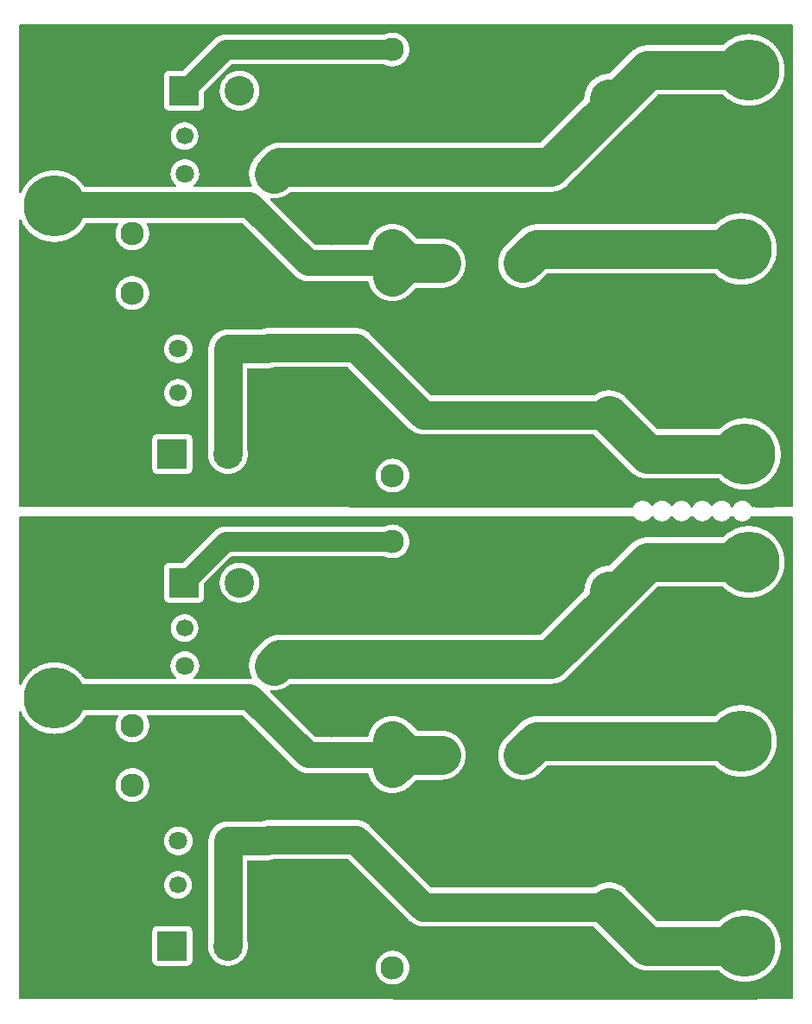
<source format=gbl>
G04 Layer: BottomLayer*
G04 EasyEDA v6.3.43, 2020-06-01T19:13:48+08:00*
G04 e22e4845dbe6470894a8ffcda582c5b6,45e1048b23574a55a66a4e5d38cdb7dd,10*
G04 Gerber Generator version 0.2*
G04 Scale: 100 percent, Rotated: No, Reflected: No *
G04 Dimensions in millimeters *
G04 leading zeros omitted , absolute positions ,3 integer and 3 decimal *
%FSLAX33Y33*%
%MOMM*%
G90*
G71D02*

%ADD12C,2.540000*%
%ADD13C,1.905000*%
%ADD14C,2.299995*%
%ADD15C,5.999988*%
%ADD16C,2.899994*%
%ADD17R,2.899994X2.899994*%
%ADD18C,1.799996*%
%ADD19C,1.999996*%
%ADD20C,1.699997*%
%ADD21C,3.810000*%
%ADD22C,2.799994*%

%LPD*%
G36*
G01X75968Y95719D02*
G01X358Y95719D01*
G01X343Y95718D01*
G01X329Y95715D01*
G01X315Y95710D01*
G01X303Y95703D01*
G01X291Y95695D01*
G01X281Y95684D01*
G01X272Y95673D01*
G01X265Y95660D01*
G01X260Y95646D01*
G01X257Y95632D01*
G01X256Y95618D01*
G01X256Y79333D01*
G01X257Y79319D01*
G01X260Y79305D01*
G01X265Y79291D01*
G01X272Y79278D01*
G01X281Y79267D01*
G01X291Y79257D01*
G01X303Y79248D01*
G01X315Y79241D01*
G01X329Y79236D01*
G01X343Y79233D01*
G01X358Y79232D01*
G01X372Y79233D01*
G01X387Y79236D01*
G01X401Y79241D01*
G01X414Y79249D01*
G01X426Y79258D01*
G01X436Y79269D01*
G01X445Y79281D01*
G01X451Y79294D01*
G01X486Y79373D01*
G01X521Y79451D01*
G01X559Y79527D01*
G01X599Y79604D01*
G01X641Y79678D01*
G01X684Y79752D01*
G01X729Y79825D01*
G01X776Y79897D01*
G01X825Y79967D01*
G01X875Y80036D01*
G01X927Y80104D01*
G01X981Y80172D01*
G01X1036Y80237D01*
G01X1093Y80301D01*
G01X1152Y80364D01*
G01X1212Y80425D01*
G01X1273Y80484D01*
G01X1336Y80542D01*
G01X1401Y80599D01*
G01X1466Y80654D01*
G01X1533Y80707D01*
G01X1602Y80759D01*
G01X1671Y80810D01*
G01X1742Y80858D01*
G01X1814Y80905D01*
G01X1887Y80949D01*
G01X1961Y80992D01*
G01X2036Y81034D01*
G01X2112Y81073D01*
G01X2189Y81110D01*
G01X2267Y81146D01*
G01X2346Y81179D01*
G01X2426Y81211D01*
G01X2506Y81241D01*
G01X2587Y81269D01*
G01X2669Y81295D01*
G01X2751Y81319D01*
G01X2834Y81340D01*
G01X2917Y81360D01*
G01X3001Y81378D01*
G01X3086Y81393D01*
G01X3170Y81407D01*
G01X3255Y81418D01*
G01X3340Y81428D01*
G01X3425Y81435D01*
G01X3511Y81441D01*
G01X3597Y81444D01*
G01X3683Y81445D01*
G01X3768Y81444D01*
G01X3854Y81441D01*
G01X3940Y81435D01*
G01X4026Y81428D01*
G01X4111Y81418D01*
G01X4197Y81407D01*
G01X4281Y81393D01*
G01X4366Y81377D01*
G01X4450Y81359D01*
G01X4534Y81339D01*
G01X4617Y81318D01*
G01X4700Y81294D01*
G01X4782Y81268D01*
G01X4863Y81240D01*
G01X4943Y81210D01*
G01X5024Y81178D01*
G01X5102Y81144D01*
G01X5181Y81108D01*
G01X5258Y81070D01*
G01X5334Y81031D01*
G01X5410Y80989D01*
G01X5484Y80946D01*
G01X5557Y80901D01*
G01X5629Y80854D01*
G01X5700Y80805D01*
G01X5770Y80755D01*
G01X5838Y80703D01*
G01X5906Y80649D01*
G01X5971Y80594D01*
G01X6036Y80537D01*
G01X6099Y80478D01*
G01X6160Y80418D01*
G01X6220Y80356D01*
G01X6278Y80293D01*
G01X6335Y80229D01*
G01X6391Y80163D01*
G01X6444Y80096D01*
G01X6497Y80027D01*
G01X6547Y79958D01*
G01X6595Y79887D01*
G01X6606Y79874D01*
G01X6618Y79863D01*
G01X6632Y79854D01*
G01X6647Y79847D01*
G01X6663Y79843D01*
G01X6680Y79841D01*
G01X15537Y79841D01*
G01X15551Y79843D01*
G01X15565Y79846D01*
G01X15579Y79851D01*
G01X15592Y79858D01*
G01X15603Y79866D01*
G01X15613Y79877D01*
G01X15622Y79888D01*
G01X15629Y79901D01*
G01X15634Y79915D01*
G01X15637Y79929D01*
G01X15638Y79943D01*
G01X15637Y79958D01*
G01X15634Y79973D01*
G01X15628Y79987D01*
G01X15621Y80000D01*
G01X15611Y80012D01*
G01X15600Y80023D01*
G01X15558Y80057D01*
G01X15518Y80094D01*
G01X15479Y80132D01*
G01X15441Y80172D01*
G01X15405Y80213D01*
G01X15371Y80255D01*
G01X15338Y80299D01*
G01X15307Y80344D01*
G01X15278Y80390D01*
G01X15251Y80437D01*
G01X15225Y80485D01*
G01X15201Y80535D01*
G01X15180Y80585D01*
G01X15160Y80636D01*
G01X15142Y80687D01*
G01X15127Y80739D01*
G01X15113Y80792D01*
G01X15101Y80846D01*
G01X15092Y80900D01*
G01X15085Y80953D01*
G01X15079Y81008D01*
G01X15076Y81063D01*
G01X15075Y81117D01*
G01X15076Y81171D01*
G01X15079Y81224D01*
G01X15084Y81278D01*
G01X15091Y81331D01*
G01X15100Y81384D01*
G01X15111Y81436D01*
G01X15125Y81489D01*
G01X15140Y81540D01*
G01X15157Y81591D01*
G01X15177Y81641D01*
G01X15197Y81690D01*
G01X15220Y81739D01*
G01X15245Y81787D01*
G01X15272Y81834D01*
G01X15300Y81879D01*
G01X15330Y81924D01*
G01X15362Y81967D01*
G01X15395Y82009D01*
G01X15431Y82050D01*
G01X15467Y82090D01*
G01X15505Y82127D01*
G01X15544Y82164D01*
G01X15585Y82199D01*
G01X15627Y82233D01*
G01X15670Y82264D01*
G01X15715Y82294D01*
G01X15761Y82322D01*
G01X15807Y82349D01*
G01X15855Y82374D01*
G01X15903Y82397D01*
G01X15953Y82418D01*
G01X16004Y82437D01*
G01X16054Y82454D01*
G01X16106Y82469D01*
G01X16158Y82483D01*
G01X16210Y82494D01*
G01X16263Y82503D01*
G01X16316Y82510D01*
G01X16370Y82515D01*
G01X16424Y82519D01*
G01X16477Y82520D01*
G01X16531Y82519D01*
G01X16585Y82515D01*
G01X16639Y82510D01*
G01X16691Y82503D01*
G01X16745Y82494D01*
G01X16797Y82483D01*
G01X16849Y82469D01*
G01X16901Y82454D01*
G01X16951Y82437D01*
G01X17002Y82418D01*
G01X17051Y82397D01*
G01X17100Y82374D01*
G01X17148Y82349D01*
G01X17194Y82322D01*
G01X17240Y82294D01*
G01X17284Y82264D01*
G01X17328Y82233D01*
G01X17370Y82199D01*
G01X17411Y82164D01*
G01X17450Y82127D01*
G01X17488Y82090D01*
G01X17524Y82050D01*
G01X17560Y82009D01*
G01X17593Y81967D01*
G01X17625Y81924D01*
G01X17655Y81879D01*
G01X17683Y81834D01*
G01X17710Y81787D01*
G01X17734Y81739D01*
G01X17757Y81690D01*
G01X17778Y81641D01*
G01X17798Y81591D01*
G01X17815Y81540D01*
G01X17830Y81489D01*
G01X17843Y81436D01*
G01X17855Y81384D01*
G01X17864Y81331D01*
G01X17871Y81278D01*
G01X17876Y81224D01*
G01X17879Y81171D01*
G01X17880Y81117D01*
G01X17879Y81063D01*
G01X17876Y81008D01*
G01X17870Y80953D01*
G01X17863Y80900D01*
G01X17854Y80846D01*
G01X17842Y80792D01*
G01X17828Y80739D01*
G01X17813Y80687D01*
G01X17795Y80636D01*
G01X17775Y80585D01*
G01X17754Y80535D01*
G01X17730Y80485D01*
G01X17704Y80437D01*
G01X17677Y80390D01*
G01X17648Y80344D01*
G01X17617Y80299D01*
G01X17584Y80255D01*
G01X17550Y80213D01*
G01X17514Y80172D01*
G01X17476Y80132D01*
G01X17437Y80094D01*
G01X17396Y80057D01*
G01X17355Y80023D01*
G01X17344Y80012D01*
G01X17334Y80000D01*
G01X17327Y79987D01*
G01X17321Y79973D01*
G01X17318Y79958D01*
G01X17317Y79943D01*
G01X17318Y79929D01*
G01X17321Y79915D01*
G01X17326Y79901D01*
G01X17333Y79888D01*
G01X17342Y79877D01*
G01X17352Y79866D01*
G01X17363Y79858D01*
G01X17376Y79851D01*
G01X17390Y79846D01*
G01X17404Y79843D01*
G01X17418Y79841D01*
G01X22860Y79841D01*
G01X22956Y79839D01*
G01X22961Y79839D01*
G01X22976Y79840D01*
G01X22990Y79843D01*
G01X23003Y79848D01*
G01X23016Y79855D01*
G01X23028Y79864D01*
G01X23038Y79874D01*
G01X23054Y79898D01*
G01X23059Y79912D01*
G01X23062Y79926D01*
G01X23063Y79940D01*
G01X23061Y79957D01*
G01X23058Y79973D01*
G01X23051Y79988D01*
G01X23017Y80054D01*
G01X22986Y80120D01*
G01X22957Y80187D01*
G01X22929Y80255D01*
G01X22904Y80324D01*
G01X22881Y80394D01*
G01X22860Y80464D01*
G01X22841Y80535D01*
G01X22824Y80607D01*
G01X22810Y80679D01*
G01X22798Y80751D01*
G01X22788Y80824D01*
G01X22780Y80897D01*
G01X22774Y80970D01*
G01X22771Y81043D01*
G01X22770Y81117D01*
G01X22771Y81187D01*
G01X22774Y81257D01*
G01X22779Y81327D01*
G01X22786Y81396D01*
G01X22795Y81466D01*
G01X22819Y81604D01*
G01X22835Y81672D01*
G01X22852Y81740D01*
G01X22871Y81807D01*
G01X22892Y81874D01*
G01X22915Y81940D01*
G01X22940Y82006D01*
G01X22967Y82070D01*
G01X22996Y82134D01*
G01X23026Y82197D01*
G01X23058Y82259D01*
G01X23092Y82321D01*
G01X23128Y82381D01*
G01X23166Y82440D01*
G01X23205Y82498D01*
G01X23246Y82555D01*
G01X23289Y82610D01*
G01X23333Y82664D01*
G01X23379Y82718D01*
G01X23426Y82769D01*
G01X23475Y82819D01*
G01X24110Y83454D01*
G01X24160Y83503D01*
G01X24212Y83551D01*
G01X24265Y83596D01*
G01X24319Y83641D01*
G01X24375Y83683D01*
G01X24432Y83724D01*
G01X24490Y83764D01*
G01X24549Y83801D01*
G01X24609Y83837D01*
G01X24670Y83871D01*
G01X24732Y83903D01*
G01X24795Y83934D01*
G01X24859Y83963D01*
G01X24924Y83990D01*
G01X24989Y84015D01*
G01X25055Y84037D01*
G01X25122Y84058D01*
G01X25189Y84078D01*
G01X25257Y84095D01*
G01X25326Y84110D01*
G01X25394Y84123D01*
G01X25464Y84134D01*
G01X25533Y84143D01*
G01X25603Y84150D01*
G01X25672Y84155D01*
G01X25742Y84158D01*
G01X25813Y84159D01*
G01X51284Y84160D01*
G01X51300Y84161D01*
G01X51316Y84164D01*
G01X51330Y84171D01*
G01X51344Y84179D01*
G01X51356Y84189D01*
G01X55601Y88435D01*
G01X55611Y88446D01*
G01X55620Y88460D01*
G01X55626Y88474D01*
G01X55630Y88490D01*
G01X55631Y88505D01*
G01X55633Y88576D01*
G01X55636Y88647D01*
G01X55642Y88717D01*
G01X55650Y88787D01*
G01X55660Y88856D01*
G01X55672Y88926D01*
G01X55686Y88995D01*
G01X55702Y89064D01*
G01X55720Y89132D01*
G01X55740Y89200D01*
G01X55762Y89266D01*
G01X55786Y89333D01*
G01X55811Y89398D01*
G01X55839Y89463D01*
G01X55869Y89527D01*
G01X55901Y89590D01*
G01X55934Y89652D01*
G01X55969Y89713D01*
G01X56006Y89774D01*
G01X56045Y89833D01*
G01X56085Y89891D01*
G01X56127Y89947D01*
G01X56171Y90002D01*
G01X56216Y90056D01*
G01X56263Y90109D01*
G01X56311Y90160D01*
G01X56361Y90210D01*
G01X56412Y90258D01*
G01X56465Y90305D01*
G01X56519Y90351D01*
G01X56574Y90395D01*
G01X56631Y90436D01*
G01X56689Y90477D01*
G01X56748Y90515D01*
G01X56808Y90553D01*
G01X56869Y90588D01*
G01X56931Y90621D01*
G01X56994Y90652D01*
G01X57058Y90682D01*
G01X57123Y90710D01*
G01X57189Y90735D01*
G01X57255Y90759D01*
G01X57322Y90782D01*
G01X57389Y90801D01*
G01X57458Y90820D01*
G01X57526Y90835D01*
G01X57596Y90850D01*
G01X57665Y90861D01*
G01X57735Y90872D01*
G01X57805Y90879D01*
G01X57875Y90885D01*
G01X57946Y90889D01*
G01X58016Y90890D01*
G01X58032Y90892D01*
G01X58047Y90895D01*
G01X58061Y90902D01*
G01X58075Y90910D01*
G01X58087Y90920D01*
G01X60146Y92979D01*
G01X60196Y93028D01*
G01X60248Y93076D01*
G01X60301Y93121D01*
G01X60355Y93166D01*
G01X60411Y93208D01*
G01X60468Y93249D01*
G01X60526Y93289D01*
G01X60585Y93326D01*
G01X60645Y93362D01*
G01X60706Y93396D01*
G01X60768Y93428D01*
G01X60831Y93459D01*
G01X60895Y93488D01*
G01X60960Y93515D01*
G01X61025Y93540D01*
G01X61091Y93562D01*
G01X61158Y93583D01*
G01X61225Y93603D01*
G01X61293Y93620D01*
G01X61362Y93635D01*
G01X61430Y93648D01*
G01X61500Y93659D01*
G01X61569Y93668D01*
G01X61639Y93675D01*
G01X61708Y93680D01*
G01X61778Y93683D01*
G01X61849Y93684D01*
G01X69167Y93684D01*
G01X69184Y93686D01*
G01X69199Y93690D01*
G01X69214Y93696D01*
G01X69228Y93705D01*
G01X69240Y93715D01*
G01X69300Y93776D01*
G01X69361Y93835D01*
G01X69424Y93892D01*
G01X69488Y93947D01*
G01X69554Y94002D01*
G01X69620Y94055D01*
G01X69688Y94105D01*
G01X69758Y94155D01*
G01X69828Y94203D01*
G01X69900Y94248D01*
G01X69972Y94292D01*
G01X70046Y94335D01*
G01X70121Y94375D01*
G01X70196Y94414D01*
G01X70273Y94451D01*
G01X70350Y94486D01*
G01X70429Y94519D01*
G01X70508Y94550D01*
G01X70588Y94579D01*
G01X70668Y94607D01*
G01X70749Y94632D01*
G01X70830Y94656D01*
G01X70913Y94677D01*
G01X70996Y94696D01*
G01X71079Y94714D01*
G01X71163Y94729D01*
G01X71247Y94743D01*
G01X71331Y94754D01*
G01X71415Y94763D01*
G01X71500Y94770D01*
G01X71585Y94776D01*
G01X71670Y94779D01*
G01X71755Y94780D01*
G01X71839Y94779D01*
G01X71924Y94776D01*
G01X72008Y94770D01*
G01X72092Y94763D01*
G01X72177Y94754D01*
G01X72260Y94743D01*
G01X72344Y94730D01*
G01X72428Y94715D01*
G01X72510Y94697D01*
G01X72593Y94678D01*
G01X72674Y94657D01*
G01X72756Y94633D01*
G01X72837Y94608D01*
G01X72917Y94581D01*
G01X72997Y94552D01*
G01X73075Y94521D01*
G01X73154Y94488D01*
G01X73231Y94453D01*
G01X73307Y94417D01*
G01X73382Y94378D01*
G01X73457Y94338D01*
G01X73530Y94296D01*
G01X73603Y94252D01*
G01X73674Y94207D01*
G01X73744Y94159D01*
G01X73813Y94111D01*
G01X73881Y94060D01*
G01X73948Y94008D01*
G01X74013Y93954D01*
G01X74077Y93899D01*
G01X74140Y93842D01*
G01X74201Y93783D01*
G01X74261Y93723D01*
G01X74319Y93663D01*
G01X74376Y93600D01*
G01X74432Y93536D01*
G01X74486Y93470D01*
G01X74538Y93403D01*
G01X74588Y93336D01*
G01X74637Y93267D01*
G01X74684Y93197D01*
G01X74730Y93125D01*
G01X74774Y93052D01*
G01X74816Y92979D01*
G01X74856Y92905D01*
G01X74894Y92829D01*
G01X74931Y92753D01*
G01X74966Y92676D01*
G01X74999Y92598D01*
G01X75030Y92519D01*
G01X75059Y92440D01*
G01X75086Y92359D01*
G01X75111Y92279D01*
G01X75134Y92197D01*
G01X75156Y92115D01*
G01X75175Y92033D01*
G01X75192Y91950D01*
G01X75207Y91867D01*
G01X75221Y91783D01*
G01X75232Y91699D01*
G01X75241Y91615D01*
G01X75248Y91530D01*
G01X75253Y91446D01*
G01X75256Y91362D01*
G01X75257Y91277D01*
G01X75256Y91192D01*
G01X75253Y91108D01*
G01X75248Y91023D01*
G01X75241Y90939D01*
G01X75232Y90855D01*
G01X75221Y90771D01*
G01X75207Y90687D01*
G01X75192Y90604D01*
G01X75175Y90521D01*
G01X75156Y90439D01*
G01X75134Y90357D01*
G01X75111Y90275D01*
G01X75086Y90194D01*
G01X75059Y90114D01*
G01X75030Y90035D01*
G01X74999Y89956D01*
G01X74966Y89878D01*
G01X74931Y89801D01*
G01X74894Y89724D01*
G01X74856Y89649D01*
G01X74816Y89575D01*
G01X74774Y89501D01*
G01X74730Y89429D01*
G01X74684Y89357D01*
G01X74637Y89287D01*
G01X74588Y89218D01*
G01X74538Y89150D01*
G01X74486Y89083D01*
G01X74432Y89018D01*
G01X74376Y88954D01*
G01X74319Y88891D01*
G01X74261Y88830D01*
G01X74201Y88770D01*
G01X74140Y88712D01*
G01X74077Y88655D01*
G01X74013Y88600D01*
G01X73948Y88546D01*
G01X73881Y88494D01*
G01X73813Y88443D01*
G01X73744Y88395D01*
G01X73674Y88347D01*
G01X73603Y88302D01*
G01X73530Y88258D01*
G01X73457Y88216D01*
G01X73382Y88176D01*
G01X73307Y88137D01*
G01X73231Y88100D01*
G01X73154Y88066D01*
G01X73075Y88033D01*
G01X72997Y88002D01*
G01X72917Y87973D01*
G01X72837Y87945D01*
G01X72756Y87921D01*
G01X72674Y87897D01*
G01X72593Y87876D01*
G01X72510Y87857D01*
G01X72428Y87839D01*
G01X72344Y87824D01*
G01X72260Y87811D01*
G01X72177Y87800D01*
G01X72092Y87791D01*
G01X72008Y87783D01*
G01X71924Y87778D01*
G01X71839Y87775D01*
G01X71755Y87774D01*
G01X71670Y87775D01*
G01X71585Y87778D01*
G01X71500Y87783D01*
G01X71415Y87791D01*
G01X71331Y87800D01*
G01X71247Y87811D01*
G01X71163Y87825D01*
G01X71079Y87840D01*
G01X70996Y87858D01*
G01X70913Y87877D01*
G01X70830Y87898D01*
G01X70749Y87922D01*
G01X70668Y87947D01*
G01X70588Y87974D01*
G01X70508Y88004D01*
G01X70429Y88035D01*
G01X70350Y88068D01*
G01X70273Y88103D01*
G01X70196Y88140D01*
G01X70121Y88179D01*
G01X70046Y88219D01*
G01X69972Y88261D01*
G01X69828Y88351D01*
G01X69758Y88399D01*
G01X69688Y88448D01*
G01X69620Y88499D01*
G01X69554Y88552D01*
G01X69488Y88606D01*
G01X69424Y88662D01*
G01X69361Y88719D01*
G01X69300Y88778D01*
G01X69240Y88839D01*
G01X69228Y88849D01*
G01X69214Y88858D01*
G01X69199Y88864D01*
G01X69184Y88868D01*
G01X69167Y88870D01*
G01X62888Y88869D01*
G01X62872Y88868D01*
G01X62856Y88864D01*
G01X62842Y88858D01*
G01X62828Y88850D01*
G01X62816Y88840D01*
G01X60249Y86273D01*
G01X60187Y86213D01*
G01X60122Y86155D01*
G01X60056Y86099D01*
G01X59988Y86046D01*
G01X59977Y86037D01*
G01X59967Y86026D01*
G01X59914Y85957D01*
G01X59859Y85891D01*
G01X59801Y85827D01*
G01X59741Y85765D01*
G01X54026Y80050D01*
G01X53976Y80001D01*
G01X53924Y79953D01*
G01X53871Y79907D01*
G01X53817Y79863D01*
G01X53761Y79821D01*
G01X53704Y79780D01*
G01X53646Y79740D01*
G01X53587Y79703D01*
G01X53527Y79667D01*
G01X53466Y79633D01*
G01X53404Y79601D01*
G01X53341Y79570D01*
G01X53277Y79541D01*
G01X53213Y79514D01*
G01X53147Y79489D01*
G01X53081Y79466D01*
G01X52947Y79426D01*
G01X52879Y79409D01*
G01X52810Y79394D01*
G01X52742Y79381D01*
G01X52672Y79370D01*
G01X52603Y79361D01*
G01X52533Y79354D01*
G01X52464Y79349D01*
G01X52394Y79346D01*
G01X52324Y79344D01*
G01X26846Y79345D01*
G01X26831Y79343D01*
G01X26817Y79340D01*
G01X26803Y79335D01*
G01X26790Y79328D01*
G01X26778Y79319D01*
G01X26725Y79273D01*
G01X26671Y79229D01*
G01X26616Y79186D01*
G01X26559Y79145D01*
G01X26501Y79105D01*
G01X26442Y79068D01*
G01X26381Y79032D01*
G01X26321Y78998D01*
G01X26258Y78966D01*
G01X26195Y78935D01*
G01X26132Y78906D01*
G01X26067Y78879D01*
G01X26001Y78854D01*
G01X25935Y78831D01*
G01X25801Y78791D01*
G01X25733Y78774D01*
G01X25665Y78759D01*
G01X25596Y78746D01*
G01X25527Y78735D01*
G01X25457Y78726D01*
G01X25387Y78719D01*
G01X25318Y78714D01*
G01X25248Y78711D01*
G01X25178Y78710D01*
G01X25074Y78712D01*
G01X24971Y78718D01*
G01X24962Y78719D01*
G01X24948Y78718D01*
G01X24934Y78715D01*
G01X24920Y78710D01*
G01X24907Y78702D01*
G01X24896Y78694D01*
G01X24885Y78684D01*
G01X24877Y78672D01*
G01X24870Y78659D01*
G01X24865Y78646D01*
G01X24862Y78631D01*
G01X24861Y78617D01*
G01X24862Y78601D01*
G01X24866Y78586D01*
G01X24872Y78571D01*
G01X24880Y78557D01*
G01X24890Y78545D01*
G01X29279Y74156D01*
G01X29291Y74146D01*
G01X29304Y74138D01*
G01X29319Y74131D01*
G01X29335Y74128D01*
G01X29351Y74126D01*
G01X34361Y74126D01*
G01X34376Y74128D01*
G01X34392Y74131D01*
G01X34406Y74138D01*
G01X34420Y74146D01*
G01X34432Y74155D01*
G01X34442Y74168D01*
G01X34451Y74181D01*
G01X34457Y74195D01*
G01X34461Y74210D01*
G01X34474Y74280D01*
G01X34490Y74349D01*
G01X34508Y74418D01*
G01X34528Y74487D01*
G01X34550Y74555D01*
G01X34574Y74622D01*
G01X34600Y74688D01*
G01X34628Y74754D01*
G01X34657Y74819D01*
G01X34689Y74882D01*
G01X34723Y74945D01*
G01X34758Y75007D01*
G01X34795Y75068D01*
G01X34834Y75128D01*
G01X34875Y75186D01*
G01X34917Y75243D01*
G01X34962Y75299D01*
G01X35007Y75354D01*
G01X35055Y75407D01*
G01X35104Y75459D01*
G01X35154Y75509D01*
G01X35206Y75558D01*
G01X35259Y75605D01*
G01X35314Y75651D01*
G01X35370Y75695D01*
G01X35427Y75737D01*
G01X35486Y75778D01*
G01X35546Y75817D01*
G01X35607Y75854D01*
G01X35669Y75889D01*
G01X35731Y75923D01*
G01X35795Y75954D01*
G01X35860Y75984D01*
G01X35926Y76012D01*
G01X35992Y76037D01*
G01X36059Y76061D01*
G01X36127Y76083D01*
G01X36196Y76102D01*
G01X36265Y76120D01*
G01X36334Y76136D01*
G01X36404Y76150D01*
G01X36474Y76161D01*
G01X36545Y76171D01*
G01X36616Y76178D01*
G01X36687Y76183D01*
G01X36758Y76186D01*
G01X36830Y76187D01*
G01X36900Y76186D01*
G01X36970Y76183D01*
G01X37039Y76178D01*
G01X37109Y76171D01*
G01X37178Y76162D01*
G01X37248Y76151D01*
G01X37316Y76138D01*
G01X37385Y76123D01*
G01X37453Y76106D01*
G01X37520Y76086D01*
G01X37587Y76065D01*
G01X37653Y76043D01*
G01X37719Y76018D01*
G01X37783Y75991D01*
G01X37847Y75962D01*
G01X37910Y75931D01*
G01X37972Y75899D01*
G01X38033Y75865D01*
G01X38093Y75829D01*
G01X38152Y75792D01*
G01X38210Y75752D01*
G01X38267Y75711D01*
G01X38323Y75669D01*
G01X38377Y75624D01*
G01X38430Y75579D01*
G01X38482Y75531D01*
G01X38532Y75482D01*
G01X39223Y74791D01*
G01X39235Y74781D01*
G01X39249Y74773D01*
G01X39263Y74766D01*
G01X39279Y74763D01*
G01X39295Y74762D01*
G01X41593Y74761D01*
G01X41663Y74760D01*
G01X41733Y74757D01*
G01X41802Y74752D01*
G01X41872Y74745D01*
G01X41942Y74736D01*
G01X42011Y74725D01*
G01X42079Y74712D01*
G01X42148Y74697D01*
G01X42216Y74680D01*
G01X42283Y74660D01*
G01X42350Y74639D01*
G01X42416Y74617D01*
G01X42482Y74592D01*
G01X42546Y74565D01*
G01X42610Y74536D01*
G01X42673Y74505D01*
G01X42735Y74473D01*
G01X42796Y74439D01*
G01X42856Y74403D01*
G01X42915Y74366D01*
G01X42973Y74326D01*
G01X43030Y74285D01*
G01X43086Y74243D01*
G01X43140Y74198D01*
G01X43193Y74153D01*
G01X43245Y74105D01*
G01X43295Y74056D01*
G01X43344Y74006D01*
G01X43391Y73955D01*
G01X43437Y73901D01*
G01X43481Y73847D01*
G01X43524Y73792D01*
G01X43565Y73735D01*
G01X43604Y73677D01*
G01X43642Y73618D01*
G01X43678Y73558D01*
G01X43712Y73496D01*
G01X43744Y73434D01*
G01X43774Y73371D01*
G01X43803Y73307D01*
G01X43830Y73243D01*
G01X43855Y73177D01*
G01X43878Y73111D01*
G01X43899Y73044D01*
G01X43918Y72977D01*
G01X43935Y72909D01*
G01X43951Y72841D01*
G01X43975Y72703D01*
G01X43984Y72633D01*
G01X43991Y72564D01*
G01X43996Y72494D01*
G01X43999Y72424D01*
G01X44000Y72354D01*
G01X43999Y72284D01*
G01X43996Y72214D01*
G01X43991Y72144D01*
G01X43984Y72075D01*
G01X43975Y72005D01*
G01X43951Y71867D01*
G01X43935Y71799D01*
G01X43918Y71731D01*
G01X43899Y71664D01*
G01X43878Y71597D01*
G01X43855Y71530D01*
G01X43830Y71465D01*
G01X43803Y71400D01*
G01X43774Y71336D01*
G01X43744Y71273D01*
G01X43712Y71211D01*
G01X43678Y71150D01*
G01X43642Y71090D01*
G01X43604Y71031D01*
G01X43565Y70973D01*
G01X43524Y70916D01*
G01X43481Y70860D01*
G01X43437Y70807D01*
G01X43391Y70753D01*
G01X43344Y70702D01*
G01X43295Y70652D01*
G01X43245Y70603D01*
G01X43193Y70555D01*
G01X43140Y70509D01*
G01X43086Y70465D01*
G01X43030Y70423D01*
G01X42973Y70382D01*
G01X42915Y70342D01*
G01X42856Y70305D01*
G01X42796Y70269D01*
G01X42735Y70235D01*
G01X42673Y70203D01*
G01X42610Y70172D01*
G01X42546Y70143D01*
G01X42482Y70116D01*
G01X42416Y70091D01*
G01X42350Y70068D01*
G01X42216Y70028D01*
G01X42148Y70011D01*
G01X42079Y69996D01*
G01X42011Y69983D01*
G01X41942Y69972D01*
G01X41872Y69963D01*
G01X41802Y69956D01*
G01X41733Y69951D01*
G01X41663Y69948D01*
G01X41593Y69947D01*
G01X39168Y69946D01*
G01X39152Y69945D01*
G01X39136Y69941D01*
G01X39122Y69935D01*
G01X39108Y69927D01*
G01X39096Y69917D01*
G01X38532Y69353D01*
G01X38482Y69304D01*
G01X38430Y69256D01*
G01X38377Y69210D01*
G01X38323Y69166D01*
G01X38267Y69124D01*
G01X38210Y69083D01*
G01X38152Y69043D01*
G01X38093Y69006D01*
G01X38033Y68970D01*
G01X37972Y68936D01*
G01X37910Y68904D01*
G01X37847Y68873D01*
G01X37783Y68844D01*
G01X37719Y68817D01*
G01X37653Y68792D01*
G01X37587Y68769D01*
G01X37453Y68729D01*
G01X37385Y68712D01*
G01X37316Y68697D01*
G01X37248Y68684D01*
G01X37178Y68673D01*
G01X37109Y68664D01*
G01X37039Y68657D01*
G01X36970Y68652D01*
G01X36900Y68649D01*
G01X36830Y68647D01*
G01X36759Y68649D01*
G01X36689Y68652D01*
G01X36620Y68657D01*
G01X36550Y68664D01*
G01X36480Y68673D01*
G01X36411Y68684D01*
G01X36342Y68697D01*
G01X36206Y68729D01*
G01X36138Y68749D01*
G01X36072Y68770D01*
G01X36005Y68793D01*
G01X35939Y68818D01*
G01X35875Y68845D01*
G01X35811Y68873D01*
G01X35748Y68904D01*
G01X35686Y68936D01*
G01X35625Y68971D01*
G01X35565Y69007D01*
G01X35505Y69044D01*
G01X35447Y69083D01*
G01X35390Y69125D01*
G01X35335Y69167D01*
G01X35281Y69212D01*
G01X35228Y69258D01*
G01X35176Y69305D01*
G01X35126Y69354D01*
G01X35077Y69404D01*
G01X35030Y69456D01*
G01X34984Y69509D01*
G01X34940Y69563D01*
G01X34897Y69619D01*
G01X34856Y69676D01*
G01X34817Y69734D01*
G01X34779Y69793D01*
G01X34743Y69854D01*
G01X34709Y69915D01*
G01X34677Y69977D01*
G01X34646Y70040D01*
G01X34618Y70104D01*
G01X34591Y70169D01*
G01X34566Y70235D01*
G01X34543Y70301D01*
G01X34522Y70368D01*
G01X34503Y70435D01*
G01X34486Y70503D01*
G01X34482Y70518D01*
G01X34475Y70531D01*
G01X34466Y70543D01*
G01X34456Y70555D01*
G01X34444Y70564D01*
G01X34431Y70571D01*
G01X34417Y70577D01*
G01X34402Y70580D01*
G01X34387Y70582D01*
G01X28575Y70582D01*
G01X28514Y70583D01*
G01X28454Y70586D01*
G01X28393Y70591D01*
G01X28333Y70598D01*
G01X28273Y70607D01*
G01X28214Y70618D01*
G01X28155Y70632D01*
G01X28096Y70647D01*
G01X28038Y70664D01*
G01X27981Y70684D01*
G01X27924Y70705D01*
G01X27868Y70728D01*
G01X27813Y70753D01*
G01X27759Y70780D01*
G01X27706Y70809D01*
G01X27653Y70840D01*
G01X27602Y70872D01*
G01X27552Y70906D01*
G01X27504Y70942D01*
G01X27456Y70979D01*
G01X27410Y71018D01*
G01X27364Y71059D01*
G01X27321Y71101D01*
G01X22155Y76267D01*
G01X22143Y76277D01*
G01X22130Y76285D01*
G01X22115Y76291D01*
G01X22099Y76295D01*
G01X22083Y76296D01*
G01X12825Y76296D01*
G01X12811Y76295D01*
G01X12797Y76292D01*
G01X12783Y76287D01*
G01X12771Y76280D01*
G01X12759Y76272D01*
G01X12749Y76261D01*
G01X12740Y76250D01*
G01X12733Y76237D01*
G01X12728Y76223D01*
G01X12725Y76209D01*
G01X12724Y76194D01*
G01X12725Y76176D01*
G01X12730Y76158D01*
G01X12739Y76142D01*
G01X12770Y76089D01*
G01X12799Y76035D01*
G01X12825Y75981D01*
G01X12851Y75926D01*
G01X12874Y75869D01*
G01X12895Y75812D01*
G01X12913Y75754D01*
G01X12930Y75696D01*
G01X12944Y75637D01*
G01X12956Y75577D01*
G01X12966Y75517D01*
G01X12974Y75457D01*
G01X12980Y75396D01*
G01X12983Y75336D01*
G01X12984Y75275D01*
G01X12983Y75216D01*
G01X12980Y75157D01*
G01X12975Y75098D01*
G01X12967Y75040D01*
G01X12958Y74981D01*
G01X12946Y74923D01*
G01X12933Y74866D01*
G01X12917Y74809D01*
G01X12900Y74753D01*
G01X12880Y74697D01*
G01X12859Y74642D01*
G01X12835Y74589D01*
G01X12809Y74535D01*
G01X12782Y74483D01*
G01X12753Y74432D01*
G01X12722Y74381D01*
G01X12689Y74333D01*
G01X12654Y74284D01*
G01X12618Y74238D01*
G01X12581Y74193D01*
G01X12541Y74149D01*
G01X12500Y74107D01*
G01X12458Y74065D01*
G01X12414Y74026D01*
G01X12368Y73988D01*
G01X12322Y73952D01*
G01X12274Y73918D01*
G01X12225Y73885D01*
G01X12175Y73854D01*
G01X12123Y73825D01*
G01X12071Y73797D01*
G01X12018Y73772D01*
G01X11964Y73748D01*
G01X11909Y73727D01*
G01X11853Y73707D01*
G01X11797Y73689D01*
G01X11740Y73674D01*
G01X11683Y73660D01*
G01X11625Y73648D01*
G01X11567Y73639D01*
G01X11508Y73632D01*
G01X11449Y73626D01*
G01X11390Y73623D01*
G01X11331Y73622D01*
G01X11273Y73623D01*
G01X11214Y73626D01*
G01X11155Y73632D01*
G01X11096Y73639D01*
G01X11038Y73648D01*
G01X10980Y73660D01*
G01X10923Y73674D01*
G01X10866Y73689D01*
G01X10810Y73707D01*
G01X10754Y73727D01*
G01X10699Y73748D01*
G01X10645Y73772D01*
G01X10592Y73797D01*
G01X10539Y73825D01*
G01X10488Y73854D01*
G01X10438Y73885D01*
G01X10389Y73918D01*
G01X10341Y73952D01*
G01X10295Y73988D01*
G01X10249Y74026D01*
G01X10205Y74065D01*
G01X10163Y74107D01*
G01X10122Y74149D01*
G01X10082Y74193D01*
G01X10045Y74238D01*
G01X10009Y74284D01*
G01X9974Y74333D01*
G01X9941Y74381D01*
G01X9910Y74432D01*
G01X9881Y74483D01*
G01X9854Y74535D01*
G01X9828Y74589D01*
G01X9804Y74642D01*
G01X9783Y74697D01*
G01X9763Y74753D01*
G01X9746Y74809D01*
G01X9730Y74866D01*
G01X9717Y74923D01*
G01X9705Y74981D01*
G01X9696Y75040D01*
G01X9688Y75098D01*
G01X9683Y75157D01*
G01X9680Y75216D01*
G01X9679Y75275D01*
G01X9680Y75336D01*
G01X9684Y75396D01*
G01X9689Y75457D01*
G01X9697Y75517D01*
G01X9707Y75577D01*
G01X9719Y75637D01*
G01X9733Y75696D01*
G01X9750Y75754D01*
G01X9769Y75812D01*
G01X9790Y75869D01*
G01X9813Y75926D01*
G01X9837Y75981D01*
G01X9864Y76035D01*
G01X9893Y76089D01*
G01X9924Y76142D01*
G01X9932Y76158D01*
G01X9938Y76176D01*
G01X9939Y76195D01*
G01X9938Y76209D01*
G01X9935Y76223D01*
G01X9930Y76237D01*
G01X9923Y76250D01*
G01X9915Y76261D01*
G01X9904Y76272D01*
G01X9893Y76280D01*
G01X9880Y76287D01*
G01X9866Y76292D01*
G01X9852Y76295D01*
G01X9837Y76296D01*
G01X6835Y76296D01*
G01X6819Y76295D01*
G01X6805Y76291D01*
G01X6790Y76286D01*
G01X6777Y76278D01*
G01X6765Y76268D01*
G01X6754Y76257D01*
G01X6746Y76244D01*
G01X6704Y76171D01*
G01X6660Y76098D01*
G01X6615Y76026D01*
G01X6567Y75956D01*
G01X6519Y75887D01*
G01X6468Y75819D01*
G01X6416Y75752D01*
G01X6362Y75686D01*
G01X6307Y75622D01*
G01X6250Y75559D01*
G01X6192Y75498D01*
G01X6132Y75438D01*
G01X6071Y75380D01*
G01X6008Y75322D01*
G01X5944Y75267D01*
G01X5878Y75213D01*
G01X5812Y75161D01*
G01X5743Y75110D01*
G01X5674Y75061D01*
G01X5604Y75013D01*
G01X5533Y74968D01*
G01X5461Y74924D01*
G01X5387Y74882D01*
G01X5312Y74842D01*
G01X5236Y74803D01*
G01X5160Y74766D01*
G01X5083Y74731D01*
G01X5005Y74698D01*
G01X4926Y74667D01*
G01X4846Y74638D01*
G01X4766Y74611D01*
G01X4685Y74586D01*
G01X4604Y74563D01*
G01X4522Y74541D01*
G01X4439Y74522D01*
G01X4356Y74505D01*
G01X4273Y74490D01*
G01X4189Y74476D01*
G01X4105Y74465D01*
G01X4021Y74456D01*
G01X3937Y74448D01*
G01X3852Y74443D01*
G01X3767Y74440D01*
G01X3683Y74439D01*
G01X3597Y74440D01*
G01X3511Y74443D01*
G01X3425Y74449D01*
G01X3340Y74456D01*
G01X3255Y74466D01*
G01X3170Y74477D01*
G01X3086Y74491D01*
G01X3001Y74506D01*
G01X2917Y74524D01*
G01X2834Y74543D01*
G01X2751Y74565D01*
G01X2669Y74589D01*
G01X2587Y74615D01*
G01X2506Y74643D01*
G01X2426Y74672D01*
G01X2346Y74704D01*
G01X2267Y74738D01*
G01X2189Y74774D01*
G01X2112Y74811D01*
G01X2036Y74850D01*
G01X1961Y74891D01*
G01X1887Y74935D01*
G01X1814Y74979D01*
G01X1742Y75026D01*
G01X1671Y75074D01*
G01X1533Y75176D01*
G01X1466Y75230D01*
G01X1401Y75285D01*
G01X1336Y75341D01*
G01X1273Y75399D01*
G01X1212Y75459D01*
G01X1152Y75520D01*
G01X1093Y75583D01*
G01X1036Y75647D01*
G01X981Y75712D01*
G01X927Y75779D01*
G01X875Y75847D01*
G01X825Y75917D01*
G01X776Y75987D01*
G01X729Y76059D01*
G01X684Y76131D01*
G01X641Y76206D01*
G01X599Y76280D01*
G01X559Y76356D01*
G01X521Y76433D01*
G01X486Y76511D01*
G01X451Y76590D01*
G01X445Y76603D01*
G01X436Y76615D01*
G01X426Y76626D01*
G01X414Y76635D01*
G01X401Y76642D01*
G01X387Y76648D01*
G01X372Y76651D01*
G01X358Y76652D01*
G01X343Y76651D01*
G01X329Y76648D01*
G01X315Y76643D01*
G01X303Y76636D01*
G01X291Y76627D01*
G01X281Y76617D01*
G01X272Y76605D01*
G01X265Y76593D01*
G01X260Y76579D01*
G01X257Y76565D01*
G01X256Y76551D01*
G01X256Y48582D01*
G01X257Y48568D01*
G01X260Y48554D01*
G01X265Y48540D01*
G01X272Y48527D01*
G01X281Y48516D01*
G01X291Y48505D01*
G01X303Y48497D01*
G01X315Y48490D01*
G01X329Y48485D01*
G01X343Y48481D01*
G01X358Y48480D01*
G01X5207Y48480D01*
G01X60328Y48437D01*
G01X60343Y48438D01*
G01X60358Y48441D01*
G01X60371Y48446D01*
G01X60384Y48453D01*
G01X60396Y48462D01*
G01X60406Y48473D01*
G01X60414Y48485D01*
G01X60422Y48498D01*
G01X60441Y48540D01*
G01X60463Y48581D01*
G01X60486Y48621D01*
G01X60511Y48660D01*
G01X60538Y48698D01*
G01X60567Y48734D01*
G01X60597Y48770D01*
G01X60629Y48804D01*
G01X60663Y48836D01*
G01X60698Y48867D01*
G01X60734Y48896D01*
G01X60772Y48923D01*
G01X60811Y48948D01*
G01X60851Y48972D01*
G01X60892Y48994D01*
G01X60934Y49013D01*
G01X60977Y49031D01*
G01X61020Y49047D01*
G01X61065Y49061D01*
G01X61110Y49073D01*
G01X61156Y49082D01*
G01X61201Y49090D01*
G01X61248Y49095D01*
G01X61294Y49099D01*
G01X61341Y49100D01*
G01X61386Y49099D01*
G01X61431Y49096D01*
G01X61476Y49091D01*
G01X61521Y49083D01*
G01X61566Y49074D01*
G01X61609Y49063D01*
G01X61653Y49050D01*
G01X61696Y49035D01*
G01X61737Y49017D01*
G01X61779Y48999D01*
G01X61819Y48978D01*
G01X61858Y48955D01*
G01X61897Y48931D01*
G01X61934Y48905D01*
G01X61970Y48878D01*
G01X62004Y48848D01*
G01X62037Y48817D01*
G01X62069Y48785D01*
G01X62100Y48752D01*
G01X62129Y48717D01*
G01X62156Y48680D01*
G01X62182Y48643D01*
G01X62205Y48604D01*
G01X62214Y48592D01*
G01X62224Y48581D01*
G01X62236Y48571D01*
G01X62249Y48564D01*
G01X62263Y48559D01*
G01X62278Y48555D01*
G01X62293Y48554D01*
G01X62308Y48555D01*
G01X62323Y48559D01*
G01X62337Y48564D01*
G01X62350Y48571D01*
G01X62362Y48581D01*
G01X62372Y48592D01*
G01X62381Y48604D01*
G01X62404Y48643D01*
G01X62430Y48680D01*
G01X62457Y48717D01*
G01X62486Y48752D01*
G01X62517Y48785D01*
G01X62549Y48817D01*
G01X62582Y48848D01*
G01X62616Y48878D01*
G01X62652Y48905D01*
G01X62689Y48931D01*
G01X62728Y48955D01*
G01X62767Y48978D01*
G01X62807Y48999D01*
G01X62849Y49017D01*
G01X62890Y49035D01*
G01X62933Y49050D01*
G01X62977Y49063D01*
G01X63020Y49074D01*
G01X63065Y49083D01*
G01X63110Y49091D01*
G01X63155Y49096D01*
G01X63200Y49099D01*
G01X63246Y49100D01*
G01X63291Y49099D01*
G01X63336Y49096D01*
G01X63381Y49091D01*
G01X63426Y49083D01*
G01X63471Y49074D01*
G01X63514Y49063D01*
G01X63558Y49050D01*
G01X63601Y49035D01*
G01X63642Y49017D01*
G01X63684Y48999D01*
G01X63724Y48978D01*
G01X63763Y48955D01*
G01X63802Y48931D01*
G01X63839Y48905D01*
G01X63875Y48878D01*
G01X63909Y48848D01*
G01X63942Y48817D01*
G01X63974Y48785D01*
G01X64005Y48752D01*
G01X64034Y48717D01*
G01X64061Y48680D01*
G01X64087Y48643D01*
G01X64110Y48604D01*
G01X64119Y48592D01*
G01X64129Y48581D01*
G01X64141Y48571D01*
G01X64154Y48564D01*
G01X64168Y48559D01*
G01X64183Y48555D01*
G01X64198Y48554D01*
G01X64213Y48555D01*
G01X64228Y48559D01*
G01X64242Y48564D01*
G01X64255Y48571D01*
G01X64267Y48581D01*
G01X64277Y48592D01*
G01X64286Y48604D01*
G01X64309Y48643D01*
G01X64335Y48680D01*
G01X64362Y48717D01*
G01X64391Y48752D01*
G01X64422Y48785D01*
G01X64454Y48817D01*
G01X64487Y48848D01*
G01X64521Y48878D01*
G01X64557Y48905D01*
G01X64594Y48931D01*
G01X64633Y48955D01*
G01X64672Y48978D01*
G01X64712Y48999D01*
G01X64754Y49017D01*
G01X64795Y49035D01*
G01X64838Y49050D01*
G01X64882Y49063D01*
G01X64925Y49074D01*
G01X64970Y49083D01*
G01X65015Y49091D01*
G01X65060Y49096D01*
G01X65105Y49099D01*
G01X65151Y49100D01*
G01X65197Y49099D01*
G01X65244Y49095D01*
G01X65291Y49090D01*
G01X65337Y49082D01*
G01X65383Y49072D01*
G01X65428Y49061D01*
G01X65473Y49046D01*
G01X65517Y49030D01*
G01X65560Y49012D01*
G01X65602Y48992D01*
G01X65643Y48970D01*
G01X65684Y48946D01*
G01X65723Y48920D01*
G01X65761Y48892D01*
G01X65797Y48863D01*
G01X65832Y48832D01*
G01X65866Y48800D01*
G01X65898Y48765D01*
G01X65928Y48730D01*
G01X65957Y48693D01*
G01X65984Y48654D01*
G01X66009Y48615D01*
G01X66032Y48574D01*
G01X66054Y48532D01*
G01X66073Y48490D01*
G01X66080Y48476D01*
G01X66088Y48465D01*
G01X66099Y48454D01*
G01X66111Y48445D01*
G01X66123Y48437D01*
G01X66137Y48432D01*
G01X66152Y48429D01*
G01X66167Y48428D01*
G01X66181Y48429D01*
G01X66196Y48432D01*
G01X66210Y48437D01*
G01X66222Y48445D01*
G01X66234Y48454D01*
G01X66245Y48465D01*
G01X66253Y48476D01*
G01X66260Y48490D01*
G01X66279Y48532D01*
G01X66301Y48574D01*
G01X66324Y48615D01*
G01X66349Y48654D01*
G01X66376Y48693D01*
G01X66405Y48730D01*
G01X66435Y48765D01*
G01X66467Y48800D01*
G01X66501Y48832D01*
G01X66536Y48863D01*
G01X66572Y48892D01*
G01X66610Y48920D01*
G01X66649Y48946D01*
G01X66690Y48970D01*
G01X66731Y48992D01*
G01X66773Y49012D01*
G01X66816Y49030D01*
G01X66860Y49046D01*
G01X66905Y49061D01*
G01X66950Y49072D01*
G01X66996Y49082D01*
G01X67042Y49090D01*
G01X67089Y49095D01*
G01X67136Y49099D01*
G01X67183Y49100D01*
G01X67228Y49099D01*
G01X67273Y49096D01*
G01X67318Y49091D01*
G01X67363Y49083D01*
G01X67408Y49074D01*
G01X67451Y49063D01*
G01X67495Y49050D01*
G01X67538Y49035D01*
G01X67579Y49017D01*
G01X67621Y48999D01*
G01X67661Y48978D01*
G01X67700Y48955D01*
G01X67739Y48931D01*
G01X67776Y48905D01*
G01X67812Y48878D01*
G01X67846Y48848D01*
G01X67879Y48817D01*
G01X67911Y48785D01*
G01X67942Y48752D01*
G01X67971Y48717D01*
G01X67998Y48680D01*
G01X68024Y48643D01*
G01X68047Y48604D01*
G01X68056Y48592D01*
G01X68066Y48581D01*
G01X68078Y48571D01*
G01X68091Y48564D01*
G01X68105Y48559D01*
G01X68120Y48555D01*
G01X68135Y48554D01*
G01X68150Y48555D01*
G01X68165Y48559D01*
G01X68179Y48564D01*
G01X68192Y48571D01*
G01X68204Y48581D01*
G01X68214Y48592D01*
G01X68223Y48604D01*
G01X68246Y48643D01*
G01X68272Y48680D01*
G01X68299Y48717D01*
G01X68328Y48752D01*
G01X68359Y48785D01*
G01X68391Y48817D01*
G01X68424Y48848D01*
G01X68458Y48878D01*
G01X68494Y48905D01*
G01X68531Y48931D01*
G01X68570Y48955D01*
G01X68609Y48978D01*
G01X68649Y48999D01*
G01X68691Y49017D01*
G01X68732Y49035D01*
G01X68775Y49050D01*
G01X68819Y49063D01*
G01X68862Y49074D01*
G01X68907Y49083D01*
G01X68952Y49091D01*
G01X68997Y49096D01*
G01X69042Y49099D01*
G01X69088Y49100D01*
G01X69134Y49099D01*
G01X69181Y49095D01*
G01X69228Y49090D01*
G01X69274Y49082D01*
G01X69320Y49072D01*
G01X69365Y49061D01*
G01X69410Y49046D01*
G01X69454Y49030D01*
G01X69497Y49012D01*
G01X69539Y48992D01*
G01X69580Y48970D01*
G01X69621Y48946D01*
G01X69660Y48920D01*
G01X69698Y48892D01*
G01X69734Y48863D01*
G01X69769Y48832D01*
G01X69803Y48800D01*
G01X69835Y48765D01*
G01X69865Y48730D01*
G01X69894Y48693D01*
G01X69921Y48654D01*
G01X69946Y48615D01*
G01X69969Y48574D01*
G01X69991Y48532D01*
G01X70010Y48490D01*
G01X70017Y48476D01*
G01X70025Y48465D01*
G01X70036Y48454D01*
G01X70048Y48445D01*
G01X70060Y48437D01*
G01X70074Y48432D01*
G01X70089Y48429D01*
G01X70104Y48428D01*
G01X70118Y48429D01*
G01X70133Y48432D01*
G01X70147Y48437D01*
G01X70159Y48445D01*
G01X70171Y48454D01*
G01X70182Y48465D01*
G01X70190Y48476D01*
G01X70197Y48490D01*
G01X70216Y48532D01*
G01X70238Y48574D01*
G01X70261Y48615D01*
G01X70286Y48654D01*
G01X70313Y48693D01*
G01X70342Y48730D01*
G01X70372Y48765D01*
G01X70404Y48800D01*
G01X70438Y48832D01*
G01X70473Y48863D01*
G01X70509Y48892D01*
G01X70547Y48920D01*
G01X70586Y48946D01*
G01X70627Y48970D01*
G01X70668Y48992D01*
G01X70710Y49012D01*
G01X70753Y49030D01*
G01X70797Y49046D01*
G01X70842Y49061D01*
G01X70887Y49072D01*
G01X70933Y49082D01*
G01X70979Y49090D01*
G01X71026Y49095D01*
G01X71073Y49099D01*
G01X71120Y49100D01*
G01X71165Y49099D01*
G01X71211Y49095D01*
G01X71257Y49090D01*
G01X71302Y49083D01*
G01X71347Y49073D01*
G01X71391Y49062D01*
G01X71435Y49048D01*
G01X71478Y49033D01*
G01X71521Y49016D01*
G01X71562Y48997D01*
G01X71603Y48975D01*
G01X71643Y48952D01*
G01X71681Y48928D01*
G01X71718Y48901D01*
G01X71755Y48873D01*
G01X71790Y48843D01*
G01X71823Y48811D01*
G01X71855Y48779D01*
G01X71886Y48744D01*
G01X71914Y48709D01*
G01X71941Y48671D01*
G01X71967Y48633D01*
G01X71990Y48594D01*
G01X72012Y48554D01*
G01X72032Y48512D01*
G01X72039Y48500D01*
G01X72048Y48488D01*
G01X72058Y48478D01*
G01X72069Y48469D01*
G01X72082Y48462D01*
G01X72096Y48457D01*
G01X72110Y48454D01*
G01X72124Y48453D01*
G01X72145Y48455D01*
G01X72187Y48469D01*
G01X72212Y48475D01*
G01X72237Y48479D01*
G01X72263Y48480D01*
G01X72290Y48479D01*
G01X72318Y48474D01*
G01X72344Y48467D01*
G01X72370Y48457D01*
G01X72384Y48452D01*
G01X72398Y48448D01*
G01X72413Y48447D01*
G01X72414Y48447D01*
G01X75969Y48477D01*
G01X75984Y48478D01*
G01X75998Y48482D01*
G01X76011Y48487D01*
G01X76024Y48494D01*
G01X76035Y48503D01*
G01X76046Y48513D01*
G01X76054Y48524D01*
G01X76061Y48537D01*
G01X76066Y48551D01*
G01X76069Y48565D01*
G01X76070Y48579D01*
G01X76070Y95618D01*
G01X76069Y95632D01*
G01X76066Y95646D01*
G01X76061Y95660D01*
G01X76054Y95673D01*
G01X76045Y95684D01*
G01X76035Y95695D01*
G01X76023Y95703D01*
G01X76011Y95710D01*
G01X75997Y95715D01*
G01X75983Y95718D01*
G01X75968Y95719D01*
G37*

%LPC*%
G36*
G01X36888Y53206D02*
G01X36830Y53207D01*
G01X36771Y53206D01*
G01X36712Y53203D01*
G01X36653Y53198D01*
G01X36594Y53191D01*
G01X36536Y53182D01*
G01X36478Y53170D01*
G01X36421Y53156D01*
G01X36364Y53141D01*
G01X36308Y53123D01*
G01X36252Y53103D01*
G01X36197Y53082D01*
G01X36143Y53058D01*
G01X36090Y53033D01*
G01X36038Y53005D01*
G01X35986Y52976D01*
G01X35936Y52945D01*
G01X35887Y52912D01*
G01X35839Y52878D01*
G01X35793Y52842D01*
G01X35747Y52804D01*
G01X35703Y52764D01*
G01X35661Y52724D01*
G01X35620Y52681D01*
G01X35580Y52637D01*
G01X35543Y52592D01*
G01X35507Y52545D01*
G01X35472Y52498D01*
G01X35439Y52448D01*
G01X35408Y52398D01*
G01X35379Y52347D01*
G01X35352Y52295D01*
G01X35326Y52242D01*
G01X35302Y52187D01*
G01X35281Y52132D01*
G01X35261Y52077D01*
G01X35244Y52021D01*
G01X35228Y51964D01*
G01X35215Y51906D01*
G01X35203Y51849D01*
G01X35194Y51790D01*
G01X35186Y51732D01*
G01X35181Y51673D01*
G01X35178Y51614D01*
G01X35177Y51555D01*
G01X35178Y51496D01*
G01X35181Y51437D01*
G01X35186Y51378D01*
G01X35194Y51320D01*
G01X35203Y51261D01*
G01X35215Y51204D01*
G01X35228Y51146D01*
G01X35244Y51090D01*
G01X35261Y51033D01*
G01X35281Y50977D01*
G01X35302Y50922D01*
G01X35326Y50869D01*
G01X35352Y50815D01*
G01X35379Y50763D01*
G01X35408Y50712D01*
G01X35439Y50661D01*
G01X35472Y50613D01*
G01X35507Y50564D01*
G01X35543Y50518D01*
G01X35580Y50473D01*
G01X35620Y50429D01*
G01X35661Y50386D01*
G01X35703Y50345D01*
G01X35747Y50306D01*
G01X35793Y50268D01*
G01X35839Y50232D01*
G01X35887Y50198D01*
G01X35936Y50165D01*
G01X35986Y50134D01*
G01X36038Y50105D01*
G01X36090Y50077D01*
G01X36143Y50052D01*
G01X36197Y50028D01*
G01X36252Y50007D01*
G01X36308Y49987D01*
G01X36364Y49969D01*
G01X36421Y49954D01*
G01X36478Y49940D01*
G01X36536Y49929D01*
G01X36594Y49919D01*
G01X36653Y49912D01*
G01X36712Y49906D01*
G01X36771Y49903D01*
G01X36830Y49902D01*
G01X36888Y49903D01*
G01X36947Y49906D01*
G01X37006Y49912D01*
G01X37065Y49919D01*
G01X37123Y49929D01*
G01X37181Y49940D01*
G01X37238Y49954D01*
G01X37295Y49969D01*
G01X37351Y49987D01*
G01X37407Y50007D01*
G01X37462Y50028D01*
G01X37516Y50052D01*
G01X37569Y50077D01*
G01X37621Y50105D01*
G01X37673Y50134D01*
G01X37723Y50165D01*
G01X37772Y50198D01*
G01X37820Y50232D01*
G01X37866Y50268D01*
G01X37912Y50306D01*
G01X37956Y50345D01*
G01X37998Y50386D01*
G01X38039Y50429D01*
G01X38079Y50473D01*
G01X38116Y50518D01*
G01X38152Y50564D01*
G01X38187Y50613D01*
G01X38220Y50661D01*
G01X38251Y50712D01*
G01X38280Y50763D01*
G01X38307Y50815D01*
G01X38333Y50869D01*
G01X38357Y50922D01*
G01X38378Y50977D01*
G01X38398Y51033D01*
G01X38415Y51090D01*
G01X38431Y51146D01*
G01X38444Y51204D01*
G01X38456Y51261D01*
G01X38465Y51320D01*
G01X38473Y51378D01*
G01X38478Y51437D01*
G01X38481Y51496D01*
G01X38482Y51555D01*
G01X38481Y51614D01*
G01X38478Y51673D01*
G01X38473Y51732D01*
G01X38465Y51790D01*
G01X38456Y51849D01*
G01X38444Y51906D01*
G01X38431Y51964D01*
G01X38415Y52021D01*
G01X38398Y52077D01*
G01X38378Y52132D01*
G01X38357Y52187D01*
G01X38333Y52242D01*
G01X38307Y52295D01*
G01X38280Y52347D01*
G01X38251Y52398D01*
G01X38220Y52448D01*
G01X38187Y52498D01*
G01X38152Y52545D01*
G01X38116Y52592D01*
G01X38079Y52637D01*
G01X38039Y52681D01*
G01X37998Y52724D01*
G01X37956Y52764D01*
G01X37912Y52804D01*
G01X37866Y52842D01*
G01X37820Y52878D01*
G01X37772Y52912D01*
G01X37723Y52945D01*
G01X37673Y52976D01*
G01X37621Y53005D01*
G01X37569Y53033D01*
G01X37516Y53058D01*
G01X37462Y53082D01*
G01X37407Y53103D01*
G01X37351Y53123D01*
G01X37295Y53141D01*
G01X37238Y53156D01*
G01X37181Y53170D01*
G01X37123Y53182D01*
G01X37065Y53191D01*
G01X37006Y53198D01*
G01X36947Y53203D01*
G01X36888Y53206D01*
G37*
G36*
G01X33274Y66001D02*
G01X24671Y66001D01*
G01X24602Y66000D01*
G01X24534Y65997D01*
G01X24467Y65991D01*
G01X24399Y65982D01*
G01X24332Y65971D01*
G01X24265Y65958D01*
G01X24199Y65942D01*
G01X24133Y65924D01*
G01X24068Y65904D01*
G01X24004Y65881D01*
G01X23986Y65876D01*
G01X23968Y65874D01*
G01X20701Y65874D01*
G01X20638Y65873D01*
G01X20576Y65870D01*
G01X20514Y65865D01*
G01X20452Y65858D01*
G01X20391Y65849D01*
G01X20329Y65838D01*
G01X20269Y65825D01*
G01X20208Y65810D01*
G01X20148Y65793D01*
G01X20089Y65774D01*
G01X20030Y65752D01*
G01X19973Y65730D01*
G01X19915Y65705D01*
G01X19859Y65678D01*
G01X19803Y65650D01*
G01X19749Y65620D01*
G01X19696Y65588D01*
G01X19643Y65554D01*
G01X19592Y65518D01*
G01X19542Y65481D01*
G01X19493Y65443D01*
G01X19446Y65402D01*
G01X19400Y65361D01*
G01X19355Y65317D01*
G01X19312Y65272D01*
G01X19270Y65227D01*
G01X19230Y65179D01*
G01X19191Y65130D01*
G01X19154Y65080D01*
G01X19119Y65029D01*
G01X19085Y64977D01*
G01X19053Y64923D01*
G01X19023Y64869D01*
G01X18994Y64814D01*
G01X18967Y64757D01*
G01X18943Y64700D01*
G01X18920Y64642D01*
G01X18899Y64584D01*
G01X18880Y64524D01*
G01X18863Y64464D01*
G01X18847Y64404D01*
G01X18823Y64282D01*
G01X18814Y64220D01*
G01X18807Y64158D01*
G01X18802Y64096D01*
G01X18799Y64034D01*
G01X18798Y63972D01*
G01X18798Y54136D01*
G01X18796Y54113D01*
G01X18781Y54043D01*
G01X18769Y53971D01*
G01X18760Y53900D01*
G01X18753Y53829D01*
G01X18749Y53757D01*
G01X18748Y53685D01*
G01X18749Y53621D01*
G01X18752Y53557D01*
G01X18757Y53493D01*
G01X18765Y53430D01*
G01X18774Y53367D01*
G01X18785Y53304D01*
G01X18799Y53241D01*
G01X18814Y53179D01*
G01X18832Y53118D01*
G01X18851Y53057D01*
G01X18873Y52997D01*
G01X18897Y52938D01*
G01X18922Y52879D01*
G01X18949Y52821D01*
G01X18978Y52764D01*
G01X19009Y52709D01*
G01X19042Y52654D01*
G01X19077Y52600D01*
G01X19151Y52496D01*
G01X19191Y52446D01*
G01X19232Y52398D01*
G01X19276Y52350D01*
G01X19320Y52304D01*
G01X19365Y52260D01*
G01X19413Y52217D01*
G01X19462Y52176D01*
G01X19512Y52136D01*
G01X19563Y52098D01*
G01X19615Y52061D01*
G01X19669Y52027D01*
G01X19724Y51994D01*
G01X19780Y51963D01*
G01X19837Y51934D01*
G01X19895Y51906D01*
G01X19953Y51881D01*
G01X20013Y51858D01*
G01X20073Y51836D01*
G01X20134Y51817D01*
G01X20195Y51799D01*
G01X20257Y51783D01*
G01X20320Y51770D01*
G01X20382Y51759D01*
G01X20445Y51749D01*
G01X20509Y51742D01*
G01X20573Y51736D01*
G01X20636Y51733D01*
G01X20701Y51732D01*
G01X20765Y51733D01*
G01X20828Y51736D01*
G01X20892Y51742D01*
G01X20956Y51749D01*
G01X21019Y51759D01*
G01X21082Y51770D01*
G01X21144Y51783D01*
G01X21206Y51799D01*
G01X21267Y51817D01*
G01X21328Y51836D01*
G01X21388Y51858D01*
G01X21448Y51881D01*
G01X21506Y51906D01*
G01X21564Y51934D01*
G01X21621Y51963D01*
G01X21677Y51994D01*
G01X21732Y52027D01*
G01X21786Y52061D01*
G01X21838Y52098D01*
G01X21889Y52136D01*
G01X21939Y52176D01*
G01X21988Y52217D01*
G01X22036Y52260D01*
G01X22081Y52304D01*
G01X22125Y52350D01*
G01X22169Y52398D01*
G01X22210Y52446D01*
G01X22250Y52496D01*
G01X22324Y52600D01*
G01X22359Y52654D01*
G01X22392Y52709D01*
G01X22423Y52764D01*
G01X22452Y52821D01*
G01X22479Y52879D01*
G01X22504Y52938D01*
G01X22528Y52997D01*
G01X22550Y53057D01*
G01X22569Y53118D01*
G01X22587Y53179D01*
G01X22602Y53241D01*
G01X22616Y53304D01*
G01X22627Y53367D01*
G01X22636Y53430D01*
G01X22644Y53493D01*
G01X22649Y53557D01*
G01X22652Y53621D01*
G01X22653Y53685D01*
G01X22652Y53757D01*
G01X22648Y53829D01*
G01X22641Y53900D01*
G01X22632Y53971D01*
G01X22620Y54043D01*
G01X22606Y54113D01*
G01X22603Y54136D01*
G01X22603Y61968D01*
G01X22604Y61982D01*
G01X22612Y62010D01*
G01X22619Y62023D01*
G01X22628Y62034D01*
G01X22638Y62045D01*
G01X22650Y62053D01*
G01X22662Y62060D01*
G01X22676Y62065D01*
G01X22690Y62068D01*
G01X22705Y62069D01*
G01X24544Y62069D01*
G01X24612Y62070D01*
G01X24680Y62074D01*
G01X24747Y62080D01*
G01X24815Y62089D01*
G01X24882Y62099D01*
G01X24949Y62113D01*
G01X25015Y62129D01*
G01X25081Y62147D01*
G01X25146Y62167D01*
G01X25210Y62190D01*
G01X25228Y62194D01*
G01X25246Y62196D01*
G01X32443Y62196D01*
G01X32459Y62195D01*
G01X32475Y62191D01*
G01X32490Y62185D01*
G01X32503Y62177D01*
G01X32515Y62167D01*
G01X38532Y56150D01*
G01X38577Y56106D01*
G01X38623Y56064D01*
G01X38670Y56024D01*
G01X38719Y55986D01*
G01X38769Y55949D01*
G01X38820Y55913D01*
G01X38873Y55879D01*
G01X38926Y55847D01*
G01X38980Y55817D01*
G01X39036Y55789D01*
G01X39092Y55762D01*
G01X39150Y55737D01*
G01X39207Y55714D01*
G01X39266Y55693D01*
G01X39325Y55674D01*
G01X39385Y55657D01*
G01X39446Y55642D01*
G01X39506Y55629D01*
G01X39568Y55618D01*
G01X39629Y55609D01*
G01X39691Y55602D01*
G01X39753Y55597D01*
G01X39815Y55593D01*
G01X39878Y55592D01*
G01X56494Y55592D01*
G01X56510Y55591D01*
G01X56526Y55587D01*
G01X56540Y55581D01*
G01X56554Y55573D01*
G01X56566Y55563D01*
G01X60146Y51983D01*
G01X60196Y51934D01*
G01X60248Y51886D01*
G01X60301Y51840D01*
G01X60355Y51796D01*
G01X60411Y51754D01*
G01X60468Y51713D01*
G01X60526Y51673D01*
G01X60585Y51636D01*
G01X60645Y51600D01*
G01X60706Y51566D01*
G01X60768Y51534D01*
G01X60831Y51503D01*
G01X60895Y51474D01*
G01X60960Y51447D01*
G01X61025Y51422D01*
G01X61091Y51399D01*
G01X61225Y51359D01*
G01X61293Y51342D01*
G01X61362Y51327D01*
G01X61430Y51314D01*
G01X61500Y51303D01*
G01X61569Y51294D01*
G01X61639Y51287D01*
G01X61708Y51282D01*
G01X61778Y51279D01*
G01X61849Y51277D01*
G01X68786Y51278D01*
G01X68803Y51276D01*
G01X68818Y51272D01*
G01X68833Y51266D01*
G01X68847Y51257D01*
G01X68859Y51247D01*
G01X68919Y51186D01*
G01X68980Y51127D01*
G01X69043Y51070D01*
G01X69107Y51014D01*
G01X69173Y50960D01*
G01X69239Y50907D01*
G01X69307Y50856D01*
G01X69377Y50807D01*
G01X69447Y50759D01*
G01X69591Y50669D01*
G01X69665Y50627D01*
G01X69740Y50587D01*
G01X69815Y50548D01*
G01X69892Y50511D01*
G01X69969Y50476D01*
G01X70048Y50443D01*
G01X70127Y50412D01*
G01X70207Y50382D01*
G01X70287Y50355D01*
G01X70368Y50330D01*
G01X70449Y50306D01*
G01X70532Y50285D01*
G01X70615Y50266D01*
G01X70698Y50248D01*
G01X70782Y50233D01*
G01X70866Y50219D01*
G01X70950Y50208D01*
G01X71034Y50199D01*
G01X71119Y50191D01*
G01X71204Y50186D01*
G01X71289Y50183D01*
G01X71374Y50182D01*
G01X71458Y50183D01*
G01X71543Y50186D01*
G01X71627Y50191D01*
G01X71711Y50199D01*
G01X71796Y50208D01*
G01X71879Y50219D01*
G01X71963Y50232D01*
G01X72047Y50247D01*
G01X72129Y50265D01*
G01X72212Y50284D01*
G01X72293Y50305D01*
G01X72375Y50329D01*
G01X72456Y50353D01*
G01X72536Y50381D01*
G01X72616Y50410D01*
G01X72694Y50441D01*
G01X72773Y50474D01*
G01X72850Y50508D01*
G01X72926Y50545D01*
G01X73001Y50584D01*
G01X73076Y50624D01*
G01X73149Y50666D01*
G01X73222Y50710D01*
G01X73293Y50755D01*
G01X73363Y50803D01*
G01X73432Y50851D01*
G01X73500Y50902D01*
G01X73567Y50954D01*
G01X73632Y51008D01*
G01X73696Y51063D01*
G01X73759Y51120D01*
G01X73820Y51178D01*
G01X73880Y51238D01*
G01X73938Y51299D01*
G01X73995Y51362D01*
G01X74051Y51426D01*
G01X74105Y51491D01*
G01X74157Y51558D01*
G01X74207Y51626D01*
G01X74256Y51695D01*
G01X74303Y51765D01*
G01X74349Y51837D01*
G01X74393Y51909D01*
G01X74435Y51983D01*
G01X74475Y52057D01*
G01X74513Y52132D01*
G01X74550Y52209D01*
G01X74585Y52286D01*
G01X74618Y52364D01*
G01X74649Y52443D01*
G01X74678Y52522D01*
G01X74705Y52602D01*
G01X74730Y52683D01*
G01X74753Y52765D01*
G01X74775Y52847D01*
G01X74794Y52929D01*
G01X74811Y53012D01*
G01X74826Y53095D01*
G01X74840Y53179D01*
G01X74851Y53263D01*
G01X74860Y53347D01*
G01X74867Y53431D01*
G01X74872Y53516D01*
G01X74875Y53600D01*
G01X74876Y53685D01*
G01X74875Y53770D01*
G01X74872Y53854D01*
G01X74867Y53938D01*
G01X74860Y54023D01*
G01X74851Y54107D01*
G01X74840Y54191D01*
G01X74826Y54275D01*
G01X74811Y54358D01*
G01X74794Y54441D01*
G01X74775Y54523D01*
G01X74753Y54605D01*
G01X74730Y54687D01*
G01X74705Y54767D01*
G01X74678Y54848D01*
G01X74649Y54927D01*
G01X74618Y55006D01*
G01X74585Y55084D01*
G01X74550Y55161D01*
G01X74513Y55237D01*
G01X74475Y55313D01*
G01X74435Y55387D01*
G01X74393Y55460D01*
G01X74349Y55533D01*
G01X74303Y55605D01*
G01X74256Y55675D01*
G01X74207Y55744D01*
G01X74157Y55811D01*
G01X74105Y55878D01*
G01X74051Y55944D01*
G01X73995Y56008D01*
G01X73938Y56071D01*
G01X73880Y56131D01*
G01X73820Y56191D01*
G01X73759Y56250D01*
G01X73696Y56307D01*
G01X73632Y56362D01*
G01X73567Y56416D01*
G01X73500Y56468D01*
G01X73432Y56519D01*
G01X73363Y56567D01*
G01X73293Y56615D01*
G01X73222Y56660D01*
G01X73149Y56704D01*
G01X73076Y56746D01*
G01X73001Y56786D01*
G01X72926Y56825D01*
G01X72850Y56861D01*
G01X72773Y56896D01*
G01X72694Y56929D01*
G01X72616Y56960D01*
G01X72536Y56989D01*
G01X72456Y57016D01*
G01X72375Y57041D01*
G01X72293Y57065D01*
G01X72212Y57086D01*
G01X72129Y57105D01*
G01X72047Y57123D01*
G01X71963Y57138D01*
G01X71879Y57151D01*
G01X71796Y57162D01*
G01X71711Y57171D01*
G01X71627Y57178D01*
G01X71543Y57184D01*
G01X71458Y57187D01*
G01X71374Y57188D01*
G01X71289Y57187D01*
G01X71204Y57184D01*
G01X71119Y57178D01*
G01X71034Y57171D01*
G01X70950Y57162D01*
G01X70866Y57151D01*
G01X70782Y57137D01*
G01X70698Y57122D01*
G01X70615Y57104D01*
G01X70532Y57085D01*
G01X70449Y57064D01*
G01X70368Y57040D01*
G01X70287Y57015D01*
G01X70207Y56987D01*
G01X70127Y56958D01*
G01X70048Y56927D01*
G01X69969Y56894D01*
G01X69892Y56859D01*
G01X69815Y56822D01*
G01X69740Y56783D01*
G01X69665Y56743D01*
G01X69591Y56700D01*
G01X69519Y56656D01*
G01X69447Y56611D01*
G01X69377Y56563D01*
G01X69307Y56513D01*
G01X69239Y56463D01*
G01X69173Y56410D01*
G01X69107Y56355D01*
G01X69043Y56300D01*
G01X68980Y56243D01*
G01X68919Y56184D01*
G01X68859Y56123D01*
G01X68847Y56113D01*
G01X68833Y56104D01*
G01X68818Y56098D01*
G01X68803Y56094D01*
G01X68786Y56092D01*
G01X62888Y56093D01*
G01X62872Y56094D01*
G01X62856Y56097D01*
G01X62842Y56104D01*
G01X62828Y56112D01*
G01X62816Y56122D01*
G01X59741Y59197D01*
G01X59691Y59246D01*
G01X59639Y59294D01*
G01X59586Y59339D01*
G01X59532Y59384D01*
G01X59476Y59426D01*
G01X59419Y59467D01*
G01X59361Y59507D01*
G01X59302Y59544D01*
G01X59242Y59580D01*
G01X59181Y59614D01*
G01X59119Y59646D01*
G01X59056Y59677D01*
G01X58992Y59706D01*
G01X58928Y59733D01*
G01X58862Y59758D01*
G01X58796Y59780D01*
G01X58729Y59801D01*
G01X58662Y59821D01*
G01X58594Y59838D01*
G01X58525Y59853D01*
G01X58457Y59866D01*
G01X58387Y59877D01*
G01X58318Y59886D01*
G01X58248Y59893D01*
G01X58179Y59898D01*
G01X58109Y59901D01*
G01X58039Y59902D01*
G01X57968Y59901D01*
G01X57897Y59898D01*
G01X57827Y59893D01*
G01X57757Y59886D01*
G01X57686Y59877D01*
G01X57617Y59865D01*
G01X57547Y59852D01*
G01X57479Y59836D01*
G01X57410Y59819D01*
G01X57342Y59800D01*
G01X57275Y59778D01*
G01X57208Y59755D01*
G01X57142Y59730D01*
G01X57077Y59702D01*
G01X57013Y59673D01*
G01X56949Y59642D01*
G01X56886Y59609D01*
G01X56825Y59575D01*
G01X56764Y59538D01*
G01X56705Y59500D01*
G01X56647Y59460D01*
G01X56590Y59418D01*
G01X56576Y59409D01*
G01X56561Y59403D01*
G01X56545Y59399D01*
G01X56529Y59397D01*
G01X40708Y59397D01*
G01X40692Y59399D01*
G01X40676Y59402D01*
G01X40661Y59409D01*
G01X40648Y59417D01*
G01X40636Y59427D01*
G01X34619Y65444D01*
G01X34574Y65488D01*
G01X34528Y65529D01*
G01X34481Y65570D01*
G01X34432Y65608D01*
G01X34382Y65645D01*
G01X34331Y65681D01*
G01X34278Y65715D01*
G01X34225Y65747D01*
G01X34171Y65777D01*
G01X34115Y65805D01*
G01X34059Y65832D01*
G01X34001Y65857D01*
G01X33944Y65879D01*
G01X33885Y65901D01*
G01X33826Y65920D01*
G01X33766Y65937D01*
G01X33705Y65952D01*
G01X33645Y65965D01*
G01X33583Y65976D01*
G01X33522Y65985D01*
G01X33460Y65992D01*
G01X33398Y65997D01*
G01X33336Y66000D01*
G01X33274Y66001D01*
G37*
G36*
G01X16703Y55638D02*
G01X13803Y55638D01*
G01X13770Y55637D01*
G01X13737Y55633D01*
G01X13705Y55628D01*
G01X13673Y55620D01*
G01X13641Y55611D01*
G01X13610Y55600D01*
G01X13580Y55586D01*
G01X13551Y55570D01*
G01X13523Y55553D01*
G01X13497Y55534D01*
G01X13471Y55513D01*
G01X13447Y55490D01*
G01X13425Y55466D01*
G01X13404Y55441D01*
G01X13385Y55414D01*
G01X13368Y55386D01*
G01X13352Y55357D01*
G01X13339Y55327D01*
G01X13327Y55296D01*
G01X13317Y55265D01*
G01X13310Y55233D01*
G01X13305Y55201D01*
G01X13301Y55168D01*
G01X13300Y55135D01*
G01X13300Y52235D01*
G01X13301Y52202D01*
G01X13305Y52169D01*
G01X13310Y52137D01*
G01X13317Y52105D01*
G01X13327Y52074D01*
G01X13339Y52043D01*
G01X13352Y52013D01*
G01X13368Y51984D01*
G01X13385Y51956D01*
G01X13404Y51929D01*
G01X13425Y51903D01*
G01X13447Y51880D01*
G01X13471Y51857D01*
G01X13497Y51836D01*
G01X13523Y51817D01*
G01X13551Y51800D01*
G01X13580Y51784D01*
G01X13610Y51770D01*
G01X13641Y51759D01*
G01X13673Y51749D01*
G01X13705Y51742D01*
G01X13737Y51737D01*
G01X13770Y51733D01*
G01X13803Y51732D01*
G01X16703Y51732D01*
G01X16736Y51733D01*
G01X16769Y51737D01*
G01X16801Y51742D01*
G01X16833Y51749D01*
G01X16865Y51759D01*
G01X16895Y51770D01*
G01X16925Y51784D01*
G01X16954Y51800D01*
G01X16982Y51817D01*
G01X17009Y51836D01*
G01X17034Y51857D01*
G01X17058Y51880D01*
G01X17081Y51903D01*
G01X17102Y51929D01*
G01X17121Y51956D01*
G01X17138Y51984D01*
G01X17154Y52013D01*
G01X17167Y52043D01*
G01X17179Y52074D01*
G01X17188Y52105D01*
G01X17196Y52137D01*
G01X17201Y52169D01*
G01X17204Y52202D01*
G01X17205Y52235D01*
G01X17205Y55135D01*
G01X17204Y55168D01*
G01X17201Y55201D01*
G01X17196Y55233D01*
G01X17188Y55265D01*
G01X17179Y55296D01*
G01X17167Y55327D01*
G01X17154Y55357D01*
G01X17138Y55386D01*
G01X17121Y55414D01*
G01X17102Y55441D01*
G01X17081Y55466D01*
G01X17058Y55490D01*
G01X17034Y55513D01*
G01X17009Y55534D01*
G01X16982Y55553D01*
G01X16954Y55570D01*
G01X16925Y55586D01*
G01X16895Y55600D01*
G01X16865Y55611D01*
G01X16833Y55620D01*
G01X16801Y55628D01*
G01X16769Y55633D01*
G01X16736Y55637D01*
G01X16703Y55638D01*
G37*
G36*
G01X15865Y61006D02*
G01X15812Y61007D01*
G01X15758Y61006D01*
G01X15705Y61003D01*
G01X15653Y60997D01*
G01X15600Y60990D01*
G01X15548Y60981D01*
G01X15496Y60969D01*
G01X15444Y60956D01*
G01X15393Y60940D01*
G01X15343Y60923D01*
G01X15294Y60904D01*
G01X15245Y60882D01*
G01X15197Y60859D01*
G01X15151Y60834D01*
G01X15105Y60807D01*
G01X15060Y60779D01*
G01X15016Y60748D01*
G01X14974Y60716D01*
G01X14933Y60683D01*
G01X14855Y60611D01*
G01X14818Y60572D01*
G01X14783Y60532D01*
G01X14749Y60491D01*
G01X14717Y60449D01*
G01X14687Y60405D01*
G01X14658Y60361D01*
G01X14631Y60315D01*
G01X14606Y60268D01*
G01X14583Y60220D01*
G01X14562Y60172D01*
G01X14543Y60122D01*
G01X14525Y60072D01*
G01X14510Y60021D01*
G01X14496Y59970D01*
G01X14485Y59918D01*
G01X14475Y59866D01*
G01X14468Y59813D01*
G01X14463Y59760D01*
G01X14460Y59707D01*
G01X14459Y59654D01*
G01X14460Y59601D01*
G01X14463Y59548D01*
G01X14468Y59495D01*
G01X14475Y59442D01*
G01X14485Y59390D01*
G01X14496Y59338D01*
G01X14510Y59287D01*
G01X14525Y59236D01*
G01X14543Y59186D01*
G01X14562Y59136D01*
G01X14583Y59088D01*
G01X14606Y59040D01*
G01X14631Y58993D01*
G01X14658Y58947D01*
G01X14687Y58903D01*
G01X14717Y58859D01*
G01X14749Y58817D01*
G01X14783Y58776D01*
G01X14818Y58736D01*
G01X14855Y58697D01*
G01X14933Y58625D01*
G01X14974Y58592D01*
G01X15016Y58560D01*
G01X15060Y58529D01*
G01X15105Y58501D01*
G01X15151Y58474D01*
G01X15197Y58448D01*
G01X15245Y58426D01*
G01X15294Y58404D01*
G01X15343Y58385D01*
G01X15393Y58368D01*
G01X15444Y58352D01*
G01X15496Y58339D01*
G01X15548Y58327D01*
G01X15600Y58318D01*
G01X15653Y58311D01*
G01X15705Y58305D01*
G01X15758Y58302D01*
G01X15812Y58301D01*
G01X15865Y58302D01*
G01X15918Y58305D01*
G01X15971Y58311D01*
G01X16023Y58318D01*
G01X16075Y58327D01*
G01X16127Y58339D01*
G01X16179Y58352D01*
G01X16230Y58368D01*
G01X16280Y58385D01*
G01X16329Y58404D01*
G01X16378Y58426D01*
G01X16426Y58448D01*
G01X16472Y58474D01*
G01X16518Y58501D01*
G01X16563Y58529D01*
G01X16607Y58560D01*
G01X16649Y58592D01*
G01X16690Y58625D01*
G01X16768Y58697D01*
G01X16805Y58736D01*
G01X16840Y58776D01*
G01X16874Y58817D01*
G01X16906Y58859D01*
G01X16936Y58903D01*
G01X16965Y58947D01*
G01X16992Y58993D01*
G01X17017Y59040D01*
G01X17040Y59088D01*
G01X17061Y59136D01*
G01X17080Y59186D01*
G01X17098Y59236D01*
G01X17114Y59287D01*
G01X17127Y59338D01*
G01X17138Y59390D01*
G01X17148Y59442D01*
G01X17155Y59495D01*
G01X17160Y59548D01*
G01X17163Y59601D01*
G01X17164Y59654D01*
G01X17163Y59707D01*
G01X17160Y59760D01*
G01X17155Y59813D01*
G01X17148Y59866D01*
G01X17138Y59918D01*
G01X17127Y59970D01*
G01X17114Y60021D01*
G01X17098Y60072D01*
G01X17080Y60122D01*
G01X17061Y60172D01*
G01X17040Y60220D01*
G01X17017Y60268D01*
G01X16992Y60315D01*
G01X16965Y60361D01*
G01X16936Y60405D01*
G01X16906Y60449D01*
G01X16874Y60491D01*
G01X16840Y60532D01*
G01X16805Y60572D01*
G01X16768Y60611D01*
G01X16690Y60683D01*
G01X16649Y60716D01*
G01X16607Y60748D01*
G01X16563Y60779D01*
G01X16518Y60807D01*
G01X16472Y60834D01*
G01X16426Y60859D01*
G01X16378Y60882D01*
G01X16329Y60904D01*
G01X16280Y60923D01*
G01X16230Y60940D01*
G01X16179Y60956D01*
G01X16127Y60969D01*
G01X16075Y60981D01*
G01X16023Y60990D01*
G01X15971Y60997D01*
G01X15918Y61003D01*
G01X15865Y61006D01*
G37*
G36*
G01X15896Y65374D02*
G01X15842Y65375D01*
G01X15789Y65374D01*
G01X15735Y65370D01*
G01X15681Y65365D01*
G01X15628Y65358D01*
G01X15575Y65349D01*
G01X15523Y65338D01*
G01X15471Y65324D01*
G01X15419Y65309D01*
G01X15369Y65292D01*
G01X15318Y65273D01*
G01X15268Y65252D01*
G01X15220Y65229D01*
G01X15172Y65204D01*
G01X15126Y65177D01*
G01X15080Y65149D01*
G01X15035Y65119D01*
G01X14992Y65088D01*
G01X14950Y65054D01*
G01X14909Y65019D01*
G01X14870Y64982D01*
G01X14832Y64945D01*
G01X14796Y64905D01*
G01X14760Y64864D01*
G01X14727Y64822D01*
G01X14695Y64779D01*
G01X14665Y64734D01*
G01X14637Y64689D01*
G01X14610Y64642D01*
G01X14585Y64594D01*
G01X14562Y64545D01*
G01X14542Y64496D01*
G01X14522Y64446D01*
G01X14505Y64395D01*
G01X14490Y64344D01*
G01X14476Y64291D01*
G01X14465Y64239D01*
G01X14456Y64186D01*
G01X14449Y64133D01*
G01X14444Y64079D01*
G01X14441Y64026D01*
G01X14440Y63972D01*
G01X14441Y63918D01*
G01X14444Y63865D01*
G01X14449Y63811D01*
G01X14456Y63758D01*
G01X14465Y63705D01*
G01X14476Y63652D01*
G01X14490Y63600D01*
G01X14505Y63549D01*
G01X14522Y63498D01*
G01X14562Y63398D01*
G01X14585Y63350D01*
G01X14610Y63302D01*
G01X14637Y63255D01*
G01X14665Y63209D01*
G01X14695Y63165D01*
G01X14727Y63122D01*
G01X14760Y63079D01*
G01X14832Y62999D01*
G01X14870Y62962D01*
G01X14909Y62925D01*
G01X14950Y62890D01*
G01X14992Y62856D01*
G01X15035Y62825D01*
G01X15080Y62794D01*
G01X15126Y62766D01*
G01X15172Y62740D01*
G01X15220Y62715D01*
G01X15268Y62692D01*
G01X15318Y62671D01*
G01X15369Y62652D01*
G01X15419Y62635D01*
G01X15471Y62620D01*
G01X15523Y62606D01*
G01X15575Y62595D01*
G01X15628Y62586D01*
G01X15681Y62578D01*
G01X15735Y62573D01*
G01X15789Y62570D01*
G01X15842Y62569D01*
G01X15896Y62570D01*
G01X15950Y62573D01*
G01X16004Y62578D01*
G01X16056Y62586D01*
G01X16110Y62595D01*
G01X16162Y62606D01*
G01X16214Y62620D01*
G01X16266Y62635D01*
G01X16316Y62652D01*
G01X16367Y62671D01*
G01X16416Y62692D01*
G01X16465Y62715D01*
G01X16513Y62740D01*
G01X16559Y62766D01*
G01X16605Y62794D01*
G01X16693Y62856D01*
G01X16735Y62890D01*
G01X16776Y62925D01*
G01X16815Y62962D01*
G01X16853Y62999D01*
G01X16925Y63079D01*
G01X16958Y63122D01*
G01X16990Y63165D01*
G01X17020Y63209D01*
G01X17048Y63255D01*
G01X17075Y63302D01*
G01X17099Y63350D01*
G01X17122Y63398D01*
G01X17143Y63448D01*
G01X17163Y63498D01*
G01X17180Y63549D01*
G01X17195Y63600D01*
G01X17208Y63652D01*
G01X17220Y63705D01*
G01X17229Y63758D01*
G01X17236Y63811D01*
G01X17241Y63865D01*
G01X17244Y63918D01*
G01X17245Y63972D01*
G01X17244Y64026D01*
G01X17241Y64079D01*
G01X17236Y64133D01*
G01X17229Y64186D01*
G01X17220Y64239D01*
G01X17208Y64291D01*
G01X17195Y64344D01*
G01X17180Y64395D01*
G01X17163Y64446D01*
G01X17143Y64496D01*
G01X17122Y64545D01*
G01X17099Y64594D01*
G01X17075Y64642D01*
G01X17048Y64689D01*
G01X17020Y64734D01*
G01X16990Y64779D01*
G01X16958Y64822D01*
G01X16925Y64864D01*
G01X16889Y64905D01*
G01X16853Y64945D01*
G01X16815Y64982D01*
G01X16776Y65019D01*
G01X16735Y65054D01*
G01X16693Y65088D01*
G01X16649Y65119D01*
G01X16605Y65149D01*
G01X16559Y65177D01*
G01X16513Y65204D01*
G01X16465Y65229D01*
G01X16416Y65252D01*
G01X16367Y65273D01*
G01X16316Y65292D01*
G01X16266Y65309D01*
G01X16214Y65324D01*
G01X16162Y65338D01*
G01X16110Y65349D01*
G01X16056Y65358D01*
G01X16004Y65365D01*
G01X15950Y65370D01*
G01X15896Y65374D01*
G37*
G36*
G01X11390Y71084D02*
G01X11331Y71085D01*
G01X11273Y71084D01*
G01X11214Y71081D01*
G01X11155Y71076D01*
G01X11096Y71069D01*
G01X11038Y71060D01*
G01X10980Y71048D01*
G01X10923Y71034D01*
G01X10866Y71018D01*
G01X10810Y71001D01*
G01X10754Y70981D01*
G01X10699Y70960D01*
G01X10645Y70936D01*
G01X10592Y70911D01*
G01X10539Y70883D01*
G01X10488Y70854D01*
G01X10438Y70823D01*
G01X10389Y70790D01*
G01X10341Y70756D01*
G01X10295Y70720D01*
G01X10249Y70682D01*
G01X10205Y70642D01*
G01X10163Y70601D01*
G01X10122Y70559D01*
G01X10082Y70515D01*
G01X10045Y70470D01*
G01X10009Y70424D01*
G01X9974Y70375D01*
G01X9941Y70327D01*
G01X9910Y70276D01*
G01X9881Y70225D01*
G01X9854Y70173D01*
G01X9828Y70119D01*
G01X9804Y70065D01*
G01X9783Y70011D01*
G01X9763Y69955D01*
G01X9746Y69899D01*
G01X9730Y69842D01*
G01X9717Y69784D01*
G01X9705Y69727D01*
G01X9696Y69668D01*
G01X9688Y69610D01*
G01X9683Y69551D01*
G01X9680Y69492D01*
G01X9679Y69433D01*
G01X9680Y69374D01*
G01X9683Y69315D01*
G01X9688Y69256D01*
G01X9696Y69198D01*
G01X9705Y69139D01*
G01X9717Y69081D01*
G01X9730Y69024D01*
G01X9746Y68967D01*
G01X9763Y68911D01*
G01X9783Y68855D01*
G01X9804Y68800D01*
G01X9828Y68747D01*
G01X9854Y68693D01*
G01X9881Y68641D01*
G01X9910Y68590D01*
G01X9941Y68539D01*
G01X9974Y68491D01*
G01X10009Y68442D01*
G01X10045Y68396D01*
G01X10082Y68351D01*
G01X10122Y68307D01*
G01X10163Y68265D01*
G01X10205Y68223D01*
G01X10249Y68184D01*
G01X10295Y68146D01*
G01X10341Y68110D01*
G01X10389Y68076D01*
G01X10438Y68043D01*
G01X10488Y68012D01*
G01X10539Y67983D01*
G01X10592Y67955D01*
G01X10645Y67930D01*
G01X10699Y67906D01*
G01X10754Y67885D01*
G01X10810Y67865D01*
G01X10866Y67847D01*
G01X10923Y67832D01*
G01X10980Y67818D01*
G01X11038Y67806D01*
G01X11096Y67797D01*
G01X11155Y67790D01*
G01X11214Y67784D01*
G01X11273Y67781D01*
G01X11331Y67780D01*
G01X11390Y67781D01*
G01X11449Y67784D01*
G01X11508Y67790D01*
G01X11567Y67797D01*
G01X11625Y67806D01*
G01X11683Y67818D01*
G01X11740Y67832D01*
G01X11797Y67847D01*
G01X11853Y67865D01*
G01X11909Y67885D01*
G01X11964Y67906D01*
G01X12018Y67930D01*
G01X12071Y67955D01*
G01X12123Y67983D01*
G01X12175Y68012D01*
G01X12225Y68043D01*
G01X12274Y68076D01*
G01X12322Y68110D01*
G01X12368Y68146D01*
G01X12414Y68184D01*
G01X12458Y68223D01*
G01X12500Y68265D01*
G01X12541Y68307D01*
G01X12581Y68351D01*
G01X12618Y68396D01*
G01X12654Y68442D01*
G01X12689Y68491D01*
G01X12722Y68539D01*
G01X12753Y68590D01*
G01X12782Y68641D01*
G01X12809Y68693D01*
G01X12835Y68747D01*
G01X12859Y68800D01*
G01X12880Y68855D01*
G01X12900Y68911D01*
G01X12917Y68967D01*
G01X12933Y69024D01*
G01X12946Y69081D01*
G01X12958Y69139D01*
G01X12967Y69198D01*
G01X12975Y69256D01*
G01X12980Y69315D01*
G01X12983Y69374D01*
G01X12984Y69433D01*
G01X12983Y69492D01*
G01X12980Y69551D01*
G01X12975Y69610D01*
G01X12967Y69668D01*
G01X12958Y69727D01*
G01X12946Y69784D01*
G01X12933Y69842D01*
G01X12917Y69899D01*
G01X12900Y69955D01*
G01X12880Y70011D01*
G01X12859Y70065D01*
G01X12835Y70119D01*
G01X12809Y70173D01*
G01X12782Y70225D01*
G01X12753Y70276D01*
G01X12722Y70327D01*
G01X12689Y70375D01*
G01X12654Y70424D01*
G01X12618Y70470D01*
G01X12581Y70515D01*
G01X12541Y70559D01*
G01X12500Y70601D01*
G01X12458Y70642D01*
G01X12414Y70682D01*
G01X12368Y70720D01*
G01X12322Y70756D01*
G01X12274Y70790D01*
G01X12225Y70823D01*
G01X12175Y70854D01*
G01X12123Y70883D01*
G01X12071Y70911D01*
G01X12018Y70936D01*
G01X11964Y70960D01*
G01X11909Y70981D01*
G01X11853Y71001D01*
G01X11797Y71018D01*
G01X11740Y71034D01*
G01X11683Y71048D01*
G01X11625Y71060D01*
G01X11567Y71069D01*
G01X11508Y71076D01*
G01X11449Y71081D01*
G01X11390Y71084D01*
G37*
G36*
G01X71077Y77253D02*
G01X70993Y77254D01*
G01X70908Y77253D01*
G01X70823Y77250D01*
G01X70738Y77244D01*
G01X70653Y77237D01*
G01X70569Y77228D01*
G01X70485Y77217D01*
G01X70401Y77203D01*
G01X70317Y77188D01*
G01X70234Y77170D01*
G01X70151Y77151D01*
G01X70068Y77130D01*
G01X69987Y77106D01*
G01X69906Y77081D01*
G01X69826Y77053D01*
G01X69746Y77024D01*
G01X69667Y76993D01*
G01X69588Y76960D01*
G01X69511Y76925D01*
G01X69434Y76888D01*
G01X69359Y76849D01*
G01X69284Y76809D01*
G01X69210Y76766D01*
G01X69138Y76722D01*
G01X69066Y76677D01*
G01X68996Y76629D01*
G01X68926Y76579D01*
G01X68858Y76529D01*
G01X68792Y76476D01*
G01X68726Y76421D01*
G01X68662Y76366D01*
G01X68599Y76309D01*
G01X68538Y76250D01*
G01X68478Y76189D01*
G01X68466Y76179D01*
G01X68452Y76170D01*
G01X68437Y76164D01*
G01X68422Y76160D01*
G01X68405Y76158D01*
G01X50989Y76158D01*
G01X50919Y76157D01*
G01X50849Y76154D01*
G01X50780Y76149D01*
G01X50710Y76142D01*
G01X50640Y76133D01*
G01X50571Y76122D01*
G01X50503Y76109D01*
G01X50434Y76094D01*
G01X50366Y76077D01*
G01X50299Y76057D01*
G01X50232Y76036D01*
G01X50166Y76014D01*
G01X50100Y75989D01*
G01X50036Y75962D01*
G01X49972Y75933D01*
G01X49909Y75902D01*
G01X49847Y75870D01*
G01X49786Y75836D01*
G01X49726Y75800D01*
G01X49667Y75763D01*
G01X49609Y75723D01*
G01X49552Y75682D01*
G01X49496Y75640D01*
G01X49442Y75595D01*
G01X49389Y75550D01*
G01X49337Y75502D01*
G01X49287Y75453D01*
G01X47890Y74056D01*
G01X47841Y74006D01*
G01X47794Y73955D01*
G01X47748Y73901D01*
G01X47704Y73847D01*
G01X47661Y73792D01*
G01X47620Y73735D01*
G01X47581Y73677D01*
G01X47543Y73618D01*
G01X47507Y73558D01*
G01X47473Y73496D01*
G01X47441Y73434D01*
G01X47411Y73371D01*
G01X47382Y73307D01*
G01X47355Y73243D01*
G01X47330Y73177D01*
G01X47307Y73111D01*
G01X47286Y73044D01*
G01X47267Y72977D01*
G01X47250Y72909D01*
G01X47234Y72841D01*
G01X47210Y72703D01*
G01X47201Y72633D01*
G01X47194Y72564D01*
G01X47189Y72494D01*
G01X47186Y72424D01*
G01X47185Y72354D01*
G01X47186Y72284D01*
G01X47189Y72214D01*
G01X47194Y72144D01*
G01X47201Y72075D01*
G01X47210Y72005D01*
G01X47234Y71867D01*
G01X47250Y71799D01*
G01X47267Y71731D01*
G01X47286Y71664D01*
G01X47307Y71597D01*
G01X47330Y71530D01*
G01X47355Y71465D01*
G01X47382Y71400D01*
G01X47411Y71336D01*
G01X47441Y71273D01*
G01X47473Y71211D01*
G01X47507Y71150D01*
G01X47543Y71090D01*
G01X47581Y71031D01*
G01X47620Y70973D01*
G01X47661Y70916D01*
G01X47704Y70860D01*
G01X47748Y70807D01*
G01X47794Y70753D01*
G01X47841Y70702D01*
G01X47890Y70652D01*
G01X47940Y70603D01*
G01X47992Y70555D01*
G01X48045Y70509D01*
G01X48099Y70465D01*
G01X48155Y70423D01*
G01X48212Y70382D01*
G01X48270Y70342D01*
G01X48329Y70305D01*
G01X48389Y70269D01*
G01X48450Y70235D01*
G01X48512Y70203D01*
G01X48575Y70172D01*
G01X48639Y70143D01*
G01X48703Y70116D01*
G01X48769Y70091D01*
G01X48835Y70068D01*
G01X48969Y70028D01*
G01X49037Y70011D01*
G01X49106Y69996D01*
G01X49174Y69983D01*
G01X49243Y69972D01*
G01X49313Y69963D01*
G01X49383Y69956D01*
G01X49452Y69951D01*
G01X49522Y69948D01*
G01X49592Y69946D01*
G01X49663Y69948D01*
G01X49733Y69951D01*
G01X49802Y69956D01*
G01X49872Y69963D01*
G01X49941Y69972D01*
G01X50011Y69983D01*
G01X50079Y69996D01*
G01X50148Y70011D01*
G01X50216Y70028D01*
G01X50350Y70068D01*
G01X50416Y70091D01*
G01X50481Y70116D01*
G01X50546Y70143D01*
G01X50610Y70172D01*
G01X50673Y70203D01*
G01X50735Y70235D01*
G01X50796Y70269D01*
G01X50856Y70305D01*
G01X50915Y70342D01*
G01X50973Y70382D01*
G01X51030Y70423D01*
G01X51086Y70465D01*
G01X51140Y70509D01*
G01X51193Y70555D01*
G01X51245Y70603D01*
G01X51295Y70652D01*
G01X51957Y71314D01*
G01X51969Y71324D01*
G01X51983Y71332D01*
G01X51997Y71338D01*
G01X52013Y71342D01*
G01X52029Y71343D01*
G01X68405Y71344D01*
G01X68422Y71342D01*
G01X68437Y71338D01*
G01X68452Y71332D01*
G01X68466Y71323D01*
G01X68478Y71313D01*
G01X68538Y71252D01*
G01X68599Y71193D01*
G01X68662Y71136D01*
G01X68726Y71080D01*
G01X68792Y71026D01*
G01X68858Y70973D01*
G01X68926Y70922D01*
G01X68996Y70873D01*
G01X69066Y70825D01*
G01X69210Y70735D01*
G01X69284Y70693D01*
G01X69359Y70653D01*
G01X69434Y70614D01*
G01X69511Y70577D01*
G01X69588Y70542D01*
G01X69667Y70509D01*
G01X69746Y70478D01*
G01X69826Y70448D01*
G01X69906Y70421D01*
G01X69987Y70396D01*
G01X70068Y70372D01*
G01X70151Y70351D01*
G01X70234Y70332D01*
G01X70317Y70314D01*
G01X70401Y70299D01*
G01X70485Y70285D01*
G01X70569Y70274D01*
G01X70653Y70265D01*
G01X70738Y70257D01*
G01X70823Y70252D01*
G01X70908Y70249D01*
G01X70993Y70248D01*
G01X71077Y70249D01*
G01X71162Y70252D01*
G01X71246Y70257D01*
G01X71330Y70265D01*
G01X71415Y70274D01*
G01X71498Y70285D01*
G01X71582Y70298D01*
G01X71666Y70313D01*
G01X71748Y70331D01*
G01X71831Y70350D01*
G01X71912Y70371D01*
G01X71994Y70395D01*
G01X72075Y70419D01*
G01X72155Y70447D01*
G01X72235Y70476D01*
G01X72313Y70507D01*
G01X72392Y70540D01*
G01X72469Y70574D01*
G01X72545Y70611D01*
G01X72620Y70650D01*
G01X72695Y70690D01*
G01X72768Y70732D01*
G01X72841Y70776D01*
G01X72912Y70821D01*
G01X72982Y70869D01*
G01X73051Y70917D01*
G01X73119Y70968D01*
G01X73186Y71020D01*
G01X73251Y71074D01*
G01X73315Y71129D01*
G01X73378Y71186D01*
G01X73439Y71244D01*
G01X73499Y71304D01*
G01X73557Y71365D01*
G01X73614Y71428D01*
G01X73670Y71492D01*
G01X73724Y71557D01*
G01X73776Y71624D01*
G01X73826Y71692D01*
G01X73875Y71761D01*
G01X73922Y71831D01*
G01X73968Y71903D01*
G01X74012Y71975D01*
G01X74054Y72049D01*
G01X74094Y72123D01*
G01X74132Y72198D01*
G01X74169Y72275D01*
G01X74204Y72352D01*
G01X74237Y72430D01*
G01X74268Y72509D01*
G01X74297Y72588D01*
G01X74324Y72668D01*
G01X74349Y72749D01*
G01X74372Y72831D01*
G01X74394Y72913D01*
G01X74413Y72995D01*
G01X74430Y73078D01*
G01X74445Y73161D01*
G01X74459Y73245D01*
G01X74470Y73329D01*
G01X74479Y73413D01*
G01X74486Y73497D01*
G01X74491Y73582D01*
G01X74494Y73666D01*
G01X74495Y73751D01*
G01X74494Y73836D01*
G01X74491Y73920D01*
G01X74486Y74004D01*
G01X74479Y74089D01*
G01X74470Y74173D01*
G01X74459Y74257D01*
G01X74445Y74341D01*
G01X74430Y74424D01*
G01X74413Y74507D01*
G01X74394Y74589D01*
G01X74372Y74671D01*
G01X74349Y74753D01*
G01X74324Y74833D01*
G01X74297Y74914D01*
G01X74268Y74993D01*
G01X74237Y75072D01*
G01X74204Y75150D01*
G01X74169Y75227D01*
G01X74132Y75303D01*
G01X74094Y75379D01*
G01X74054Y75453D01*
G01X74012Y75526D01*
G01X73968Y75599D01*
G01X73922Y75671D01*
G01X73875Y75741D01*
G01X73826Y75810D01*
G01X73776Y75877D01*
G01X73724Y75944D01*
G01X73670Y76010D01*
G01X73614Y76074D01*
G01X73557Y76137D01*
G01X73499Y76197D01*
G01X73439Y76257D01*
G01X73378Y76316D01*
G01X73315Y76373D01*
G01X73251Y76428D01*
G01X73186Y76482D01*
G01X73119Y76534D01*
G01X73051Y76585D01*
G01X72982Y76633D01*
G01X72912Y76681D01*
G01X72841Y76726D01*
G01X72768Y76770D01*
G01X72695Y76812D01*
G01X72620Y76852D01*
G01X72545Y76891D01*
G01X72469Y76927D01*
G01X72392Y76962D01*
G01X72313Y76995D01*
G01X72235Y77026D01*
G01X72155Y77055D01*
G01X72075Y77082D01*
G01X71994Y77107D01*
G01X71912Y77131D01*
G01X71831Y77152D01*
G01X71748Y77171D01*
G01X71666Y77189D01*
G01X71582Y77204D01*
G01X71498Y77217D01*
G01X71415Y77228D01*
G01X71330Y77237D01*
G01X71246Y77244D01*
G01X71162Y77250D01*
G01X71077Y77253D01*
G37*
G36*
G01X16500Y86152D02*
G01X16447Y86153D01*
G01X16393Y86152D01*
G01X16340Y86149D01*
G01X16288Y86143D01*
G01X16235Y86136D01*
G01X16183Y86127D01*
G01X16131Y86115D01*
G01X16079Y86102D01*
G01X16028Y86086D01*
G01X15978Y86069D01*
G01X15929Y86050D01*
G01X15880Y86028D01*
G01X15832Y86005D01*
G01X15786Y85980D01*
G01X15740Y85953D01*
G01X15695Y85925D01*
G01X15651Y85894D01*
G01X15609Y85862D01*
G01X15568Y85829D01*
G01X15490Y85757D01*
G01X15453Y85718D01*
G01X15418Y85678D01*
G01X15384Y85637D01*
G01X15352Y85595D01*
G01X15322Y85551D01*
G01X15293Y85507D01*
G01X15266Y85461D01*
G01X15241Y85414D01*
G01X15218Y85366D01*
G01X15197Y85318D01*
G01X15178Y85268D01*
G01X15160Y85218D01*
G01X15145Y85167D01*
G01X15131Y85116D01*
G01X15120Y85064D01*
G01X15110Y85012D01*
G01X15103Y84959D01*
G01X15098Y84906D01*
G01X15095Y84853D01*
G01X15094Y84800D01*
G01X15095Y84747D01*
G01X15098Y84694D01*
G01X15103Y84641D01*
G01X15110Y84588D01*
G01X15120Y84536D01*
G01X15131Y84484D01*
G01X15145Y84433D01*
G01X15160Y84382D01*
G01X15178Y84332D01*
G01X15197Y84282D01*
G01X15218Y84234D01*
G01X15241Y84186D01*
G01X15266Y84139D01*
G01X15293Y84093D01*
G01X15322Y84049D01*
G01X15352Y84005D01*
G01X15384Y83963D01*
G01X15418Y83922D01*
G01X15453Y83882D01*
G01X15490Y83843D01*
G01X15568Y83771D01*
G01X15609Y83738D01*
G01X15651Y83706D01*
G01X15695Y83675D01*
G01X15740Y83647D01*
G01X15786Y83620D01*
G01X15832Y83594D01*
G01X15880Y83572D01*
G01X15929Y83550D01*
G01X15978Y83531D01*
G01X16028Y83514D01*
G01X16079Y83498D01*
G01X16131Y83485D01*
G01X16183Y83473D01*
G01X16235Y83464D01*
G01X16288Y83457D01*
G01X16340Y83451D01*
G01X16393Y83448D01*
G01X16447Y83447D01*
G01X16500Y83448D01*
G01X16553Y83451D01*
G01X16606Y83457D01*
G01X16658Y83464D01*
G01X16710Y83473D01*
G01X16762Y83485D01*
G01X16814Y83498D01*
G01X16865Y83514D01*
G01X16915Y83531D01*
G01X16964Y83550D01*
G01X17013Y83572D01*
G01X17061Y83594D01*
G01X17107Y83620D01*
G01X17153Y83647D01*
G01X17198Y83675D01*
G01X17242Y83706D01*
G01X17284Y83738D01*
G01X17325Y83771D01*
G01X17403Y83843D01*
G01X17440Y83882D01*
G01X17475Y83922D01*
G01X17509Y83963D01*
G01X17541Y84005D01*
G01X17571Y84049D01*
G01X17600Y84093D01*
G01X17627Y84139D01*
G01X17652Y84186D01*
G01X17675Y84234D01*
G01X17696Y84282D01*
G01X17715Y84332D01*
G01X17733Y84382D01*
G01X17749Y84433D01*
G01X17762Y84484D01*
G01X17773Y84536D01*
G01X17783Y84588D01*
G01X17790Y84641D01*
G01X17795Y84694D01*
G01X17798Y84747D01*
G01X17799Y84800D01*
G01X17798Y84853D01*
G01X17795Y84906D01*
G01X17790Y84959D01*
G01X17783Y85012D01*
G01X17773Y85064D01*
G01X17762Y85116D01*
G01X17749Y85167D01*
G01X17733Y85218D01*
G01X17715Y85268D01*
G01X17696Y85318D01*
G01X17675Y85366D01*
G01X17652Y85414D01*
G01X17627Y85461D01*
G01X17600Y85507D01*
G01X17571Y85551D01*
G01X17541Y85595D01*
G01X17509Y85637D01*
G01X17475Y85678D01*
G01X17440Y85718D01*
G01X17403Y85757D01*
G01X17325Y85829D01*
G01X17284Y85862D01*
G01X17242Y85894D01*
G01X17198Y85925D01*
G01X17153Y85953D01*
G01X17107Y85980D01*
G01X17061Y86005D01*
G01X17013Y86028D01*
G01X16964Y86050D01*
G01X16915Y86069D01*
G01X16865Y86086D01*
G01X16814Y86102D01*
G01X16762Y86115D01*
G01X16710Y86127D01*
G01X16658Y86136D01*
G01X16606Y86143D01*
G01X16553Y86149D01*
G01X16500Y86152D01*
G37*
G36*
G01X21908Y91197D02*
G01X21844Y91198D01*
G01X21779Y91197D01*
G01X21716Y91194D01*
G01X21652Y91188D01*
G01X21588Y91181D01*
G01X21525Y91171D01*
G01X21463Y91160D01*
G01X21400Y91146D01*
G01X21338Y91131D01*
G01X21277Y91113D01*
G01X21216Y91094D01*
G01X21156Y91072D01*
G01X21096Y91049D01*
G01X21038Y91023D01*
G01X20980Y90996D01*
G01X20923Y90967D01*
G01X20867Y90936D01*
G01X20812Y90903D01*
G01X20758Y90869D01*
G01X20706Y90832D01*
G01X20655Y90794D01*
G01X20605Y90754D01*
G01X20556Y90713D01*
G01X20508Y90670D01*
G01X20463Y90626D01*
G01X20419Y90580D01*
G01X20375Y90532D01*
G01X20334Y90483D01*
G01X20294Y90434D01*
G01X20220Y90330D01*
G01X20185Y90276D01*
G01X20152Y90221D01*
G01X20121Y90165D01*
G01X20092Y90109D01*
G01X20065Y90051D01*
G01X20040Y89992D01*
G01X20016Y89933D01*
G01X19994Y89873D01*
G01X19975Y89812D01*
G01X19957Y89750D01*
G01X19942Y89688D01*
G01X19928Y89626D01*
G01X19917Y89563D01*
G01X19908Y89500D01*
G01X19900Y89436D01*
G01X19895Y89372D01*
G01X19892Y89309D01*
G01X19891Y89245D01*
G01X19892Y89181D01*
G01X19895Y89117D01*
G01X19900Y89053D01*
G01X19908Y88990D01*
G01X19917Y88927D01*
G01X19928Y88864D01*
G01X19942Y88801D01*
G01X19957Y88739D01*
G01X19975Y88678D01*
G01X19994Y88617D01*
G01X20016Y88557D01*
G01X20040Y88498D01*
G01X20065Y88439D01*
G01X20092Y88381D01*
G01X20121Y88324D01*
G01X20152Y88269D01*
G01X20185Y88214D01*
G01X20220Y88160D01*
G01X20294Y88056D01*
G01X20334Y88006D01*
G01X20375Y87958D01*
G01X20419Y87910D01*
G01X20463Y87864D01*
G01X20508Y87820D01*
G01X20556Y87777D01*
G01X20605Y87736D01*
G01X20655Y87696D01*
G01X20706Y87658D01*
G01X20758Y87621D01*
G01X20812Y87587D01*
G01X20867Y87554D01*
G01X20923Y87523D01*
G01X20980Y87494D01*
G01X21038Y87466D01*
G01X21096Y87441D01*
G01X21156Y87418D01*
G01X21216Y87396D01*
G01X21277Y87377D01*
G01X21338Y87359D01*
G01X21400Y87343D01*
G01X21463Y87330D01*
G01X21525Y87319D01*
G01X21588Y87309D01*
G01X21652Y87302D01*
G01X21716Y87296D01*
G01X21779Y87293D01*
G01X21844Y87292D01*
G01X21908Y87293D01*
G01X21971Y87296D01*
G01X22035Y87302D01*
G01X22099Y87309D01*
G01X22162Y87319D01*
G01X22225Y87330D01*
G01X22287Y87343D01*
G01X22349Y87359D01*
G01X22410Y87377D01*
G01X22471Y87396D01*
G01X22531Y87418D01*
G01X22591Y87441D01*
G01X22649Y87466D01*
G01X22707Y87494D01*
G01X22764Y87523D01*
G01X22820Y87554D01*
G01X22875Y87587D01*
G01X22929Y87621D01*
G01X22981Y87658D01*
G01X23032Y87696D01*
G01X23082Y87736D01*
G01X23131Y87777D01*
G01X23179Y87820D01*
G01X23224Y87864D01*
G01X23268Y87910D01*
G01X23312Y87958D01*
G01X23353Y88006D01*
G01X23393Y88056D01*
G01X23467Y88160D01*
G01X23502Y88214D01*
G01X23535Y88269D01*
G01X23566Y88324D01*
G01X23595Y88381D01*
G01X23622Y88439D01*
G01X23647Y88498D01*
G01X23671Y88557D01*
G01X23693Y88617D01*
G01X23712Y88678D01*
G01X23730Y88739D01*
G01X23745Y88801D01*
G01X23759Y88864D01*
G01X23770Y88927D01*
G01X23779Y88990D01*
G01X23787Y89053D01*
G01X23792Y89117D01*
G01X23795Y89181D01*
G01X23796Y89245D01*
G01X23795Y89309D01*
G01X23792Y89372D01*
G01X23787Y89436D01*
G01X23779Y89500D01*
G01X23770Y89563D01*
G01X23759Y89626D01*
G01X23745Y89688D01*
G01X23730Y89750D01*
G01X23712Y89812D01*
G01X23693Y89873D01*
G01X23671Y89933D01*
G01X23647Y89992D01*
G01X23622Y90051D01*
G01X23595Y90109D01*
G01X23566Y90165D01*
G01X23535Y90221D01*
G01X23502Y90276D01*
G01X23467Y90330D01*
G01X23393Y90434D01*
G01X23353Y90483D01*
G01X23312Y90532D01*
G01X23268Y90580D01*
G01X23224Y90626D01*
G01X23179Y90670D01*
G01X23131Y90713D01*
G01X23082Y90754D01*
G01X23032Y90794D01*
G01X22981Y90832D01*
G01X22929Y90869D01*
G01X22875Y90903D01*
G01X22820Y90936D01*
G01X22764Y90967D01*
G01X22707Y90996D01*
G01X22649Y91023D01*
G01X22591Y91049D01*
G01X22531Y91072D01*
G01X22471Y91094D01*
G01X22410Y91113D01*
G01X22349Y91131D01*
G01X22287Y91146D01*
G01X22225Y91160D01*
G01X22162Y91171D01*
G01X22099Y91181D01*
G01X22035Y91188D01*
G01X21971Y91194D01*
G01X21908Y91197D01*
G37*
G36*
G01X36888Y94931D02*
G01X36830Y94933D01*
G01X36769Y94931D01*
G01X36708Y94928D01*
G01X36647Y94922D01*
G01X36587Y94915D01*
G01X36527Y94905D01*
G01X36467Y94892D01*
G01X36408Y94878D01*
G01X36349Y94861D01*
G01X36292Y94843D01*
G01X36234Y94822D01*
G01X36178Y94799D01*
G01X36122Y94774D01*
G01X36068Y94747D01*
G01X36053Y94740D01*
G01X36037Y94736D01*
G01X36021Y94735D01*
G01X20428Y94735D01*
G01X20374Y94734D01*
G01X20320Y94731D01*
G01X20265Y94726D01*
G01X20211Y94719D01*
G01X20157Y94710D01*
G01X20105Y94699D01*
G01X20052Y94686D01*
G01X19999Y94670D01*
G01X19948Y94654D01*
G01X19896Y94634D01*
G01X19847Y94613D01*
G01X19797Y94591D01*
G01X19749Y94567D01*
G01X19701Y94540D01*
G01X19654Y94512D01*
G01X19608Y94482D01*
G01X19564Y94451D01*
G01X19521Y94418D01*
G01X19479Y94383D01*
G01X19439Y94347D01*
G01X19399Y94309D01*
G01X16317Y91227D01*
G01X16306Y91217D01*
G01X16292Y91209D01*
G01X16277Y91203D01*
G01X16262Y91199D01*
G01X16246Y91198D01*
G01X14946Y91198D01*
G01X14913Y91197D01*
G01X14880Y91193D01*
G01X14848Y91188D01*
G01X14816Y91180D01*
G01X14784Y91171D01*
G01X14753Y91160D01*
G01X14723Y91146D01*
G01X14694Y91130D01*
G01X14666Y91113D01*
G01X14640Y91094D01*
G01X14614Y91073D01*
G01X14590Y91050D01*
G01X14568Y91026D01*
G01X14547Y91001D01*
G01X14528Y90974D01*
G01X14511Y90946D01*
G01X14495Y90917D01*
G01X14482Y90887D01*
G01X14470Y90856D01*
G01X14460Y90825D01*
G01X14453Y90793D01*
G01X14448Y90761D01*
G01X14444Y90728D01*
G01X14443Y90695D01*
G01X14443Y87795D01*
G01X14444Y87762D01*
G01X14448Y87729D01*
G01X14453Y87697D01*
G01X14460Y87665D01*
G01X14470Y87634D01*
G01X14482Y87603D01*
G01X14495Y87573D01*
G01X14511Y87544D01*
G01X14528Y87516D01*
G01X14547Y87489D01*
G01X14568Y87463D01*
G01X14590Y87440D01*
G01X14614Y87417D01*
G01X14640Y87396D01*
G01X14666Y87377D01*
G01X14694Y87360D01*
G01X14723Y87344D01*
G01X14753Y87330D01*
G01X14784Y87319D01*
G01X14816Y87309D01*
G01X14848Y87302D01*
G01X14880Y87297D01*
G01X14913Y87293D01*
G01X14946Y87292D01*
G01X17846Y87292D01*
G01X17879Y87293D01*
G01X17912Y87297D01*
G01X17944Y87302D01*
G01X17976Y87309D01*
G01X18008Y87319D01*
G01X18038Y87330D01*
G01X18068Y87344D01*
G01X18097Y87360D01*
G01X18125Y87377D01*
G01X18152Y87396D01*
G01X18177Y87417D01*
G01X18201Y87440D01*
G01X18224Y87463D01*
G01X18245Y87489D01*
G01X18264Y87516D01*
G01X18281Y87544D01*
G01X18297Y87573D01*
G01X18310Y87603D01*
G01X18322Y87634D01*
G01X18331Y87665D01*
G01X18339Y87697D01*
G01X18344Y87729D01*
G01X18347Y87762D01*
G01X18348Y87795D01*
G01X18348Y89100D01*
G01X18350Y89116D01*
G01X18354Y89132D01*
G01X18360Y89146D01*
G01X18368Y89160D01*
G01X18378Y89172D01*
G01X21001Y91795D01*
G01X21013Y91805D01*
G01X21027Y91814D01*
G01X21042Y91820D01*
G01X21057Y91824D01*
G01X21073Y91825D01*
G01X36021Y91825D01*
G01X36037Y91824D01*
G01X36053Y91819D01*
G01X36068Y91813D01*
G01X36122Y91786D01*
G01X36178Y91761D01*
G01X36234Y91738D01*
G01X36292Y91717D01*
G01X36349Y91699D01*
G01X36408Y91682D01*
G01X36467Y91668D01*
G01X36527Y91655D01*
G01X36587Y91645D01*
G01X36647Y91637D01*
G01X36708Y91632D01*
G01X36769Y91628D01*
G01X36830Y91627D01*
G01X36888Y91628D01*
G01X36947Y91632D01*
G01X37006Y91637D01*
G01X37065Y91644D01*
G01X37123Y91653D01*
G01X37181Y91665D01*
G01X37238Y91679D01*
G01X37295Y91694D01*
G01X37351Y91712D01*
G01X37407Y91732D01*
G01X37462Y91753D01*
G01X37516Y91777D01*
G01X37569Y91802D01*
G01X37621Y91830D01*
G01X37673Y91859D01*
G01X37723Y91890D01*
G01X37772Y91923D01*
G01X37820Y91957D01*
G01X37866Y91993D01*
G01X37912Y92031D01*
G01X37956Y92070D01*
G01X37998Y92111D01*
G01X38039Y92154D01*
G01X38079Y92197D01*
G01X38116Y92243D01*
G01X38152Y92289D01*
G01X38187Y92337D01*
G01X38220Y92386D01*
G01X38251Y92437D01*
G01X38280Y92488D01*
G01X38307Y92540D01*
G01X38333Y92593D01*
G01X38357Y92648D01*
G01X38378Y92702D01*
G01X38398Y92758D01*
G01X38415Y92814D01*
G01X38431Y92871D01*
G01X38444Y92928D01*
G01X38456Y92986D01*
G01X38465Y93045D01*
G01X38473Y93103D01*
G01X38478Y93162D01*
G01X38481Y93221D01*
G01X38482Y93280D01*
G01X38481Y93339D01*
G01X38478Y93398D01*
G01X38473Y93457D01*
G01X38465Y93515D01*
G01X38456Y93574D01*
G01X38444Y93631D01*
G01X38431Y93688D01*
G01X38415Y93745D01*
G01X38398Y93802D01*
G01X38378Y93858D01*
G01X38357Y93912D01*
G01X38333Y93966D01*
G01X38307Y94020D01*
G01X38280Y94072D01*
G01X38251Y94123D01*
G01X38220Y94174D01*
G01X38187Y94222D01*
G01X38152Y94271D01*
G01X38116Y94317D01*
G01X38079Y94362D01*
G01X38039Y94406D01*
G01X37998Y94448D01*
G01X37956Y94490D01*
G01X37912Y94529D01*
G01X37866Y94567D01*
G01X37820Y94603D01*
G01X37772Y94637D01*
G01X37723Y94670D01*
G01X37673Y94701D01*
G01X37621Y94730D01*
G01X37569Y94758D01*
G01X37516Y94783D01*
G01X37462Y94807D01*
G01X37407Y94828D01*
G01X37351Y94848D01*
G01X37295Y94865D01*
G01X37238Y94881D01*
G01X37181Y94895D01*
G01X37123Y94906D01*
G01X37065Y94916D01*
G01X37006Y94923D01*
G01X36947Y94928D01*
G01X36888Y94931D01*
G37*

%LPD*%
G36*
G01X60440Y47560D02*
G01X60390Y47560D01*
G01X60378Y47559D01*
G01X60347Y47557D01*
G01X358Y47558D01*
G01X343Y47557D01*
G01X329Y47554D01*
G01X315Y47549D01*
G01X303Y47542D01*
G01X291Y47534D01*
G01X281Y47523D01*
G01X272Y47512D01*
G01X265Y47499D01*
G01X260Y47485D01*
G01X257Y47471D01*
G01X256Y47457D01*
G01X256Y31171D01*
G01X257Y31157D01*
G01X260Y31143D01*
G01X265Y31129D01*
G01X272Y31117D01*
G01X281Y31105D01*
G01X291Y31095D01*
G01X303Y31086D01*
G01X315Y31079D01*
G01X329Y31074D01*
G01X343Y31071D01*
G01X358Y31070D01*
G01X372Y31071D01*
G01X387Y31074D01*
G01X401Y31079D01*
G01X414Y31087D01*
G01X426Y31096D01*
G01X436Y31107D01*
G01X445Y31119D01*
G01X451Y31132D01*
G01X486Y31211D01*
G01X521Y31289D01*
G01X559Y31365D01*
G01X599Y31442D01*
G01X641Y31516D01*
G01X684Y31590D01*
G01X729Y31663D01*
G01X776Y31735D01*
G01X825Y31805D01*
G01X875Y31874D01*
G01X927Y31943D01*
G01X981Y32010D01*
G01X1036Y32075D01*
G01X1093Y32139D01*
G01X1152Y32202D01*
G01X1212Y32263D01*
G01X1273Y32323D01*
G01X1336Y32380D01*
G01X1401Y32437D01*
G01X1466Y32492D01*
G01X1533Y32546D01*
G01X1671Y32648D01*
G01X1742Y32696D01*
G01X1814Y32743D01*
G01X1887Y32787D01*
G01X1961Y32831D01*
G01X2036Y32872D01*
G01X2112Y32911D01*
G01X2189Y32948D01*
G01X2267Y32984D01*
G01X2346Y33017D01*
G01X2426Y33049D01*
G01X2506Y33079D01*
G01X2587Y33107D01*
G01X2669Y33133D01*
G01X2751Y33157D01*
G01X2834Y33179D01*
G01X2917Y33198D01*
G01X3001Y33216D01*
G01X3086Y33231D01*
G01X3170Y33245D01*
G01X3255Y33256D01*
G01X3340Y33266D01*
G01X3425Y33273D01*
G01X3511Y33279D01*
G01X3597Y33282D01*
G01X3683Y33283D01*
G01X3768Y33282D01*
G01X3854Y33279D01*
G01X3940Y33273D01*
G01X4026Y33266D01*
G01X4111Y33256D01*
G01X4197Y33245D01*
G01X4281Y33231D01*
G01X4366Y33215D01*
G01X4450Y33197D01*
G01X4534Y33177D01*
G01X4617Y33156D01*
G01X4700Y33132D01*
G01X4782Y33106D01*
G01X4863Y33078D01*
G01X4943Y33048D01*
G01X5024Y33016D01*
G01X5102Y32982D01*
G01X5181Y32946D01*
G01X5258Y32908D01*
G01X5334Y32869D01*
G01X5410Y32827D01*
G01X5484Y32784D01*
G01X5557Y32739D01*
G01X5629Y32692D01*
G01X5700Y32643D01*
G01X5770Y32593D01*
G01X5838Y32541D01*
G01X5906Y32487D01*
G01X5971Y32432D01*
G01X6036Y32375D01*
G01X6099Y32316D01*
G01X6160Y32256D01*
G01X6220Y32195D01*
G01X6278Y32132D01*
G01X6335Y32067D01*
G01X6391Y32001D01*
G01X6444Y31934D01*
G01X6497Y31865D01*
G01X6547Y31796D01*
G01X6595Y31725D01*
G01X6606Y31712D01*
G01X6618Y31701D01*
G01X6632Y31692D01*
G01X6647Y31685D01*
G01X6663Y31681D01*
G01X6680Y31680D01*
G01X15537Y31679D01*
G01X15551Y31681D01*
G01X15565Y31684D01*
G01X15579Y31689D01*
G01X15592Y31696D01*
G01X15603Y31704D01*
G01X15613Y31715D01*
G01X15622Y31726D01*
G01X15629Y31739D01*
G01X15634Y31753D01*
G01X15637Y31767D01*
G01X15638Y31781D01*
G01X15637Y31796D01*
G01X15634Y31811D01*
G01X15628Y31825D01*
G01X15621Y31838D01*
G01X15611Y31850D01*
G01X15600Y31861D01*
G01X15558Y31895D01*
G01X15518Y31932D01*
G01X15479Y31970D01*
G01X15441Y32010D01*
G01X15405Y32051D01*
G01X15371Y32093D01*
G01X15338Y32137D01*
G01X15307Y32182D01*
G01X15278Y32228D01*
G01X15251Y32275D01*
G01X15225Y32324D01*
G01X15201Y32373D01*
G01X15180Y32423D01*
G01X15160Y32474D01*
G01X15142Y32525D01*
G01X15127Y32578D01*
G01X15113Y32630D01*
G01X15101Y32684D01*
G01X15092Y32738D01*
G01X15085Y32791D01*
G01X15079Y32846D01*
G01X15076Y32901D01*
G01X15075Y32955D01*
G01X15076Y33009D01*
G01X15079Y33062D01*
G01X15084Y33116D01*
G01X15091Y33169D01*
G01X15100Y33222D01*
G01X15111Y33275D01*
G01X15125Y33327D01*
G01X15140Y33378D01*
G01X15157Y33429D01*
G01X15197Y33529D01*
G01X15220Y33577D01*
G01X15245Y33625D01*
G01X15272Y33672D01*
G01X15300Y33717D01*
G01X15330Y33762D01*
G01X15362Y33805D01*
G01X15395Y33848D01*
G01X15467Y33928D01*
G01X15505Y33965D01*
G01X15544Y34002D01*
G01X15585Y34037D01*
G01X15627Y34071D01*
G01X15670Y34102D01*
G01X15715Y34133D01*
G01X15807Y34187D01*
G01X15855Y34212D01*
G01X15903Y34235D01*
G01X15953Y34256D01*
G01X16004Y34275D01*
G01X16054Y34292D01*
G01X16106Y34307D01*
G01X16158Y34321D01*
G01X16210Y34332D01*
G01X16263Y34341D01*
G01X16316Y34348D01*
G01X16370Y34354D01*
G01X16424Y34357D01*
G01X16477Y34358D01*
G01X16531Y34357D01*
G01X16585Y34354D01*
G01X16639Y34348D01*
G01X16691Y34341D01*
G01X16745Y34332D01*
G01X16797Y34321D01*
G01X16849Y34307D01*
G01X16901Y34292D01*
G01X16951Y34275D01*
G01X17002Y34256D01*
G01X17051Y34235D01*
G01X17100Y34212D01*
G01X17148Y34187D01*
G01X17240Y34133D01*
G01X17328Y34071D01*
G01X17370Y34037D01*
G01X17411Y34002D01*
G01X17450Y33965D01*
G01X17488Y33928D01*
G01X17560Y33848D01*
G01X17593Y33805D01*
G01X17625Y33762D01*
G01X17655Y33717D01*
G01X17683Y33672D01*
G01X17710Y33625D01*
G01X17734Y33577D01*
G01X17757Y33529D01*
G01X17778Y33479D01*
G01X17798Y33429D01*
G01X17815Y33378D01*
G01X17830Y33327D01*
G01X17843Y33275D01*
G01X17855Y33222D01*
G01X17864Y33169D01*
G01X17871Y33116D01*
G01X17876Y33062D01*
G01X17879Y33009D01*
G01X17880Y32955D01*
G01X17879Y32901D01*
G01X17876Y32846D01*
G01X17870Y32791D01*
G01X17863Y32738D01*
G01X17854Y32684D01*
G01X17842Y32630D01*
G01X17828Y32578D01*
G01X17813Y32525D01*
G01X17795Y32474D01*
G01X17775Y32423D01*
G01X17754Y32373D01*
G01X17730Y32324D01*
G01X17704Y32275D01*
G01X17677Y32228D01*
G01X17648Y32182D01*
G01X17617Y32137D01*
G01X17584Y32093D01*
G01X17550Y32051D01*
G01X17514Y32010D01*
G01X17476Y31970D01*
G01X17437Y31932D01*
G01X17396Y31895D01*
G01X17355Y31861D01*
G01X17344Y31850D01*
G01X17334Y31838D01*
G01X17327Y31825D01*
G01X17321Y31811D01*
G01X17318Y31796D01*
G01X17317Y31782D01*
G01X17318Y31767D01*
G01X17321Y31753D01*
G01X17326Y31739D01*
G01X17333Y31726D01*
G01X17342Y31715D01*
G01X17352Y31704D01*
G01X17363Y31696D01*
G01X17376Y31689D01*
G01X17390Y31684D01*
G01X17404Y31681D01*
G01X17418Y31679D01*
G01X22860Y31679D01*
G01X22956Y31677D01*
G01X22961Y31677D01*
G01X22976Y31678D01*
G01X22990Y31681D01*
G01X23003Y31686D01*
G01X23016Y31693D01*
G01X23028Y31702D01*
G01X23038Y31712D01*
G01X23054Y31736D01*
G01X23059Y31750D01*
G01X23062Y31764D01*
G01X23063Y31778D01*
G01X23061Y31795D01*
G01X23058Y31811D01*
G01X23051Y31826D01*
G01X23017Y31892D01*
G01X22986Y31958D01*
G01X22957Y32025D01*
G01X22929Y32093D01*
G01X22904Y32163D01*
G01X22881Y32232D01*
G01X22860Y32302D01*
G01X22841Y32373D01*
G01X22824Y32445D01*
G01X22810Y32517D01*
G01X22798Y32589D01*
G01X22788Y32662D01*
G01X22780Y32735D01*
G01X22774Y32808D01*
G01X22771Y32881D01*
G01X22770Y32955D01*
G01X22771Y33025D01*
G01X22774Y33095D01*
G01X22779Y33165D01*
G01X22786Y33234D01*
G01X22795Y33304D01*
G01X22819Y33442D01*
G01X22835Y33510D01*
G01X22852Y33578D01*
G01X22871Y33645D01*
G01X22892Y33712D01*
G01X22915Y33778D01*
G01X22940Y33844D01*
G01X22967Y33909D01*
G01X22996Y33973D01*
G01X23026Y34036D01*
G01X23058Y34097D01*
G01X23092Y34159D01*
G01X23128Y34219D01*
G01X23166Y34278D01*
G01X23205Y34336D01*
G01X23246Y34393D01*
G01X23289Y34449D01*
G01X23333Y34502D01*
G01X23379Y34556D01*
G01X23426Y34607D01*
G01X23475Y34657D01*
G01X24110Y35292D01*
G01X24160Y35341D01*
G01X24212Y35389D01*
G01X24265Y35435D01*
G01X24319Y35479D01*
G01X24375Y35521D01*
G01X24432Y35562D01*
G01X24490Y35602D01*
G01X24549Y35639D01*
G01X24609Y35675D01*
G01X24670Y35709D01*
G01X24732Y35741D01*
G01X24795Y35772D01*
G01X24859Y35801D01*
G01X24924Y35828D01*
G01X24989Y35853D01*
G01X25055Y35875D01*
G01X25122Y35896D01*
G01X25189Y35916D01*
G01X25257Y35933D01*
G01X25326Y35948D01*
G01X25394Y35961D01*
G01X25464Y35972D01*
G01X25533Y35981D01*
G01X25603Y35988D01*
G01X25672Y35993D01*
G01X25742Y35996D01*
G01X25813Y35997D01*
G01X51284Y35997D01*
G01X51300Y35999D01*
G01X51316Y36002D01*
G01X51330Y36009D01*
G01X51344Y36017D01*
G01X51356Y36027D01*
G01X55601Y40273D01*
G01X55611Y40284D01*
G01X55620Y40298D01*
G01X55626Y40312D01*
G01X55630Y40328D01*
G01X55631Y40343D01*
G01X55633Y40414D01*
G01X55636Y40485D01*
G01X55642Y40555D01*
G01X55650Y40625D01*
G01X55660Y40694D01*
G01X55672Y40764D01*
G01X55686Y40833D01*
G01X55702Y40902D01*
G01X55720Y40970D01*
G01X55740Y41038D01*
G01X55762Y41104D01*
G01X55786Y41171D01*
G01X55811Y41236D01*
G01X55839Y41301D01*
G01X55869Y41365D01*
G01X55901Y41428D01*
G01X55934Y41490D01*
G01X55969Y41551D01*
G01X56006Y41612D01*
G01X56045Y41671D01*
G01X56085Y41729D01*
G01X56127Y41785D01*
G01X56171Y41840D01*
G01X56216Y41894D01*
G01X56263Y41947D01*
G01X56311Y41998D01*
G01X56361Y42048D01*
G01X56412Y42096D01*
G01X56465Y42143D01*
G01X56519Y42189D01*
G01X56574Y42233D01*
G01X56631Y42274D01*
G01X56689Y42315D01*
G01X56748Y42353D01*
G01X56808Y42391D01*
G01X56869Y42426D01*
G01X56931Y42459D01*
G01X56994Y42490D01*
G01X57058Y42520D01*
G01X57123Y42548D01*
G01X57189Y42573D01*
G01X57255Y42597D01*
G01X57322Y42620D01*
G01X57389Y42639D01*
G01X57458Y42658D01*
G01X57526Y42674D01*
G01X57596Y42688D01*
G01X57665Y42699D01*
G01X57735Y42710D01*
G01X57805Y42717D01*
G01X57875Y42723D01*
G01X57946Y42727D01*
G01X58016Y42728D01*
G01X58032Y42730D01*
G01X58047Y42733D01*
G01X58061Y42740D01*
G01X58075Y42748D01*
G01X58087Y42758D01*
G01X60146Y44817D01*
G01X60196Y44866D01*
G01X60248Y44914D01*
G01X60301Y44960D01*
G01X60355Y45004D01*
G01X60411Y45046D01*
G01X60468Y45087D01*
G01X60526Y45127D01*
G01X60585Y45164D01*
G01X60645Y45200D01*
G01X60706Y45234D01*
G01X60768Y45266D01*
G01X60831Y45297D01*
G01X60895Y45326D01*
G01X60960Y45353D01*
G01X61025Y45378D01*
G01X61091Y45400D01*
G01X61158Y45421D01*
G01X61225Y45441D01*
G01X61293Y45458D01*
G01X61362Y45473D01*
G01X61430Y45486D01*
G01X61500Y45497D01*
G01X61569Y45506D01*
G01X61639Y45513D01*
G01X61708Y45518D01*
G01X61778Y45521D01*
G01X61849Y45522D01*
G01X69167Y45522D01*
G01X69184Y45524D01*
G01X69199Y45528D01*
G01X69214Y45534D01*
G01X69228Y45543D01*
G01X69240Y45553D01*
G01X69300Y45614D01*
G01X69361Y45673D01*
G01X69424Y45730D01*
G01X69488Y45786D01*
G01X69554Y45840D01*
G01X69620Y45893D01*
G01X69688Y45944D01*
G01X69758Y45993D01*
G01X69828Y46041D01*
G01X69900Y46086D01*
G01X69972Y46130D01*
G01X70046Y46173D01*
G01X70121Y46213D01*
G01X70196Y46252D01*
G01X70273Y46289D01*
G01X70350Y46324D01*
G01X70429Y46357D01*
G01X70508Y46388D01*
G01X70588Y46417D01*
G01X70668Y46445D01*
G01X70749Y46470D01*
G01X70830Y46494D01*
G01X70913Y46515D01*
G01X70996Y46534D01*
G01X71079Y46552D01*
G01X71163Y46567D01*
G01X71247Y46581D01*
G01X71331Y46592D01*
G01X71415Y46601D01*
G01X71500Y46609D01*
G01X71585Y46614D01*
G01X71670Y46617D01*
G01X71755Y46618D01*
G01X71839Y46617D01*
G01X71924Y46614D01*
G01X72008Y46609D01*
G01X72092Y46601D01*
G01X72177Y46592D01*
G01X72260Y46581D01*
G01X72344Y46568D01*
G01X72428Y46553D01*
G01X72510Y46535D01*
G01X72593Y46516D01*
G01X72674Y46495D01*
G01X72756Y46471D01*
G01X72837Y46446D01*
G01X72917Y46419D01*
G01X72997Y46390D01*
G01X73075Y46359D01*
G01X73154Y46326D01*
G01X73231Y46292D01*
G01X73307Y46255D01*
G01X73382Y46216D01*
G01X73457Y46176D01*
G01X73530Y46134D01*
G01X73603Y46090D01*
G01X73674Y46045D01*
G01X73744Y45997D01*
G01X73813Y45949D01*
G01X73881Y45898D01*
G01X73948Y45846D01*
G01X74013Y45792D01*
G01X74077Y45737D01*
G01X74140Y45680D01*
G01X74201Y45621D01*
G01X74261Y45562D01*
G01X74319Y45501D01*
G01X74376Y45438D01*
G01X74432Y45374D01*
G01X74486Y45309D01*
G01X74538Y45241D01*
G01X74588Y45174D01*
G01X74637Y45105D01*
G01X74684Y45035D01*
G01X74730Y44963D01*
G01X74774Y44890D01*
G01X74816Y44817D01*
G01X74856Y44743D01*
G01X74894Y44667D01*
G01X74931Y44591D01*
G01X74966Y44514D01*
G01X74999Y44436D01*
G01X75030Y44357D01*
G01X75059Y44278D01*
G01X75086Y44198D01*
G01X75111Y44117D01*
G01X75134Y44035D01*
G01X75156Y43953D01*
G01X75175Y43871D01*
G01X75192Y43788D01*
G01X75207Y43705D01*
G01X75221Y43621D01*
G01X75232Y43537D01*
G01X75241Y43453D01*
G01X75248Y43368D01*
G01X75253Y43284D01*
G01X75256Y43200D01*
G01X75257Y43115D01*
G01X75256Y43030D01*
G01X75253Y42946D01*
G01X75248Y42861D01*
G01X75241Y42777D01*
G01X75232Y42693D01*
G01X75221Y42609D01*
G01X75207Y42525D01*
G01X75192Y42442D01*
G01X75175Y42359D01*
G01X75156Y42277D01*
G01X75134Y42195D01*
G01X75111Y42113D01*
G01X75086Y42032D01*
G01X75059Y41952D01*
G01X75030Y41873D01*
G01X74999Y41794D01*
G01X74966Y41716D01*
G01X74931Y41639D01*
G01X74894Y41563D01*
G01X74856Y41487D01*
G01X74816Y41413D01*
G01X74774Y41340D01*
G01X74730Y41267D01*
G01X74684Y41195D01*
G01X74637Y41125D01*
G01X74588Y41056D01*
G01X74538Y40988D01*
G01X74486Y40921D01*
G01X74432Y40856D01*
G01X74376Y40792D01*
G01X74319Y40729D01*
G01X74261Y40668D01*
G01X74201Y40609D01*
G01X74140Y40550D01*
G01X74077Y40493D01*
G01X74013Y40438D01*
G01X73948Y40384D01*
G01X73881Y40332D01*
G01X73813Y40281D01*
G01X73744Y40233D01*
G01X73674Y40185D01*
G01X73603Y40140D01*
G01X73530Y40096D01*
G01X73457Y40054D01*
G01X73382Y40014D01*
G01X73307Y39975D01*
G01X73231Y39938D01*
G01X73154Y39904D01*
G01X73075Y39871D01*
G01X72997Y39840D01*
G01X72917Y39811D01*
G01X72837Y39784D01*
G01X72756Y39759D01*
G01X72674Y39735D01*
G01X72593Y39714D01*
G01X72510Y39695D01*
G01X72428Y39677D01*
G01X72344Y39662D01*
G01X72260Y39649D01*
G01X72177Y39638D01*
G01X72092Y39629D01*
G01X72008Y39621D01*
G01X71924Y39616D01*
G01X71839Y39613D01*
G01X71755Y39612D01*
G01X71670Y39613D01*
G01X71585Y39616D01*
G01X71500Y39621D01*
G01X71415Y39629D01*
G01X71331Y39638D01*
G01X71247Y39649D01*
G01X71163Y39663D01*
G01X71079Y39678D01*
G01X70996Y39696D01*
G01X70913Y39715D01*
G01X70830Y39736D01*
G01X70749Y39760D01*
G01X70668Y39785D01*
G01X70588Y39812D01*
G01X70508Y39842D01*
G01X70429Y39873D01*
G01X70350Y39906D01*
G01X70273Y39941D01*
G01X70196Y39978D01*
G01X70121Y40017D01*
G01X70046Y40057D01*
G01X69972Y40099D01*
G01X69828Y40189D01*
G01X69758Y40237D01*
G01X69688Y40286D01*
G01X69620Y40337D01*
G01X69554Y40390D01*
G01X69488Y40444D01*
G01X69424Y40500D01*
G01X69361Y40557D01*
G01X69300Y40616D01*
G01X69240Y40677D01*
G01X69228Y40687D01*
G01X69214Y40696D01*
G01X69199Y40702D01*
G01X69184Y40706D01*
G01X69167Y40707D01*
G01X62888Y40707D01*
G01X62872Y40706D01*
G01X62856Y40702D01*
G01X62842Y40696D01*
G01X62828Y40688D01*
G01X62816Y40678D01*
G01X60249Y38111D01*
G01X60187Y38051D01*
G01X60122Y37993D01*
G01X60056Y37937D01*
G01X59988Y37884D01*
G01X59977Y37875D01*
G01X59967Y37864D01*
G01X59914Y37795D01*
G01X59859Y37729D01*
G01X59801Y37665D01*
G01X59741Y37603D01*
G01X54026Y31888D01*
G01X53976Y31839D01*
G01X53924Y31791D01*
G01X53871Y31745D01*
G01X53817Y31701D01*
G01X53761Y31659D01*
G01X53704Y31618D01*
G01X53646Y31578D01*
G01X53587Y31541D01*
G01X53527Y31505D01*
G01X53466Y31471D01*
G01X53404Y31439D01*
G01X53341Y31408D01*
G01X53277Y31379D01*
G01X53213Y31352D01*
G01X53147Y31327D01*
G01X53081Y31304D01*
G01X52947Y31264D01*
G01X52879Y31247D01*
G01X52810Y31232D01*
G01X52742Y31219D01*
G01X52672Y31208D01*
G01X52603Y31199D01*
G01X52533Y31192D01*
G01X52464Y31187D01*
G01X52394Y31184D01*
G01X52324Y31182D01*
G01X26846Y31182D01*
G01X26831Y31181D01*
G01X26817Y31178D01*
G01X26803Y31173D01*
G01X26790Y31166D01*
G01X26778Y31157D01*
G01X26725Y31111D01*
G01X26671Y31067D01*
G01X26616Y31024D01*
G01X26559Y30983D01*
G01X26501Y30943D01*
G01X26442Y30906D01*
G01X26381Y30870D01*
G01X26321Y30836D01*
G01X26258Y30804D01*
G01X26195Y30773D01*
G01X26132Y30744D01*
G01X26067Y30717D01*
G01X26001Y30692D01*
G01X25935Y30669D01*
G01X25801Y30629D01*
G01X25733Y30612D01*
G01X25665Y30597D01*
G01X25596Y30584D01*
G01X25527Y30573D01*
G01X25457Y30564D01*
G01X25387Y30557D01*
G01X25318Y30552D01*
G01X25248Y30549D01*
G01X25178Y30547D01*
G01X25074Y30550D01*
G01X24971Y30556D01*
G01X24962Y30557D01*
G01X24948Y30556D01*
G01X24934Y30553D01*
G01X24920Y30548D01*
G01X24907Y30540D01*
G01X24896Y30532D01*
G01X24885Y30522D01*
G01X24877Y30510D01*
G01X24870Y30497D01*
G01X24865Y30484D01*
G01X24862Y30469D01*
G01X24861Y30455D01*
G01X24862Y30439D01*
G01X24866Y30424D01*
G01X24872Y30409D01*
G01X24880Y30395D01*
G01X24890Y30383D01*
G01X29279Y25994D01*
G01X29291Y25984D01*
G01X29304Y25976D01*
G01X29319Y25969D01*
G01X29335Y25966D01*
G01X29351Y25964D01*
G01X34361Y25964D01*
G01X34376Y25966D01*
G01X34392Y25969D01*
G01X34406Y25976D01*
G01X34420Y25984D01*
G01X34432Y25993D01*
G01X34442Y26006D01*
G01X34451Y26019D01*
G01X34457Y26033D01*
G01X34461Y26048D01*
G01X34474Y26118D01*
G01X34490Y26187D01*
G01X34508Y26256D01*
G01X34528Y26325D01*
G01X34550Y26393D01*
G01X34574Y26460D01*
G01X34600Y26526D01*
G01X34628Y26592D01*
G01X34657Y26657D01*
G01X34689Y26720D01*
G01X34723Y26783D01*
G01X34758Y26845D01*
G01X34795Y26906D01*
G01X34834Y26966D01*
G01X34875Y27024D01*
G01X34917Y27081D01*
G01X34962Y27137D01*
G01X35007Y27192D01*
G01X35055Y27245D01*
G01X35104Y27297D01*
G01X35154Y27347D01*
G01X35206Y27396D01*
G01X35259Y27443D01*
G01X35314Y27489D01*
G01X35370Y27533D01*
G01X35427Y27575D01*
G01X35486Y27616D01*
G01X35546Y27655D01*
G01X35607Y27692D01*
G01X35669Y27727D01*
G01X35731Y27761D01*
G01X35795Y27792D01*
G01X35860Y27822D01*
G01X35926Y27850D01*
G01X35992Y27875D01*
G01X36059Y27899D01*
G01X36127Y27921D01*
G01X36196Y27941D01*
G01X36265Y27958D01*
G01X36334Y27974D01*
G01X36404Y27988D01*
G01X36474Y27999D01*
G01X36545Y28009D01*
G01X36616Y28016D01*
G01X36687Y28021D01*
G01X36758Y28024D01*
G01X36830Y28025D01*
G01X36900Y28024D01*
G01X36970Y28021D01*
G01X37039Y28016D01*
G01X37109Y28009D01*
G01X37178Y28000D01*
G01X37248Y27989D01*
G01X37316Y27976D01*
G01X37385Y27961D01*
G01X37453Y27944D01*
G01X37520Y27924D01*
G01X37587Y27903D01*
G01X37653Y27881D01*
G01X37719Y27856D01*
G01X37783Y27829D01*
G01X37847Y27800D01*
G01X37910Y27769D01*
G01X37972Y27737D01*
G01X38033Y27703D01*
G01X38093Y27667D01*
G01X38152Y27630D01*
G01X38211Y27590D01*
G01X38267Y27549D01*
G01X38323Y27507D01*
G01X38377Y27462D01*
G01X38430Y27416D01*
G01X38482Y27369D01*
G01X38532Y27320D01*
G01X39223Y26629D01*
G01X39235Y26619D01*
G01X39249Y26611D01*
G01X39263Y26604D01*
G01X39279Y26601D01*
G01X39295Y26599D01*
G01X41593Y26599D01*
G01X41663Y26598D01*
G01X41733Y26595D01*
G01X41802Y26590D01*
G01X41872Y26583D01*
G01X41942Y26574D01*
G01X42011Y26563D01*
G01X42079Y26550D01*
G01X42148Y26535D01*
G01X42216Y26518D01*
G01X42283Y26498D01*
G01X42350Y26477D01*
G01X42416Y26455D01*
G01X42482Y26430D01*
G01X42546Y26403D01*
G01X42610Y26374D01*
G01X42673Y26343D01*
G01X42735Y26311D01*
G01X42796Y26277D01*
G01X42856Y26241D01*
G01X42915Y26204D01*
G01X42973Y26164D01*
G01X43030Y26123D01*
G01X43086Y26081D01*
G01X43140Y26037D01*
G01X43193Y25991D01*
G01X43245Y25943D01*
G01X43295Y25894D01*
G01X43344Y25844D01*
G01X43391Y25793D01*
G01X43437Y25739D01*
G01X43481Y25686D01*
G01X43524Y25630D01*
G01X43565Y25573D01*
G01X43604Y25515D01*
G01X43642Y25456D01*
G01X43678Y25396D01*
G01X43712Y25334D01*
G01X43744Y25273D01*
G01X43774Y25210D01*
G01X43803Y25146D01*
G01X43830Y25081D01*
G01X43855Y25015D01*
G01X43878Y24949D01*
G01X43899Y24882D01*
G01X43918Y24815D01*
G01X43935Y24747D01*
G01X43951Y24679D01*
G01X43975Y24541D01*
G01X43984Y24471D01*
G01X43991Y24402D01*
G01X43996Y24332D01*
G01X43999Y24262D01*
G01X44000Y24192D01*
G01X43999Y24122D01*
G01X43996Y24052D01*
G01X43991Y23982D01*
G01X43984Y23913D01*
G01X43975Y23843D01*
G01X43951Y23705D01*
G01X43935Y23637D01*
G01X43918Y23569D01*
G01X43899Y23502D01*
G01X43878Y23435D01*
G01X43855Y23369D01*
G01X43830Y23303D01*
G01X43803Y23238D01*
G01X43774Y23174D01*
G01X43744Y23111D01*
G01X43712Y23049D01*
G01X43678Y22988D01*
G01X43642Y22928D01*
G01X43604Y22869D01*
G01X43565Y22811D01*
G01X43524Y22754D01*
G01X43481Y22698D01*
G01X43437Y22645D01*
G01X43391Y22591D01*
G01X43344Y22540D01*
G01X43295Y22490D01*
G01X43245Y22441D01*
G01X43193Y22393D01*
G01X43140Y22347D01*
G01X43086Y22303D01*
G01X43030Y22261D01*
G01X42973Y22220D01*
G01X42915Y22180D01*
G01X42856Y22143D01*
G01X42796Y22107D01*
G01X42735Y22073D01*
G01X42673Y22041D01*
G01X42610Y22010D01*
G01X42546Y21981D01*
G01X42482Y21954D01*
G01X42416Y21929D01*
G01X42350Y21906D01*
G01X42216Y21866D01*
G01X42148Y21849D01*
G01X42079Y21834D01*
G01X42011Y21821D01*
G01X41942Y21810D01*
G01X41872Y21801D01*
G01X41802Y21794D01*
G01X41733Y21789D01*
G01X41663Y21786D01*
G01X41593Y21784D01*
G01X39168Y21784D01*
G01X39152Y21783D01*
G01X39136Y21779D01*
G01X39122Y21773D01*
G01X39108Y21765D01*
G01X39096Y21755D01*
G01X38532Y21191D01*
G01X38482Y21142D01*
G01X38430Y21095D01*
G01X38377Y21048D01*
G01X38323Y21004D01*
G01X38267Y20962D01*
G01X38211Y20921D01*
G01X38152Y20881D01*
G01X38093Y20844D01*
G01X38033Y20808D01*
G01X37972Y20774D01*
G01X37910Y20742D01*
G01X37847Y20711D01*
G01X37783Y20682D01*
G01X37719Y20655D01*
G01X37653Y20630D01*
G01X37587Y20608D01*
G01X37520Y20587D01*
G01X37453Y20567D01*
G01X37385Y20550D01*
G01X37316Y20535D01*
G01X37248Y20522D01*
G01X37178Y20511D01*
G01X37109Y20502D01*
G01X37039Y20495D01*
G01X36970Y20490D01*
G01X36900Y20487D01*
G01X36830Y20485D01*
G01X36759Y20487D01*
G01X36689Y20490D01*
G01X36620Y20495D01*
G01X36550Y20502D01*
G01X36480Y20511D01*
G01X36411Y20522D01*
G01X36342Y20535D01*
G01X36206Y20567D01*
G01X36138Y20587D01*
G01X36072Y20608D01*
G01X36005Y20631D01*
G01X35939Y20656D01*
G01X35875Y20683D01*
G01X35811Y20711D01*
G01X35748Y20742D01*
G01X35686Y20774D01*
G01X35625Y20809D01*
G01X35565Y20845D01*
G01X35505Y20882D01*
G01X35447Y20921D01*
G01X35390Y20963D01*
G01X35335Y21005D01*
G01X35281Y21050D01*
G01X35228Y21096D01*
G01X35176Y21143D01*
G01X35126Y21192D01*
G01X35077Y21242D01*
G01X35030Y21294D01*
G01X34984Y21347D01*
G01X34940Y21402D01*
G01X34897Y21457D01*
G01X34856Y21514D01*
G01X34817Y21572D01*
G01X34779Y21631D01*
G01X34743Y21692D01*
G01X34709Y21753D01*
G01X34677Y21815D01*
G01X34646Y21878D01*
G01X34618Y21942D01*
G01X34591Y22007D01*
G01X34566Y22073D01*
G01X34543Y22139D01*
G01X34522Y22206D01*
G01X34503Y22273D01*
G01X34486Y22341D01*
G01X34482Y22356D01*
G01X34475Y22369D01*
G01X34466Y22381D01*
G01X34456Y22393D01*
G01X34444Y22402D01*
G01X34431Y22409D01*
G01X34417Y22415D01*
G01X34402Y22418D01*
G01X34387Y22419D01*
G01X28575Y22419D01*
G01X28514Y22421D01*
G01X28454Y22424D01*
G01X28393Y22429D01*
G01X28333Y22436D01*
G01X28273Y22445D01*
G01X28214Y22456D01*
G01X28155Y22470D01*
G01X28096Y22485D01*
G01X28038Y22502D01*
G01X27981Y22522D01*
G01X27924Y22543D01*
G01X27868Y22566D01*
G01X27813Y22591D01*
G01X27759Y22618D01*
G01X27706Y22647D01*
G01X27653Y22678D01*
G01X27602Y22710D01*
G01X27552Y22744D01*
G01X27504Y22780D01*
G01X27456Y22817D01*
G01X27410Y22856D01*
G01X27364Y22897D01*
G01X27321Y22939D01*
G01X22155Y28105D01*
G01X22143Y28115D01*
G01X22130Y28123D01*
G01X22115Y28129D01*
G01X22099Y28133D01*
G01X22083Y28135D01*
G01X12825Y28135D01*
G01X12811Y28133D01*
G01X12797Y28130D01*
G01X12783Y28125D01*
G01X12771Y28118D01*
G01X12759Y28110D01*
G01X12749Y28099D01*
G01X12740Y28088D01*
G01X12733Y28075D01*
G01X12728Y28061D01*
G01X12725Y28047D01*
G01X12724Y28033D01*
G01X12725Y28014D01*
G01X12730Y27996D01*
G01X12739Y27980D01*
G01X12770Y27927D01*
G01X12799Y27873D01*
G01X12825Y27819D01*
G01X12851Y27764D01*
G01X12874Y27707D01*
G01X12895Y27650D01*
G01X12913Y27593D01*
G01X12930Y27534D01*
G01X12944Y27475D01*
G01X12956Y27415D01*
G01X12966Y27355D01*
G01X12974Y27295D01*
G01X12980Y27234D01*
G01X12983Y27174D01*
G01X12984Y27113D01*
G01X12983Y27054D01*
G01X12980Y26995D01*
G01X12975Y26936D01*
G01X12967Y26878D01*
G01X12958Y26819D01*
G01X12946Y26761D01*
G01X12933Y26704D01*
G01X12917Y26647D01*
G01X12900Y26591D01*
G01X12880Y26535D01*
G01X12859Y26481D01*
G01X12835Y26427D01*
G01X12809Y26373D01*
G01X12782Y26321D01*
G01X12753Y26270D01*
G01X12722Y26219D01*
G01X12689Y26171D01*
G01X12654Y26122D01*
G01X12618Y26076D01*
G01X12581Y26031D01*
G01X12541Y25987D01*
G01X12500Y25945D01*
G01X12458Y25903D01*
G01X12414Y25864D01*
G01X12368Y25826D01*
G01X12322Y25790D01*
G01X12274Y25756D01*
G01X12225Y25723D01*
G01X12175Y25692D01*
G01X12123Y25663D01*
G01X12071Y25635D01*
G01X12018Y25610D01*
G01X11964Y25586D01*
G01X11909Y25565D01*
G01X11853Y25545D01*
G01X11797Y25528D01*
G01X11740Y25512D01*
G01X11683Y25498D01*
G01X11625Y25486D01*
G01X11567Y25477D01*
G01X11508Y25470D01*
G01X11449Y25465D01*
G01X11390Y25461D01*
G01X11331Y25460D01*
G01X11273Y25461D01*
G01X11214Y25465D01*
G01X11155Y25470D01*
G01X11096Y25477D01*
G01X11038Y25486D01*
G01X10980Y25498D01*
G01X10923Y25512D01*
G01X10866Y25528D01*
G01X10810Y25545D01*
G01X10754Y25565D01*
G01X10699Y25586D01*
G01X10645Y25610D01*
G01X10592Y25635D01*
G01X10539Y25663D01*
G01X10488Y25692D01*
G01X10438Y25723D01*
G01X10389Y25756D01*
G01X10341Y25790D01*
G01X10295Y25826D01*
G01X10249Y25864D01*
G01X10205Y25903D01*
G01X10163Y25945D01*
G01X10122Y25987D01*
G01X10082Y26031D01*
G01X10045Y26076D01*
G01X10009Y26122D01*
G01X9974Y26171D01*
G01X9941Y26219D01*
G01X9910Y26270D01*
G01X9881Y26321D01*
G01X9854Y26373D01*
G01X9828Y26427D01*
G01X9804Y26481D01*
G01X9783Y26535D01*
G01X9763Y26591D01*
G01X9746Y26647D01*
G01X9730Y26704D01*
G01X9717Y26761D01*
G01X9705Y26819D01*
G01X9696Y26878D01*
G01X9688Y26936D01*
G01X9683Y26995D01*
G01X9680Y27054D01*
G01X9679Y27113D01*
G01X9680Y27174D01*
G01X9684Y27234D01*
G01X9689Y27295D01*
G01X9697Y27355D01*
G01X9707Y27415D01*
G01X9719Y27475D01*
G01X9733Y27534D01*
G01X9750Y27593D01*
G01X9769Y27650D01*
G01X9790Y27707D01*
G01X9813Y27764D01*
G01X9837Y27819D01*
G01X9864Y27873D01*
G01X9893Y27927D01*
G01X9924Y27980D01*
G01X9932Y27996D01*
G01X9938Y28014D01*
G01X9939Y28033D01*
G01X9938Y28047D01*
G01X9935Y28061D01*
G01X9930Y28075D01*
G01X9923Y28088D01*
G01X9915Y28099D01*
G01X9904Y28110D01*
G01X9893Y28118D01*
G01X9880Y28125D01*
G01X9866Y28130D01*
G01X9852Y28133D01*
G01X9837Y28135D01*
G01X6835Y28135D01*
G01X6819Y28133D01*
G01X6805Y28129D01*
G01X6790Y28124D01*
G01X6777Y28116D01*
G01X6765Y28106D01*
G01X6754Y28095D01*
G01X6746Y28082D01*
G01X6704Y28009D01*
G01X6660Y27936D01*
G01X6615Y27864D01*
G01X6567Y27794D01*
G01X6519Y27725D01*
G01X6468Y27657D01*
G01X6416Y27590D01*
G01X6362Y27524D01*
G01X6307Y27460D01*
G01X6250Y27397D01*
G01X6192Y27336D01*
G01X6132Y27276D01*
G01X6071Y27218D01*
G01X6008Y27160D01*
G01X5944Y27105D01*
G01X5878Y27051D01*
G01X5812Y26999D01*
G01X5743Y26948D01*
G01X5674Y26899D01*
G01X5604Y26851D01*
G01X5533Y26806D01*
G01X5461Y26762D01*
G01X5387Y26720D01*
G01X5312Y26680D01*
G01X5236Y26641D01*
G01X5160Y26604D01*
G01X5083Y26569D01*
G01X5005Y26536D01*
G01X4926Y26505D01*
G01X4846Y26476D01*
G01X4766Y26449D01*
G01X4685Y26424D01*
G01X4604Y26401D01*
G01X4522Y26379D01*
G01X4439Y26360D01*
G01X4356Y26343D01*
G01X4273Y26328D01*
G01X4189Y26314D01*
G01X4105Y26303D01*
G01X4021Y26294D01*
G01X3937Y26286D01*
G01X3852Y26281D01*
G01X3767Y26278D01*
G01X3683Y26277D01*
G01X3597Y26278D01*
G01X3511Y26281D01*
G01X3425Y26287D01*
G01X3340Y26294D01*
G01X3255Y26304D01*
G01X3170Y26315D01*
G01X3086Y26329D01*
G01X3001Y26344D01*
G01X2917Y26362D01*
G01X2834Y26381D01*
G01X2751Y26403D01*
G01X2669Y26427D01*
G01X2587Y26453D01*
G01X2506Y26481D01*
G01X2426Y26510D01*
G01X2346Y26543D01*
G01X2267Y26576D01*
G01X2189Y26612D01*
G01X2112Y26649D01*
G01X2036Y26688D01*
G01X1961Y26729D01*
G01X1887Y26773D01*
G01X1814Y26817D01*
G01X1742Y26864D01*
G01X1671Y26912D01*
G01X1533Y27014D01*
G01X1466Y27068D01*
G01X1401Y27123D01*
G01X1336Y27180D01*
G01X1273Y27237D01*
G01X1212Y27297D01*
G01X1152Y27358D01*
G01X1093Y27421D01*
G01X1036Y27485D01*
G01X981Y27550D01*
G01X927Y27617D01*
G01X875Y27686D01*
G01X825Y27755D01*
G01X776Y27825D01*
G01X729Y27897D01*
G01X684Y27969D01*
G01X641Y28044D01*
G01X599Y28118D01*
G01X559Y28195D01*
G01X521Y28271D01*
G01X486Y28349D01*
G01X451Y28428D01*
G01X445Y28441D01*
G01X436Y28453D01*
G01X426Y28464D01*
G01X414Y28473D01*
G01X401Y28481D01*
G01X387Y28486D01*
G01X372Y28489D01*
G01X358Y28490D01*
G01X343Y28489D01*
G01X329Y28486D01*
G01X315Y28481D01*
G01X303Y28474D01*
G01X291Y28465D01*
G01X281Y28455D01*
G01X272Y28443D01*
G01X265Y28431D01*
G01X260Y28417D01*
G01X257Y28403D01*
G01X256Y28389D01*
G01X256Y420D01*
G01X257Y406D01*
G01X260Y392D01*
G01X265Y378D01*
G01X272Y365D01*
G01X281Y354D01*
G01X291Y343D01*
G01X303Y335D01*
G01X315Y328D01*
G01X329Y323D01*
G01X343Y320D01*
G01X358Y319D01*
G01X5207Y319D01*
G01X69062Y268D01*
G01X69091Y266D01*
G01X69120Y261D01*
G01X69142Y259D01*
G01X69143Y259D01*
G01X75969Y316D01*
G01X75984Y318D01*
G01X75998Y321D01*
G01X76011Y326D01*
G01X76024Y333D01*
G01X76035Y342D01*
G01X76046Y352D01*
G01X76054Y363D01*
G01X76061Y376D01*
G01X76066Y390D01*
G01X76069Y404D01*
G01X76070Y418D01*
G01X76070Y47458D01*
G01X76069Y47473D01*
G01X76066Y47487D01*
G01X76061Y47501D01*
G01X76054Y47513D01*
G01X76045Y47525D01*
G01X76035Y47535D01*
G01X76023Y47544D01*
G01X76011Y47551D01*
G01X75997Y47556D01*
G01X75983Y47559D01*
G01X75968Y47560D01*
G01X72020Y47560D01*
G01X72004Y47558D01*
G01X71989Y47555D01*
G01X71974Y47549D01*
G01X71960Y47540D01*
G01X71948Y47530D01*
G01X71937Y47517D01*
G01X71910Y47481D01*
G01X71882Y47445D01*
G01X71851Y47411D01*
G01X71819Y47379D01*
G01X71786Y47348D01*
G01X71751Y47318D01*
G01X71715Y47290D01*
G01X71678Y47264D01*
G01X71640Y47239D01*
G01X71600Y47217D01*
G01X71559Y47196D01*
G01X71518Y47177D01*
G01X71476Y47160D01*
G01X71433Y47144D01*
G01X71389Y47131D01*
G01X71346Y47120D01*
G01X71301Y47111D01*
G01X71256Y47104D01*
G01X71210Y47098D01*
G01X71165Y47095D01*
G01X71120Y47094D01*
G01X71074Y47095D01*
G01X71029Y47098D01*
G01X70983Y47104D01*
G01X70938Y47111D01*
G01X70893Y47120D01*
G01X70850Y47131D01*
G01X70806Y47144D01*
G01X70763Y47160D01*
G01X70721Y47177D01*
G01X70680Y47196D01*
G01X70639Y47217D01*
G01X70599Y47239D01*
G01X70561Y47264D01*
G01X70524Y47290D01*
G01X70488Y47318D01*
G01X70453Y47348D01*
G01X70420Y47379D01*
G01X70388Y47411D01*
G01X70358Y47445D01*
G01X70329Y47481D01*
G01X70302Y47517D01*
G01X70291Y47530D01*
G01X70279Y47540D01*
G01X70265Y47549D01*
G01X70250Y47555D01*
G01X70235Y47558D01*
G01X70219Y47560D01*
G01X69988Y47560D01*
G01X69972Y47558D01*
G01X69957Y47555D01*
G01X69942Y47549D01*
G01X69928Y47540D01*
G01X69916Y47530D01*
G01X69905Y47517D01*
G01X69878Y47481D01*
G01X69850Y47445D01*
G01X69819Y47411D01*
G01X69787Y47379D01*
G01X69754Y47348D01*
G01X69719Y47318D01*
G01X69683Y47290D01*
G01X69646Y47264D01*
G01X69608Y47239D01*
G01X69568Y47217D01*
G01X69527Y47196D01*
G01X69486Y47177D01*
G01X69444Y47160D01*
G01X69401Y47144D01*
G01X69357Y47131D01*
G01X69314Y47120D01*
G01X69269Y47111D01*
G01X69224Y47104D01*
G01X69178Y47098D01*
G01X69133Y47095D01*
G01X69088Y47094D01*
G01X69042Y47095D01*
G01X68997Y47098D01*
G01X68951Y47104D01*
G01X68906Y47111D01*
G01X68861Y47120D01*
G01X68818Y47131D01*
G01X68774Y47144D01*
G01X68731Y47160D01*
G01X68689Y47177D01*
G01X68648Y47196D01*
G01X68607Y47217D01*
G01X68567Y47239D01*
G01X68529Y47264D01*
G01X68492Y47290D01*
G01X68456Y47318D01*
G01X68421Y47348D01*
G01X68388Y47379D01*
G01X68356Y47411D01*
G01X68326Y47445D01*
G01X68297Y47481D01*
G01X68270Y47517D01*
G01X68259Y47530D01*
G01X68247Y47540D01*
G01X68233Y47549D01*
G01X68218Y47555D01*
G01X68203Y47558D01*
G01X68187Y47560D01*
G01X68083Y47560D01*
G01X68067Y47558D01*
G01X68052Y47555D01*
G01X68037Y47549D01*
G01X68023Y47540D01*
G01X68011Y47530D01*
G01X68000Y47517D01*
G01X67973Y47481D01*
G01X67945Y47445D01*
G01X67914Y47411D01*
G01X67882Y47379D01*
G01X67849Y47348D01*
G01X67814Y47318D01*
G01X67778Y47290D01*
G01X67741Y47264D01*
G01X67703Y47239D01*
G01X67663Y47217D01*
G01X67622Y47196D01*
G01X67581Y47177D01*
G01X67539Y47160D01*
G01X67496Y47144D01*
G01X67452Y47131D01*
G01X67409Y47120D01*
G01X67364Y47111D01*
G01X67319Y47104D01*
G01X67273Y47098D01*
G01X67228Y47095D01*
G01X67183Y47094D01*
G01X67137Y47095D01*
G01X67092Y47098D01*
G01X67046Y47104D01*
G01X67001Y47111D01*
G01X66956Y47120D01*
G01X66913Y47131D01*
G01X66869Y47144D01*
G01X66826Y47160D01*
G01X66784Y47177D01*
G01X66743Y47196D01*
G01X66702Y47217D01*
G01X66662Y47239D01*
G01X66624Y47264D01*
G01X66587Y47290D01*
G01X66551Y47318D01*
G01X66516Y47348D01*
G01X66483Y47379D01*
G01X66451Y47411D01*
G01X66421Y47445D01*
G01X66392Y47481D01*
G01X66365Y47517D01*
G01X66354Y47530D01*
G01X66342Y47540D01*
G01X66328Y47549D01*
G01X66313Y47555D01*
G01X66298Y47558D01*
G01X66282Y47560D01*
G01X66051Y47560D01*
G01X66035Y47558D01*
G01X66020Y47555D01*
G01X66005Y47549D01*
G01X65991Y47540D01*
G01X65979Y47530D01*
G01X65968Y47517D01*
G01X65941Y47481D01*
G01X65913Y47445D01*
G01X65882Y47411D01*
G01X65850Y47379D01*
G01X65817Y47348D01*
G01X65782Y47318D01*
G01X65746Y47290D01*
G01X65709Y47264D01*
G01X65671Y47239D01*
G01X65631Y47217D01*
G01X65590Y47196D01*
G01X65549Y47177D01*
G01X65507Y47160D01*
G01X65464Y47144D01*
G01X65420Y47131D01*
G01X65377Y47120D01*
G01X65332Y47111D01*
G01X65287Y47104D01*
G01X65241Y47098D01*
G01X65196Y47095D01*
G01X65151Y47094D01*
G01X65105Y47095D01*
G01X65060Y47098D01*
G01X65014Y47104D01*
G01X64969Y47111D01*
G01X64924Y47120D01*
G01X64881Y47131D01*
G01X64837Y47144D01*
G01X64794Y47160D01*
G01X64752Y47177D01*
G01X64711Y47196D01*
G01X64670Y47217D01*
G01X64630Y47239D01*
G01X64592Y47264D01*
G01X64555Y47290D01*
G01X64519Y47318D01*
G01X64484Y47348D01*
G01X64451Y47379D01*
G01X64419Y47411D01*
G01X64389Y47445D01*
G01X64360Y47481D01*
G01X64333Y47517D01*
G01X64322Y47530D01*
G01X64310Y47540D01*
G01X64296Y47549D01*
G01X64281Y47555D01*
G01X64266Y47558D01*
G01X64250Y47560D01*
G01X64146Y47560D01*
G01X64130Y47558D01*
G01X64115Y47555D01*
G01X64100Y47549D01*
G01X64086Y47540D01*
G01X64074Y47530D01*
G01X64063Y47517D01*
G01X64036Y47481D01*
G01X64008Y47445D01*
G01X63977Y47411D01*
G01X63945Y47379D01*
G01X63912Y47348D01*
G01X63877Y47318D01*
G01X63841Y47290D01*
G01X63804Y47264D01*
G01X63766Y47239D01*
G01X63726Y47217D01*
G01X63685Y47196D01*
G01X63644Y47177D01*
G01X63602Y47160D01*
G01X63559Y47144D01*
G01X63515Y47131D01*
G01X63472Y47120D01*
G01X63427Y47111D01*
G01X63382Y47104D01*
G01X63336Y47098D01*
G01X63291Y47095D01*
G01X63246Y47094D01*
G01X63200Y47095D01*
G01X63155Y47098D01*
G01X63109Y47104D01*
G01X63064Y47111D01*
G01X63019Y47120D01*
G01X62976Y47131D01*
G01X62932Y47144D01*
G01X62889Y47160D01*
G01X62847Y47177D01*
G01X62806Y47196D01*
G01X62765Y47217D01*
G01X62725Y47239D01*
G01X62687Y47264D01*
G01X62650Y47290D01*
G01X62614Y47318D01*
G01X62579Y47348D01*
G01X62546Y47379D01*
G01X62514Y47411D01*
G01X62484Y47445D01*
G01X62455Y47481D01*
G01X62428Y47517D01*
G01X62417Y47530D01*
G01X62405Y47540D01*
G01X62391Y47549D01*
G01X62376Y47555D01*
G01X62361Y47558D01*
G01X62345Y47560D01*
G01X62241Y47560D01*
G01X62225Y47558D01*
G01X62210Y47555D01*
G01X62195Y47549D01*
G01X62181Y47540D01*
G01X62169Y47530D01*
G01X62158Y47517D01*
G01X62131Y47481D01*
G01X62103Y47445D01*
G01X62072Y47411D01*
G01X62040Y47379D01*
G01X62007Y47348D01*
G01X61972Y47318D01*
G01X61936Y47290D01*
G01X61899Y47264D01*
G01X61861Y47239D01*
G01X61821Y47217D01*
G01X61780Y47196D01*
G01X61739Y47177D01*
G01X61697Y47160D01*
G01X61654Y47144D01*
G01X61610Y47131D01*
G01X61567Y47120D01*
G01X61522Y47111D01*
G01X61477Y47104D01*
G01X61431Y47098D01*
G01X61386Y47095D01*
G01X61341Y47094D01*
G01X61295Y47095D01*
G01X61250Y47098D01*
G01X61204Y47104D01*
G01X61159Y47111D01*
G01X61114Y47120D01*
G01X61071Y47131D01*
G01X61027Y47144D01*
G01X60984Y47160D01*
G01X60942Y47177D01*
G01X60901Y47196D01*
G01X60860Y47217D01*
G01X60820Y47239D01*
G01X60782Y47264D01*
G01X60745Y47290D01*
G01X60709Y47318D01*
G01X60674Y47348D01*
G01X60641Y47379D01*
G01X60609Y47411D01*
G01X60579Y47445D01*
G01X60550Y47481D01*
G01X60523Y47517D01*
G01X60512Y47530D01*
G01X60500Y47540D01*
G01X60486Y47549D01*
G01X60471Y47555D01*
G01X60456Y47558D01*
G01X60440Y47560D01*
G37*

%LPC*%
G36*
G01X36888Y5044D02*
G01X36830Y5045D01*
G01X36771Y5044D01*
G01X36712Y5041D01*
G01X36653Y5036D01*
G01X36594Y5029D01*
G01X36536Y5020D01*
G01X36478Y5008D01*
G01X36421Y4994D01*
G01X36364Y4979D01*
G01X36308Y4961D01*
G01X36252Y4941D01*
G01X36197Y4920D01*
G01X36143Y4896D01*
G01X36090Y4871D01*
G01X36038Y4843D01*
G01X35986Y4814D01*
G01X35936Y4783D01*
G01X35887Y4750D01*
G01X35839Y4716D01*
G01X35793Y4680D01*
G01X35747Y4642D01*
G01X35703Y4602D01*
G01X35661Y4562D01*
G01X35620Y4519D01*
G01X35580Y4475D01*
G01X35543Y4430D01*
G01X35507Y4384D01*
G01X35472Y4336D01*
G01X35439Y4287D01*
G01X35408Y4236D01*
G01X35379Y4185D01*
G01X35352Y4133D01*
G01X35326Y4080D01*
G01X35302Y4025D01*
G01X35281Y3971D01*
G01X35261Y3915D01*
G01X35244Y3859D01*
G01X35228Y3802D01*
G01X35215Y3744D01*
G01X35203Y3687D01*
G01X35194Y3628D01*
G01X35186Y3570D01*
G01X35181Y3511D01*
G01X35178Y3452D01*
G01X35177Y3393D01*
G01X35178Y3334D01*
G01X35181Y3275D01*
G01X35186Y3216D01*
G01X35194Y3158D01*
G01X35203Y3099D01*
G01X35215Y3042D01*
G01X35228Y2985D01*
G01X35244Y2928D01*
G01X35261Y2871D01*
G01X35281Y2815D01*
G01X35302Y2760D01*
G01X35326Y2707D01*
G01X35352Y2653D01*
G01X35379Y2601D01*
G01X35408Y2550D01*
G01X35439Y2499D01*
G01X35472Y2451D01*
G01X35507Y2402D01*
G01X35543Y2356D01*
G01X35580Y2311D01*
G01X35620Y2267D01*
G01X35661Y2225D01*
G01X35703Y2183D01*
G01X35747Y2144D01*
G01X35793Y2106D01*
G01X35839Y2070D01*
G01X35887Y2036D01*
G01X35936Y2003D01*
G01X35986Y1972D01*
G01X36038Y1943D01*
G01X36090Y1915D01*
G01X36143Y1890D01*
G01X36197Y1866D01*
G01X36252Y1845D01*
G01X36308Y1825D01*
G01X36364Y1807D01*
G01X36421Y1792D01*
G01X36478Y1778D01*
G01X36536Y1767D01*
G01X36594Y1757D01*
G01X36653Y1750D01*
G01X36712Y1744D01*
G01X36771Y1741D01*
G01X36830Y1740D01*
G01X36888Y1741D01*
G01X36947Y1744D01*
G01X37006Y1750D01*
G01X37065Y1757D01*
G01X37123Y1767D01*
G01X37181Y1778D01*
G01X37238Y1792D01*
G01X37295Y1807D01*
G01X37351Y1825D01*
G01X37407Y1845D01*
G01X37462Y1866D01*
G01X37516Y1890D01*
G01X37569Y1915D01*
G01X37621Y1943D01*
G01X37673Y1972D01*
G01X37723Y2003D01*
G01X37772Y2036D01*
G01X37820Y2070D01*
G01X37866Y2106D01*
G01X37912Y2144D01*
G01X37956Y2183D01*
G01X37998Y2225D01*
G01X38039Y2267D01*
G01X38079Y2311D01*
G01X38116Y2356D01*
G01X38152Y2402D01*
G01X38187Y2451D01*
G01X38220Y2499D01*
G01X38251Y2550D01*
G01X38280Y2601D01*
G01X38307Y2653D01*
G01X38333Y2707D01*
G01X38357Y2760D01*
G01X38378Y2815D01*
G01X38398Y2871D01*
G01X38415Y2928D01*
G01X38431Y2985D01*
G01X38444Y3042D01*
G01X38456Y3099D01*
G01X38465Y3158D01*
G01X38473Y3216D01*
G01X38478Y3275D01*
G01X38481Y3334D01*
G01X38482Y3393D01*
G01X38481Y3452D01*
G01X38478Y3511D01*
G01X38473Y3570D01*
G01X38465Y3628D01*
G01X38456Y3687D01*
G01X38444Y3744D01*
G01X38431Y3802D01*
G01X38415Y3859D01*
G01X38398Y3915D01*
G01X38378Y3971D01*
G01X38357Y4025D01*
G01X38333Y4080D01*
G01X38307Y4133D01*
G01X38280Y4185D01*
G01X38251Y4236D01*
G01X38220Y4287D01*
G01X38187Y4336D01*
G01X38152Y4384D01*
G01X38116Y4430D01*
G01X38079Y4475D01*
G01X38039Y4519D01*
G01X37998Y4562D01*
G01X37956Y4602D01*
G01X37912Y4642D01*
G01X37866Y4680D01*
G01X37820Y4716D01*
G01X37772Y4750D01*
G01X37723Y4783D01*
G01X37673Y4814D01*
G01X37621Y4843D01*
G01X37569Y4871D01*
G01X37516Y4896D01*
G01X37462Y4920D01*
G01X37407Y4941D01*
G01X37351Y4961D01*
G01X37295Y4979D01*
G01X37238Y4994D01*
G01X37181Y5008D01*
G01X37123Y5020D01*
G01X37065Y5029D01*
G01X37006Y5036D01*
G01X36947Y5041D01*
G01X36888Y5044D01*
G37*
G36*
G01X33274Y17839D02*
G01X24671Y17839D01*
G01X24602Y17838D01*
G01X24534Y17835D01*
G01X24467Y17829D01*
G01X24399Y17820D01*
G01X24332Y17809D01*
G01X24265Y17796D01*
G01X24199Y17780D01*
G01X24133Y17762D01*
G01X24068Y17742D01*
G01X24004Y17719D01*
G01X23986Y17714D01*
G01X23968Y17712D01*
G01X20701Y17712D01*
G01X20638Y17711D01*
G01X20576Y17708D01*
G01X20514Y17703D01*
G01X20452Y17696D01*
G01X20391Y17687D01*
G01X20329Y17676D01*
G01X20269Y17663D01*
G01X20208Y17648D01*
G01X20148Y17631D01*
G01X20089Y17612D01*
G01X20030Y17591D01*
G01X19973Y17568D01*
G01X19915Y17543D01*
G01X19859Y17516D01*
G01X19803Y17488D01*
G01X19749Y17458D01*
G01X19696Y17426D01*
G01X19643Y17392D01*
G01X19592Y17356D01*
G01X19542Y17319D01*
G01X19493Y17281D01*
G01X19446Y17241D01*
G01X19400Y17199D01*
G01X19355Y17155D01*
G01X19312Y17110D01*
G01X19270Y17065D01*
G01X19230Y17017D01*
G01X19191Y16968D01*
G01X19154Y16918D01*
G01X19119Y16867D01*
G01X19085Y16815D01*
G01X19053Y16761D01*
G01X19023Y16707D01*
G01X18994Y16652D01*
G01X18967Y16595D01*
G01X18943Y16538D01*
G01X18920Y16480D01*
G01X18899Y16422D01*
G01X18880Y16362D01*
G01X18863Y16302D01*
G01X18847Y16242D01*
G01X18823Y16120D01*
G01X18814Y16058D01*
G01X18807Y15996D01*
G01X18802Y15934D01*
G01X18799Y15872D01*
G01X18798Y15810D01*
G01X18798Y5974D01*
G01X18796Y5951D01*
G01X18781Y5881D01*
G01X18769Y5809D01*
G01X18760Y5738D01*
G01X18753Y5667D01*
G01X18749Y5595D01*
G01X18748Y5523D01*
G01X18749Y5459D01*
G01X18752Y5395D01*
G01X18757Y5331D01*
G01X18765Y5268D01*
G01X18774Y5205D01*
G01X18785Y5142D01*
G01X18799Y5080D01*
G01X18814Y5018D01*
G01X18832Y4956D01*
G01X18851Y4895D01*
G01X18873Y4835D01*
G01X18897Y4776D01*
G01X18922Y4717D01*
G01X18949Y4659D01*
G01X18978Y4602D01*
G01X19009Y4547D01*
G01X19042Y4492D01*
G01X19077Y4438D01*
G01X19151Y4334D01*
G01X19191Y4284D01*
G01X19232Y4236D01*
G01X19276Y4188D01*
G01X19320Y4142D01*
G01X19365Y4098D01*
G01X19413Y4055D01*
G01X19462Y4014D01*
G01X19512Y3974D01*
G01X19563Y3936D01*
G01X19615Y3899D01*
G01X19669Y3865D01*
G01X19724Y3832D01*
G01X19780Y3801D01*
G01X19837Y3772D01*
G01X19895Y3744D01*
G01X19953Y3719D01*
G01X20013Y3696D01*
G01X20073Y3674D01*
G01X20134Y3655D01*
G01X20195Y3637D01*
G01X20257Y3622D01*
G01X20320Y3608D01*
G01X20382Y3597D01*
G01X20445Y3587D01*
G01X20509Y3580D01*
G01X20573Y3574D01*
G01X20636Y3571D01*
G01X20701Y3570D01*
G01X20765Y3571D01*
G01X20828Y3574D01*
G01X20892Y3580D01*
G01X20956Y3587D01*
G01X21019Y3597D01*
G01X21082Y3608D01*
G01X21144Y3622D01*
G01X21206Y3637D01*
G01X21267Y3655D01*
G01X21328Y3674D01*
G01X21388Y3696D01*
G01X21448Y3719D01*
G01X21506Y3744D01*
G01X21564Y3772D01*
G01X21621Y3801D01*
G01X21677Y3832D01*
G01X21732Y3865D01*
G01X21786Y3899D01*
G01X21838Y3936D01*
G01X21889Y3974D01*
G01X21939Y4014D01*
G01X21988Y4055D01*
G01X22036Y4098D01*
G01X22081Y4142D01*
G01X22125Y4188D01*
G01X22169Y4236D01*
G01X22210Y4284D01*
G01X22250Y4334D01*
G01X22324Y4438D01*
G01X22359Y4492D01*
G01X22392Y4547D01*
G01X22423Y4602D01*
G01X22452Y4659D01*
G01X22479Y4717D01*
G01X22504Y4776D01*
G01X22528Y4835D01*
G01X22550Y4895D01*
G01X22569Y4956D01*
G01X22587Y5018D01*
G01X22602Y5080D01*
G01X22616Y5142D01*
G01X22627Y5205D01*
G01X22636Y5268D01*
G01X22644Y5331D01*
G01X22649Y5395D01*
G01X22652Y5459D01*
G01X22653Y5523D01*
G01X22652Y5595D01*
G01X22648Y5667D01*
G01X22641Y5738D01*
G01X22632Y5809D01*
G01X22620Y5881D01*
G01X22606Y5951D01*
G01X22603Y5974D01*
G01X22603Y13806D01*
G01X22604Y13820D01*
G01X22612Y13848D01*
G01X22619Y13861D01*
G01X22628Y13872D01*
G01X22638Y13883D01*
G01X22650Y13891D01*
G01X22662Y13898D01*
G01X22676Y13903D01*
G01X22690Y13907D01*
G01X22705Y13908D01*
G01X24544Y13908D01*
G01X24612Y13909D01*
G01X24680Y13912D01*
G01X24747Y13918D01*
G01X24815Y13927D01*
G01X24882Y13937D01*
G01X24949Y13951D01*
G01X25015Y13967D01*
G01X25081Y13985D01*
G01X25146Y14005D01*
G01X25210Y14028D01*
G01X25227Y14032D01*
G01X25246Y14035D01*
G01X32443Y14035D01*
G01X32459Y14033D01*
G01X32475Y14029D01*
G01X32490Y14023D01*
G01X32503Y14015D01*
G01X32515Y14005D01*
G01X38532Y7988D01*
G01X38577Y7944D01*
G01X38623Y7902D01*
G01X38670Y7862D01*
G01X38719Y7824D01*
G01X38769Y7787D01*
G01X38820Y7751D01*
G01X38873Y7717D01*
G01X38926Y7685D01*
G01X38980Y7655D01*
G01X39036Y7627D01*
G01X39092Y7600D01*
G01X39150Y7575D01*
G01X39207Y7552D01*
G01X39266Y7531D01*
G01X39325Y7512D01*
G01X39385Y7495D01*
G01X39446Y7480D01*
G01X39506Y7467D01*
G01X39568Y7456D01*
G01X39629Y7447D01*
G01X39691Y7440D01*
G01X39753Y7435D01*
G01X39815Y7432D01*
G01X39878Y7431D01*
G01X56494Y7431D01*
G01X56510Y7429D01*
G01X56526Y7425D01*
G01X56540Y7419D01*
G01X56554Y7411D01*
G01X56566Y7401D01*
G01X60146Y3821D01*
G01X60196Y3772D01*
G01X60248Y3724D01*
G01X60301Y3678D01*
G01X60355Y3634D01*
G01X60411Y3592D01*
G01X60468Y3551D01*
G01X60526Y3511D01*
G01X60585Y3474D01*
G01X60645Y3438D01*
G01X60706Y3404D01*
G01X60768Y3372D01*
G01X60831Y3341D01*
G01X60895Y3312D01*
G01X60960Y3285D01*
G01X61025Y3260D01*
G01X61091Y3237D01*
G01X61225Y3197D01*
G01X61293Y3180D01*
G01X61362Y3165D01*
G01X61430Y3152D01*
G01X61500Y3141D01*
G01X61569Y3132D01*
G01X61639Y3125D01*
G01X61708Y3120D01*
G01X61778Y3117D01*
G01X61849Y3115D01*
G01X68786Y3115D01*
G01X68803Y3114D01*
G01X68818Y3110D01*
G01X68833Y3104D01*
G01X68847Y3095D01*
G01X68859Y3085D01*
G01X68919Y3024D01*
G01X68980Y2965D01*
G01X69043Y2908D01*
G01X69107Y2852D01*
G01X69173Y2798D01*
G01X69239Y2745D01*
G01X69307Y2694D01*
G01X69377Y2645D01*
G01X69447Y2597D01*
G01X69591Y2507D01*
G01X69665Y2465D01*
G01X69740Y2425D01*
G01X69815Y2386D01*
G01X69892Y2349D01*
G01X69969Y2314D01*
G01X70048Y2281D01*
G01X70127Y2250D01*
G01X70207Y2220D01*
G01X70287Y2193D01*
G01X70368Y2168D01*
G01X70449Y2144D01*
G01X70532Y2123D01*
G01X70615Y2104D01*
G01X70698Y2086D01*
G01X70782Y2071D01*
G01X70866Y2057D01*
G01X70950Y2046D01*
G01X71034Y2037D01*
G01X71119Y2029D01*
G01X71204Y2024D01*
G01X71289Y2021D01*
G01X71374Y2020D01*
G01X71458Y2021D01*
G01X71543Y2024D01*
G01X71627Y2029D01*
G01X71711Y2037D01*
G01X71796Y2046D01*
G01X71879Y2057D01*
G01X71963Y2070D01*
G01X72047Y2085D01*
G01X72129Y2103D01*
G01X72212Y2122D01*
G01X72293Y2143D01*
G01X72375Y2167D01*
G01X72456Y2192D01*
G01X72536Y2219D01*
G01X72616Y2248D01*
G01X72694Y2279D01*
G01X72773Y2312D01*
G01X72850Y2346D01*
G01X72926Y2383D01*
G01X73001Y2422D01*
G01X73076Y2462D01*
G01X73149Y2504D01*
G01X73222Y2548D01*
G01X73293Y2593D01*
G01X73363Y2641D01*
G01X73432Y2689D01*
G01X73500Y2740D01*
G01X73567Y2792D01*
G01X73632Y2846D01*
G01X73696Y2901D01*
G01X73759Y2958D01*
G01X73820Y3017D01*
G01X73880Y3076D01*
G01X73938Y3137D01*
G01X73995Y3200D01*
G01X74051Y3264D01*
G01X74105Y3329D01*
G01X74157Y3396D01*
G01X74207Y3464D01*
G01X74256Y3533D01*
G01X74303Y3603D01*
G01X74349Y3675D01*
G01X74393Y3748D01*
G01X74435Y3821D01*
G01X74475Y3895D01*
G01X74513Y3971D01*
G01X74550Y4047D01*
G01X74585Y4124D01*
G01X74618Y4202D01*
G01X74649Y4281D01*
G01X74678Y4360D01*
G01X74705Y4440D01*
G01X74730Y4521D01*
G01X74753Y4603D01*
G01X74775Y4685D01*
G01X74794Y4767D01*
G01X74811Y4850D01*
G01X74826Y4933D01*
G01X74840Y5017D01*
G01X74851Y5101D01*
G01X74860Y5185D01*
G01X74867Y5269D01*
G01X74872Y5354D01*
G01X74875Y5438D01*
G01X74876Y5523D01*
G01X74875Y5608D01*
G01X74872Y5692D01*
G01X74867Y5776D01*
G01X74860Y5861D01*
G01X74851Y5945D01*
G01X74840Y6029D01*
G01X74826Y6113D01*
G01X74811Y6196D01*
G01X74794Y6279D01*
G01X74775Y6361D01*
G01X74753Y6443D01*
G01X74730Y6525D01*
G01X74705Y6606D01*
G01X74678Y6686D01*
G01X74649Y6765D01*
G01X74618Y6844D01*
G01X74585Y6922D01*
G01X74550Y6999D01*
G01X74513Y7075D01*
G01X74475Y7151D01*
G01X74435Y7225D01*
G01X74393Y7298D01*
G01X74349Y7371D01*
G01X74303Y7443D01*
G01X74256Y7513D01*
G01X74207Y7582D01*
G01X74157Y7649D01*
G01X74105Y7717D01*
G01X74051Y7782D01*
G01X73995Y7846D01*
G01X73938Y7909D01*
G01X73880Y7970D01*
G01X73820Y8029D01*
G01X73759Y8088D01*
G01X73696Y8145D01*
G01X73632Y8200D01*
G01X73567Y8254D01*
G01X73500Y8306D01*
G01X73432Y8357D01*
G01X73363Y8405D01*
G01X73293Y8453D01*
G01X73222Y8498D01*
G01X73149Y8542D01*
G01X73076Y8584D01*
G01X73001Y8624D01*
G01X72926Y8663D01*
G01X72850Y8700D01*
G01X72773Y8734D01*
G01X72694Y8767D01*
G01X72616Y8798D01*
G01X72536Y8827D01*
G01X72456Y8854D01*
G01X72375Y8879D01*
G01X72293Y8903D01*
G01X72212Y8924D01*
G01X72129Y8943D01*
G01X72047Y8961D01*
G01X71963Y8976D01*
G01X71879Y8989D01*
G01X71796Y9000D01*
G01X71711Y9009D01*
G01X71627Y9017D01*
G01X71543Y9022D01*
G01X71458Y9025D01*
G01X71374Y9026D01*
G01X71289Y9025D01*
G01X71204Y9022D01*
G01X71119Y9017D01*
G01X71034Y9009D01*
G01X70950Y9000D01*
G01X70866Y8989D01*
G01X70782Y8975D01*
G01X70698Y8960D01*
G01X70615Y8942D01*
G01X70532Y8923D01*
G01X70449Y8902D01*
G01X70368Y8878D01*
G01X70287Y8853D01*
G01X70207Y8825D01*
G01X70127Y8796D01*
G01X70048Y8765D01*
G01X69969Y8732D01*
G01X69892Y8697D01*
G01X69815Y8660D01*
G01X69740Y8621D01*
G01X69665Y8581D01*
G01X69591Y8538D01*
G01X69519Y8494D01*
G01X69447Y8449D01*
G01X69377Y8401D01*
G01X69307Y8352D01*
G01X69239Y8301D01*
G01X69173Y8248D01*
G01X69107Y8194D01*
G01X69043Y8138D01*
G01X68980Y8081D01*
G01X68919Y8022D01*
G01X68859Y7961D01*
G01X68847Y7951D01*
G01X68833Y7942D01*
G01X68818Y7936D01*
G01X68803Y7932D01*
G01X68786Y7930D01*
G01X62888Y7930D01*
G01X62872Y7932D01*
G01X62856Y7935D01*
G01X62842Y7942D01*
G01X62828Y7950D01*
G01X62816Y7960D01*
G01X59741Y11035D01*
G01X59691Y11084D01*
G01X59639Y11132D01*
G01X59586Y11178D01*
G01X59532Y11222D01*
G01X59476Y11264D01*
G01X59419Y11305D01*
G01X59361Y11345D01*
G01X59302Y11382D01*
G01X59242Y11418D01*
G01X59181Y11452D01*
G01X59119Y11484D01*
G01X59056Y11515D01*
G01X58992Y11544D01*
G01X58928Y11571D01*
G01X58862Y11596D01*
G01X58796Y11618D01*
G01X58729Y11639D01*
G01X58662Y11659D01*
G01X58594Y11676D01*
G01X58525Y11691D01*
G01X58457Y11704D01*
G01X58387Y11715D01*
G01X58318Y11724D01*
G01X58248Y11731D01*
G01X58179Y11736D01*
G01X58109Y11739D01*
G01X58039Y11740D01*
G01X57968Y11739D01*
G01X57897Y11736D01*
G01X57827Y11731D01*
G01X57757Y11724D01*
G01X57686Y11715D01*
G01X57617Y11703D01*
G01X57547Y11690D01*
G01X57479Y11674D01*
G01X57410Y11657D01*
G01X57342Y11638D01*
G01X57275Y11616D01*
G01X57208Y11593D01*
G01X57142Y11568D01*
G01X57077Y11540D01*
G01X57013Y11511D01*
G01X56949Y11480D01*
G01X56886Y11447D01*
G01X56825Y11413D01*
G01X56764Y11376D01*
G01X56705Y11338D01*
G01X56647Y11298D01*
G01X56590Y11256D01*
G01X56576Y11247D01*
G01X56561Y11241D01*
G01X56545Y11237D01*
G01X56529Y11235D01*
G01X40708Y11235D01*
G01X40692Y11237D01*
G01X40676Y11241D01*
G01X40661Y11247D01*
G01X40648Y11255D01*
G01X40636Y11265D01*
G01X34619Y17282D01*
G01X34574Y17326D01*
G01X34528Y17368D01*
G01X34481Y17408D01*
G01X34432Y17446D01*
G01X34382Y17483D01*
G01X34331Y17519D01*
G01X34278Y17553D01*
G01X34225Y17585D01*
G01X34171Y17615D01*
G01X34115Y17643D01*
G01X34059Y17670D01*
G01X34001Y17695D01*
G01X33944Y17718D01*
G01X33885Y17739D01*
G01X33826Y17758D01*
G01X33766Y17775D01*
G01X33705Y17790D01*
G01X33645Y17803D01*
G01X33583Y17814D01*
G01X33522Y17823D01*
G01X33460Y17830D01*
G01X33398Y17835D01*
G01X33336Y17838D01*
G01X33274Y17839D01*
G37*
G36*
G01X16703Y7476D02*
G01X13803Y7476D01*
G01X13770Y7475D01*
G01X13737Y7471D01*
G01X13705Y7466D01*
G01X13673Y7458D01*
G01X13641Y7449D01*
G01X13610Y7438D01*
G01X13580Y7424D01*
G01X13551Y7408D01*
G01X13523Y7391D01*
G01X13497Y7372D01*
G01X13471Y7351D01*
G01X13447Y7328D01*
G01X13425Y7305D01*
G01X13404Y7279D01*
G01X13385Y7252D01*
G01X13368Y7224D01*
G01X13352Y7195D01*
G01X13339Y7165D01*
G01X13327Y7134D01*
G01X13317Y7103D01*
G01X13310Y7071D01*
G01X13305Y7039D01*
G01X13301Y7006D01*
G01X13300Y6973D01*
G01X13300Y4073D01*
G01X13301Y4040D01*
G01X13305Y4007D01*
G01X13310Y3975D01*
G01X13317Y3943D01*
G01X13327Y3912D01*
G01X13339Y3881D01*
G01X13352Y3851D01*
G01X13368Y3822D01*
G01X13385Y3794D01*
G01X13404Y3767D01*
G01X13425Y3741D01*
G01X13447Y3718D01*
G01X13471Y3695D01*
G01X13497Y3674D01*
G01X13523Y3655D01*
G01X13551Y3638D01*
G01X13580Y3622D01*
G01X13610Y3608D01*
G01X13641Y3597D01*
G01X13673Y3588D01*
G01X13705Y3580D01*
G01X13737Y3575D01*
G01X13770Y3571D01*
G01X13803Y3570D01*
G01X16703Y3570D01*
G01X16736Y3571D01*
G01X16769Y3575D01*
G01X16801Y3580D01*
G01X16833Y3588D01*
G01X16865Y3597D01*
G01X16895Y3608D01*
G01X16925Y3622D01*
G01X16954Y3638D01*
G01X16982Y3655D01*
G01X17009Y3674D01*
G01X17034Y3695D01*
G01X17058Y3718D01*
G01X17081Y3741D01*
G01X17102Y3767D01*
G01X17121Y3794D01*
G01X17138Y3822D01*
G01X17154Y3851D01*
G01X17167Y3881D01*
G01X17179Y3912D01*
G01X17188Y3943D01*
G01X17196Y3975D01*
G01X17201Y4007D01*
G01X17204Y4040D01*
G01X17205Y4073D01*
G01X17205Y6973D01*
G01X17204Y7006D01*
G01X17201Y7039D01*
G01X17196Y7071D01*
G01X17188Y7103D01*
G01X17179Y7134D01*
G01X17167Y7165D01*
G01X17154Y7195D01*
G01X17138Y7224D01*
G01X17121Y7252D01*
G01X17102Y7279D01*
G01X17081Y7305D01*
G01X17058Y7328D01*
G01X17034Y7351D01*
G01X17009Y7372D01*
G01X16982Y7391D01*
G01X16954Y7408D01*
G01X16925Y7424D01*
G01X16895Y7438D01*
G01X16865Y7449D01*
G01X16833Y7458D01*
G01X16801Y7466D01*
G01X16769Y7471D01*
G01X16736Y7475D01*
G01X16703Y7476D01*
G37*
G36*
G01X15865Y12844D02*
G01X15812Y12845D01*
G01X15758Y12844D01*
G01X15705Y12841D01*
G01X15653Y12835D01*
G01X15600Y12828D01*
G01X15548Y12819D01*
G01X15496Y12807D01*
G01X15444Y12794D01*
G01X15393Y12778D01*
G01X15343Y12761D01*
G01X15294Y12742D01*
G01X15245Y12720D01*
G01X15197Y12697D01*
G01X15151Y12672D01*
G01X15105Y12645D01*
G01X15060Y12617D01*
G01X15016Y12586D01*
G01X14974Y12554D01*
G01X14933Y12521D01*
G01X14855Y12449D01*
G01X14818Y12410D01*
G01X14783Y12370D01*
G01X14749Y12329D01*
G01X14717Y12287D01*
G01X14687Y12243D01*
G01X14658Y12199D01*
G01X14631Y12153D01*
G01X14606Y12106D01*
G01X14583Y12058D01*
G01X14562Y12010D01*
G01X14543Y11960D01*
G01X14525Y11910D01*
G01X14510Y11859D01*
G01X14496Y11808D01*
G01X14485Y11756D01*
G01X14475Y11704D01*
G01X14468Y11651D01*
G01X14463Y11598D01*
G01X14460Y11545D01*
G01X14459Y11492D01*
G01X14460Y11439D01*
G01X14463Y11386D01*
G01X14468Y11333D01*
G01X14475Y11280D01*
G01X14485Y11228D01*
G01X14496Y11176D01*
G01X14510Y11125D01*
G01X14525Y11074D01*
G01X14543Y11024D01*
G01X14562Y10974D01*
G01X14583Y10926D01*
G01X14606Y10878D01*
G01X14631Y10831D01*
G01X14658Y10785D01*
G01X14687Y10741D01*
G01X14717Y10697D01*
G01X14749Y10655D01*
G01X14783Y10614D01*
G01X14818Y10574D01*
G01X14855Y10535D01*
G01X14933Y10463D01*
G01X14974Y10430D01*
G01X15016Y10398D01*
G01X15060Y10367D01*
G01X15105Y10339D01*
G01X15151Y10312D01*
G01X15197Y10287D01*
G01X15245Y10264D01*
G01X15294Y10242D01*
G01X15343Y10223D01*
G01X15393Y10206D01*
G01X15444Y10190D01*
G01X15496Y10177D01*
G01X15548Y10165D01*
G01X15600Y10156D01*
G01X15653Y10149D01*
G01X15705Y10143D01*
G01X15758Y10140D01*
G01X15812Y10139D01*
G01X15865Y10140D01*
G01X15918Y10143D01*
G01X15971Y10149D01*
G01X16023Y10156D01*
G01X16075Y10165D01*
G01X16127Y10177D01*
G01X16179Y10190D01*
G01X16230Y10206D01*
G01X16280Y10223D01*
G01X16329Y10242D01*
G01X16378Y10264D01*
G01X16426Y10287D01*
G01X16472Y10312D01*
G01X16518Y10339D01*
G01X16563Y10367D01*
G01X16607Y10398D01*
G01X16649Y10430D01*
G01X16690Y10463D01*
G01X16768Y10535D01*
G01X16805Y10574D01*
G01X16840Y10614D01*
G01X16874Y10655D01*
G01X16906Y10697D01*
G01X16936Y10741D01*
G01X16965Y10785D01*
G01X16992Y10831D01*
G01X17017Y10878D01*
G01X17040Y10926D01*
G01X17061Y10974D01*
G01X17080Y11024D01*
G01X17098Y11074D01*
G01X17114Y11125D01*
G01X17127Y11176D01*
G01X17138Y11228D01*
G01X17148Y11280D01*
G01X17155Y11333D01*
G01X17160Y11386D01*
G01X17163Y11439D01*
G01X17164Y11492D01*
G01X17163Y11545D01*
G01X17160Y11598D01*
G01X17155Y11651D01*
G01X17148Y11704D01*
G01X17138Y11756D01*
G01X17127Y11808D01*
G01X17114Y11859D01*
G01X17098Y11910D01*
G01X17080Y11960D01*
G01X17061Y12010D01*
G01X17040Y12058D01*
G01X17017Y12106D01*
G01X16992Y12153D01*
G01X16965Y12199D01*
G01X16936Y12243D01*
G01X16906Y12287D01*
G01X16874Y12329D01*
G01X16840Y12370D01*
G01X16805Y12410D01*
G01X16768Y12449D01*
G01X16690Y12521D01*
G01X16649Y12554D01*
G01X16607Y12586D01*
G01X16563Y12617D01*
G01X16518Y12645D01*
G01X16472Y12672D01*
G01X16426Y12697D01*
G01X16378Y12720D01*
G01X16329Y12742D01*
G01X16280Y12761D01*
G01X16230Y12778D01*
G01X16179Y12794D01*
G01X16127Y12807D01*
G01X16075Y12819D01*
G01X16023Y12828D01*
G01X15971Y12835D01*
G01X15918Y12841D01*
G01X15865Y12844D01*
G37*
G36*
G01X15896Y17212D02*
G01X15842Y17213D01*
G01X15789Y17212D01*
G01X15735Y17209D01*
G01X15681Y17203D01*
G01X15628Y17196D01*
G01X15575Y17187D01*
G01X15523Y17176D01*
G01X15471Y17162D01*
G01X15419Y17147D01*
G01X15369Y17130D01*
G01X15318Y17111D01*
G01X15268Y17090D01*
G01X15220Y17067D01*
G01X15172Y17042D01*
G01X15080Y16988D01*
G01X15035Y16957D01*
G01X14992Y16926D01*
G01X14950Y16892D01*
G01X14909Y16857D01*
G01X14870Y16820D01*
G01X14832Y16783D01*
G01X14760Y16703D01*
G01X14727Y16660D01*
G01X14695Y16617D01*
G01X14665Y16572D01*
G01X14637Y16527D01*
G01X14610Y16480D01*
G01X14585Y16432D01*
G01X14562Y16384D01*
G01X14522Y16284D01*
G01X14505Y16233D01*
G01X14490Y16182D01*
G01X14476Y16130D01*
G01X14465Y16077D01*
G01X14456Y16024D01*
G01X14449Y15971D01*
G01X14444Y15917D01*
G01X14441Y15864D01*
G01X14440Y15810D01*
G01X14441Y15756D01*
G01X14444Y15703D01*
G01X14449Y15649D01*
G01X14456Y15596D01*
G01X14465Y15543D01*
G01X14476Y15490D01*
G01X14490Y15438D01*
G01X14505Y15387D01*
G01X14522Y15336D01*
G01X14562Y15236D01*
G01X14585Y15188D01*
G01X14610Y15140D01*
G01X14637Y15093D01*
G01X14665Y15047D01*
G01X14695Y15003D01*
G01X14727Y14960D01*
G01X14760Y14917D01*
G01X14832Y14837D01*
G01X14870Y14800D01*
G01X14909Y14763D01*
G01X14950Y14728D01*
G01X14992Y14694D01*
G01X15035Y14663D01*
G01X15080Y14632D01*
G01X15172Y14578D01*
G01X15220Y14553D01*
G01X15268Y14530D01*
G01X15318Y14509D01*
G01X15369Y14490D01*
G01X15419Y14473D01*
G01X15471Y14458D01*
G01X15523Y14444D01*
G01X15575Y14433D01*
G01X15628Y14424D01*
G01X15681Y14417D01*
G01X15735Y14411D01*
G01X15789Y14408D01*
G01X15842Y14407D01*
G01X15896Y14408D01*
G01X15950Y14411D01*
G01X16004Y14417D01*
G01X16056Y14424D01*
G01X16110Y14433D01*
G01X16162Y14444D01*
G01X16214Y14458D01*
G01X16266Y14473D01*
G01X16316Y14490D01*
G01X16367Y14509D01*
G01X16416Y14530D01*
G01X16465Y14553D01*
G01X16513Y14578D01*
G01X16605Y14632D01*
G01X16693Y14694D01*
G01X16735Y14728D01*
G01X16776Y14763D01*
G01X16815Y14800D01*
G01X16853Y14837D01*
G01X16925Y14917D01*
G01X16958Y14960D01*
G01X16990Y15003D01*
G01X17020Y15047D01*
G01X17048Y15093D01*
G01X17075Y15140D01*
G01X17099Y15188D01*
G01X17122Y15236D01*
G01X17143Y15286D01*
G01X17163Y15336D01*
G01X17180Y15387D01*
G01X17195Y15438D01*
G01X17208Y15490D01*
G01X17220Y15543D01*
G01X17229Y15596D01*
G01X17236Y15649D01*
G01X17241Y15703D01*
G01X17244Y15756D01*
G01X17245Y15810D01*
G01X17244Y15864D01*
G01X17241Y15917D01*
G01X17236Y15971D01*
G01X17229Y16024D01*
G01X17220Y16077D01*
G01X17208Y16130D01*
G01X17195Y16182D01*
G01X17180Y16233D01*
G01X17163Y16284D01*
G01X17143Y16334D01*
G01X17122Y16384D01*
G01X17099Y16432D01*
G01X17075Y16480D01*
G01X17048Y16527D01*
G01X17020Y16572D01*
G01X16990Y16617D01*
G01X16958Y16660D01*
G01X16925Y16703D01*
G01X16853Y16783D01*
G01X16815Y16820D01*
G01X16776Y16857D01*
G01X16735Y16892D01*
G01X16693Y16926D01*
G01X16605Y16988D01*
G01X16513Y17042D01*
G01X16465Y17067D01*
G01X16416Y17090D01*
G01X16367Y17111D01*
G01X16316Y17130D01*
G01X16266Y17147D01*
G01X16214Y17162D01*
G01X16162Y17176D01*
G01X16110Y17187D01*
G01X16056Y17196D01*
G01X16004Y17203D01*
G01X15950Y17209D01*
G01X15896Y17212D01*
G37*
G36*
G01X11390Y22922D02*
G01X11331Y22924D01*
G01X11273Y22922D01*
G01X11214Y22919D01*
G01X11155Y22914D01*
G01X11096Y22907D01*
G01X11038Y22898D01*
G01X10980Y22886D01*
G01X10923Y22872D01*
G01X10866Y22856D01*
G01X10810Y22839D01*
G01X10754Y22819D01*
G01X10699Y22798D01*
G01X10645Y22774D01*
G01X10592Y22749D01*
G01X10539Y22721D01*
G01X10488Y22692D01*
G01X10438Y22661D01*
G01X10389Y22628D01*
G01X10341Y22594D01*
G01X10295Y22558D01*
G01X10249Y22520D01*
G01X10205Y22481D01*
G01X10163Y22439D01*
G01X10122Y22397D01*
G01X10082Y22353D01*
G01X10045Y22308D01*
G01X10009Y22262D01*
G01X9974Y22213D01*
G01X9941Y22165D01*
G01X9910Y22114D01*
G01X9881Y22063D01*
G01X9854Y22011D01*
G01X9828Y21957D01*
G01X9804Y21903D01*
G01X9783Y21849D01*
G01X9763Y21793D01*
G01X9746Y21737D01*
G01X9730Y21680D01*
G01X9717Y21623D01*
G01X9705Y21565D01*
G01X9696Y21506D01*
G01X9688Y21448D01*
G01X9683Y21389D01*
G01X9680Y21330D01*
G01X9679Y21271D01*
G01X9680Y21212D01*
G01X9683Y21153D01*
G01X9688Y21094D01*
G01X9696Y21036D01*
G01X9705Y20977D01*
G01X9717Y20919D01*
G01X9730Y20862D01*
G01X9746Y20805D01*
G01X9763Y20749D01*
G01X9783Y20693D01*
G01X9804Y20639D01*
G01X9828Y20585D01*
G01X9854Y20531D01*
G01X9881Y20479D01*
G01X9910Y20428D01*
G01X9941Y20377D01*
G01X9974Y20329D01*
G01X10009Y20280D01*
G01X10045Y20234D01*
G01X10082Y20189D01*
G01X10122Y20145D01*
G01X10163Y20103D01*
G01X10205Y20061D01*
G01X10249Y20022D01*
G01X10295Y19984D01*
G01X10341Y19948D01*
G01X10389Y19914D01*
G01X10438Y19881D01*
G01X10488Y19850D01*
G01X10539Y19821D01*
G01X10592Y19793D01*
G01X10645Y19768D01*
G01X10699Y19744D01*
G01X10754Y19723D01*
G01X10810Y19703D01*
G01X10866Y19686D01*
G01X10923Y19670D01*
G01X10980Y19656D01*
G01X11038Y19644D01*
G01X11096Y19635D01*
G01X11155Y19628D01*
G01X11214Y19623D01*
G01X11273Y19619D01*
G01X11331Y19618D01*
G01X11390Y19619D01*
G01X11449Y19623D01*
G01X11508Y19628D01*
G01X11567Y19635D01*
G01X11625Y19644D01*
G01X11683Y19656D01*
G01X11740Y19670D01*
G01X11797Y19686D01*
G01X11853Y19703D01*
G01X11909Y19723D01*
G01X11964Y19744D01*
G01X12018Y19768D01*
G01X12071Y19793D01*
G01X12123Y19821D01*
G01X12175Y19850D01*
G01X12225Y19881D01*
G01X12274Y19914D01*
G01X12322Y19948D01*
G01X12368Y19984D01*
G01X12414Y20022D01*
G01X12458Y20061D01*
G01X12500Y20103D01*
G01X12541Y20145D01*
G01X12581Y20189D01*
G01X12618Y20234D01*
G01X12654Y20280D01*
G01X12689Y20329D01*
G01X12722Y20377D01*
G01X12753Y20428D01*
G01X12782Y20479D01*
G01X12809Y20531D01*
G01X12835Y20585D01*
G01X12859Y20639D01*
G01X12880Y20693D01*
G01X12900Y20749D01*
G01X12917Y20805D01*
G01X12933Y20862D01*
G01X12946Y20919D01*
G01X12958Y20977D01*
G01X12967Y21036D01*
G01X12975Y21094D01*
G01X12980Y21153D01*
G01X12983Y21212D01*
G01X12984Y21271D01*
G01X12983Y21330D01*
G01X12980Y21389D01*
G01X12975Y21448D01*
G01X12967Y21506D01*
G01X12958Y21565D01*
G01X12946Y21623D01*
G01X12933Y21680D01*
G01X12917Y21737D01*
G01X12900Y21793D01*
G01X12880Y21849D01*
G01X12859Y21903D01*
G01X12835Y21957D01*
G01X12809Y22011D01*
G01X12782Y22063D01*
G01X12753Y22114D01*
G01X12722Y22165D01*
G01X12689Y22213D01*
G01X12654Y22262D01*
G01X12618Y22308D01*
G01X12581Y22353D01*
G01X12541Y22397D01*
G01X12500Y22439D01*
G01X12458Y22481D01*
G01X12414Y22520D01*
G01X12368Y22558D01*
G01X12322Y22594D01*
G01X12274Y22628D01*
G01X12225Y22661D01*
G01X12175Y22692D01*
G01X12123Y22721D01*
G01X12071Y22749D01*
G01X12018Y22774D01*
G01X11964Y22798D01*
G01X11909Y22819D01*
G01X11853Y22839D01*
G01X11797Y22856D01*
G01X11740Y22872D01*
G01X11683Y22886D01*
G01X11625Y22898D01*
G01X11567Y22907D01*
G01X11508Y22914D01*
G01X11449Y22919D01*
G01X11390Y22922D01*
G37*
G36*
G01X71077Y29091D02*
G01X70993Y29092D01*
G01X70908Y29091D01*
G01X70823Y29088D01*
G01X70738Y29083D01*
G01X70653Y29075D01*
G01X70569Y29066D01*
G01X70485Y29055D01*
G01X70401Y29041D01*
G01X70317Y29026D01*
G01X70234Y29008D01*
G01X70151Y28989D01*
G01X70068Y28968D01*
G01X69987Y28944D01*
G01X69906Y28919D01*
G01X69826Y28891D01*
G01X69746Y28862D01*
G01X69667Y28831D01*
G01X69588Y28798D01*
G01X69511Y28763D01*
G01X69434Y28726D01*
G01X69359Y28687D01*
G01X69284Y28647D01*
G01X69210Y28604D01*
G01X69138Y28560D01*
G01X69066Y28515D01*
G01X68996Y28467D01*
G01X68926Y28418D01*
G01X68858Y28367D01*
G01X68792Y28314D01*
G01X68726Y28260D01*
G01X68662Y28204D01*
G01X68599Y28147D01*
G01X68538Y28088D01*
G01X68478Y28027D01*
G01X68466Y28017D01*
G01X68452Y28008D01*
G01X68437Y28002D01*
G01X68422Y27998D01*
G01X68405Y27996D01*
G01X50989Y27996D01*
G01X50919Y27995D01*
G01X50849Y27992D01*
G01X50780Y27987D01*
G01X50710Y27980D01*
G01X50640Y27971D01*
G01X50571Y27960D01*
G01X50503Y27947D01*
G01X50434Y27932D01*
G01X50366Y27915D01*
G01X50299Y27895D01*
G01X50232Y27874D01*
G01X50166Y27852D01*
G01X50100Y27827D01*
G01X50036Y27800D01*
G01X49972Y27771D01*
G01X49909Y27740D01*
G01X49847Y27708D01*
G01X49786Y27674D01*
G01X49726Y27638D01*
G01X49667Y27601D01*
G01X49609Y27561D01*
G01X49552Y27520D01*
G01X49496Y27478D01*
G01X49442Y27434D01*
G01X49389Y27388D01*
G01X49337Y27340D01*
G01X49287Y27291D01*
G01X47890Y25894D01*
G01X47841Y25844D01*
G01X47794Y25793D01*
G01X47748Y25739D01*
G01X47704Y25686D01*
G01X47661Y25630D01*
G01X47620Y25573D01*
G01X47581Y25515D01*
G01X47543Y25456D01*
G01X47507Y25396D01*
G01X47473Y25334D01*
G01X47441Y25273D01*
G01X47411Y25210D01*
G01X47382Y25146D01*
G01X47355Y25081D01*
G01X47330Y25015D01*
G01X47307Y24949D01*
G01X47286Y24882D01*
G01X47267Y24815D01*
G01X47250Y24747D01*
G01X47234Y24679D01*
G01X47210Y24541D01*
G01X47201Y24471D01*
G01X47194Y24402D01*
G01X47189Y24332D01*
G01X47186Y24262D01*
G01X47185Y24192D01*
G01X47186Y24122D01*
G01X47189Y24052D01*
G01X47194Y23982D01*
G01X47201Y23913D01*
G01X47210Y23843D01*
G01X47234Y23705D01*
G01X47250Y23637D01*
G01X47267Y23569D01*
G01X47286Y23502D01*
G01X47307Y23435D01*
G01X47330Y23369D01*
G01X47355Y23303D01*
G01X47382Y23238D01*
G01X47411Y23174D01*
G01X47441Y23111D01*
G01X47473Y23049D01*
G01X47507Y22988D01*
G01X47543Y22928D01*
G01X47581Y22869D01*
G01X47620Y22811D01*
G01X47661Y22754D01*
G01X47704Y22698D01*
G01X47748Y22645D01*
G01X47794Y22591D01*
G01X47841Y22540D01*
G01X47890Y22490D01*
G01X47940Y22441D01*
G01X47992Y22393D01*
G01X48045Y22347D01*
G01X48099Y22303D01*
G01X48155Y22261D01*
G01X48212Y22220D01*
G01X48270Y22180D01*
G01X48329Y22143D01*
G01X48389Y22107D01*
G01X48450Y22073D01*
G01X48512Y22041D01*
G01X48575Y22010D01*
G01X48639Y21981D01*
G01X48703Y21954D01*
G01X48769Y21929D01*
G01X48835Y21906D01*
G01X48969Y21866D01*
G01X49037Y21849D01*
G01X49106Y21834D01*
G01X49174Y21821D01*
G01X49243Y21810D01*
G01X49313Y21801D01*
G01X49383Y21794D01*
G01X49452Y21789D01*
G01X49522Y21786D01*
G01X49592Y21784D01*
G01X49663Y21786D01*
G01X49733Y21789D01*
G01X49802Y21794D01*
G01X49872Y21801D01*
G01X49941Y21810D01*
G01X50011Y21821D01*
G01X50079Y21834D01*
G01X50148Y21849D01*
G01X50216Y21866D01*
G01X50350Y21906D01*
G01X50416Y21929D01*
G01X50481Y21954D01*
G01X50546Y21981D01*
G01X50610Y22010D01*
G01X50673Y22041D01*
G01X50735Y22073D01*
G01X50796Y22107D01*
G01X50856Y22143D01*
G01X50915Y22180D01*
G01X50973Y22220D01*
G01X51030Y22261D01*
G01X51086Y22303D01*
G01X51140Y22347D01*
G01X51193Y22393D01*
G01X51245Y22441D01*
G01X51295Y22490D01*
G01X51957Y23152D01*
G01X51969Y23162D01*
G01X51983Y23170D01*
G01X51997Y23176D01*
G01X52013Y23180D01*
G01X52029Y23181D01*
G01X68405Y23181D01*
G01X68422Y23180D01*
G01X68437Y23176D01*
G01X68452Y23170D01*
G01X68466Y23161D01*
G01X68478Y23151D01*
G01X68538Y23090D01*
G01X68599Y23031D01*
G01X68662Y22974D01*
G01X68726Y22918D01*
G01X68792Y22864D01*
G01X68858Y22811D01*
G01X68926Y22760D01*
G01X68996Y22711D01*
G01X69066Y22663D01*
G01X69210Y22573D01*
G01X69284Y22531D01*
G01X69359Y22491D01*
G01X69434Y22452D01*
G01X69511Y22415D01*
G01X69588Y22380D01*
G01X69667Y22347D01*
G01X69746Y22316D01*
G01X69826Y22286D01*
G01X69906Y22259D01*
G01X69987Y22234D01*
G01X70068Y22210D01*
G01X70151Y22189D01*
G01X70234Y22170D01*
G01X70317Y22152D01*
G01X70401Y22137D01*
G01X70485Y22123D01*
G01X70569Y22112D01*
G01X70653Y22103D01*
G01X70738Y22095D01*
G01X70823Y22090D01*
G01X70908Y22087D01*
G01X70993Y22086D01*
G01X71077Y22087D01*
G01X71162Y22090D01*
G01X71246Y22095D01*
G01X71330Y22103D01*
G01X71415Y22112D01*
G01X71498Y22123D01*
G01X71582Y22136D01*
G01X71666Y22151D01*
G01X71748Y22169D01*
G01X71831Y22188D01*
G01X71912Y22209D01*
G01X71994Y22233D01*
G01X72075Y22258D01*
G01X72155Y22285D01*
G01X72235Y22314D01*
G01X72313Y22345D01*
G01X72392Y22378D01*
G01X72469Y22412D01*
G01X72545Y22449D01*
G01X72620Y22488D01*
G01X72695Y22528D01*
G01X72768Y22570D01*
G01X72841Y22614D01*
G01X72912Y22659D01*
G01X72982Y22707D01*
G01X73051Y22755D01*
G01X73119Y22806D01*
G01X73186Y22858D01*
G01X73251Y22912D01*
G01X73315Y22967D01*
G01X73378Y23024D01*
G01X73439Y23083D01*
G01X73499Y23142D01*
G01X73557Y23203D01*
G01X73614Y23266D01*
G01X73670Y23330D01*
G01X73724Y23395D01*
G01X73776Y23462D01*
G01X73826Y23530D01*
G01X73875Y23599D01*
G01X73922Y23669D01*
G01X73968Y23741D01*
G01X74012Y23814D01*
G01X74054Y23887D01*
G01X74094Y23961D01*
G01X74132Y24037D01*
G01X74169Y24113D01*
G01X74204Y24190D01*
G01X74237Y24268D01*
G01X74268Y24347D01*
G01X74297Y24426D01*
G01X74324Y24506D01*
G01X74349Y24587D01*
G01X74372Y24669D01*
G01X74394Y24751D01*
G01X74413Y24833D01*
G01X74430Y24916D01*
G01X74445Y24999D01*
G01X74459Y25083D01*
G01X74470Y25167D01*
G01X74479Y25251D01*
G01X74486Y25335D01*
G01X74491Y25420D01*
G01X74494Y25504D01*
G01X74495Y25589D01*
G01X74494Y25674D01*
G01X74491Y25758D01*
G01X74486Y25842D01*
G01X74479Y25927D01*
G01X74470Y26011D01*
G01X74459Y26095D01*
G01X74445Y26179D01*
G01X74430Y26262D01*
G01X74413Y26345D01*
G01X74394Y26427D01*
G01X74372Y26509D01*
G01X74349Y26591D01*
G01X74324Y26672D01*
G01X74297Y26752D01*
G01X74268Y26831D01*
G01X74237Y26910D01*
G01X74204Y26988D01*
G01X74169Y27065D01*
G01X74132Y27141D01*
G01X74094Y27217D01*
G01X74054Y27291D01*
G01X74012Y27364D01*
G01X73968Y27437D01*
G01X73922Y27509D01*
G01X73875Y27579D01*
G01X73826Y27648D01*
G01X73776Y27715D01*
G01X73724Y27783D01*
G01X73670Y27848D01*
G01X73614Y27912D01*
G01X73557Y27975D01*
G01X73499Y28036D01*
G01X73439Y28095D01*
G01X73378Y28154D01*
G01X73315Y28211D01*
G01X73251Y28266D01*
G01X73186Y28320D01*
G01X73119Y28372D01*
G01X73051Y28423D01*
G01X72982Y28471D01*
G01X72912Y28519D01*
G01X72841Y28564D01*
G01X72768Y28608D01*
G01X72695Y28650D01*
G01X72620Y28690D01*
G01X72545Y28729D01*
G01X72469Y28766D01*
G01X72392Y28800D01*
G01X72313Y28833D01*
G01X72235Y28864D01*
G01X72155Y28893D01*
G01X72075Y28920D01*
G01X71994Y28945D01*
G01X71912Y28969D01*
G01X71831Y28990D01*
G01X71748Y29009D01*
G01X71666Y29027D01*
G01X71582Y29042D01*
G01X71498Y29055D01*
G01X71415Y29066D01*
G01X71330Y29075D01*
G01X71246Y29083D01*
G01X71162Y29088D01*
G01X71077Y29091D01*
G37*
G36*
G01X16500Y37990D02*
G01X16447Y37991D01*
G01X16393Y37990D01*
G01X16340Y37987D01*
G01X16288Y37981D01*
G01X16235Y37974D01*
G01X16183Y37965D01*
G01X16131Y37953D01*
G01X16079Y37940D01*
G01X16028Y37924D01*
G01X15978Y37907D01*
G01X15929Y37888D01*
G01X15880Y37866D01*
G01X15832Y37843D01*
G01X15786Y37818D01*
G01X15740Y37791D01*
G01X15695Y37763D01*
G01X15651Y37732D01*
G01X15609Y37700D01*
G01X15568Y37667D01*
G01X15490Y37595D01*
G01X15453Y37556D01*
G01X15418Y37516D01*
G01X15384Y37475D01*
G01X15352Y37433D01*
G01X15322Y37389D01*
G01X15293Y37345D01*
G01X15266Y37299D01*
G01X15241Y37252D01*
G01X15218Y37204D01*
G01X15197Y37156D01*
G01X15178Y37106D01*
G01X15160Y37056D01*
G01X15145Y37005D01*
G01X15131Y36954D01*
G01X15120Y36902D01*
G01X15110Y36850D01*
G01X15103Y36797D01*
G01X15098Y36744D01*
G01X15095Y36691D01*
G01X15094Y36638D01*
G01X15095Y36585D01*
G01X15098Y36532D01*
G01X15103Y36479D01*
G01X15110Y36426D01*
G01X15120Y36374D01*
G01X15131Y36322D01*
G01X15145Y36271D01*
G01X15160Y36220D01*
G01X15178Y36170D01*
G01X15197Y36120D01*
G01X15218Y36072D01*
G01X15241Y36024D01*
G01X15266Y35977D01*
G01X15293Y35931D01*
G01X15322Y35887D01*
G01X15352Y35843D01*
G01X15384Y35801D01*
G01X15418Y35760D01*
G01X15453Y35720D01*
G01X15490Y35681D01*
G01X15568Y35609D01*
G01X15609Y35576D01*
G01X15651Y35544D01*
G01X15695Y35513D01*
G01X15740Y35485D01*
G01X15786Y35458D01*
G01X15832Y35433D01*
G01X15880Y35410D01*
G01X15929Y35388D01*
G01X15978Y35369D01*
G01X16028Y35352D01*
G01X16079Y35336D01*
G01X16131Y35323D01*
G01X16183Y35311D01*
G01X16235Y35302D01*
G01X16288Y35295D01*
G01X16340Y35289D01*
G01X16393Y35286D01*
G01X16447Y35285D01*
G01X16500Y35286D01*
G01X16553Y35289D01*
G01X16606Y35295D01*
G01X16658Y35302D01*
G01X16710Y35311D01*
G01X16762Y35323D01*
G01X16814Y35336D01*
G01X16865Y35352D01*
G01X16915Y35369D01*
G01X16964Y35388D01*
G01X17013Y35410D01*
G01X17061Y35433D01*
G01X17107Y35458D01*
G01X17153Y35485D01*
G01X17198Y35513D01*
G01X17242Y35544D01*
G01X17284Y35576D01*
G01X17325Y35609D01*
G01X17403Y35681D01*
G01X17440Y35720D01*
G01X17475Y35760D01*
G01X17509Y35801D01*
G01X17541Y35843D01*
G01X17571Y35887D01*
G01X17600Y35931D01*
G01X17627Y35977D01*
G01X17652Y36024D01*
G01X17675Y36072D01*
G01X17696Y36120D01*
G01X17715Y36170D01*
G01X17733Y36220D01*
G01X17749Y36271D01*
G01X17762Y36322D01*
G01X17773Y36374D01*
G01X17783Y36426D01*
G01X17790Y36479D01*
G01X17795Y36532D01*
G01X17798Y36585D01*
G01X17799Y36638D01*
G01X17798Y36691D01*
G01X17795Y36744D01*
G01X17790Y36797D01*
G01X17783Y36850D01*
G01X17773Y36902D01*
G01X17762Y36954D01*
G01X17749Y37005D01*
G01X17733Y37056D01*
G01X17715Y37106D01*
G01X17696Y37156D01*
G01X17675Y37204D01*
G01X17652Y37252D01*
G01X17627Y37299D01*
G01X17600Y37345D01*
G01X17571Y37389D01*
G01X17541Y37433D01*
G01X17509Y37475D01*
G01X17475Y37516D01*
G01X17440Y37556D01*
G01X17403Y37595D01*
G01X17325Y37667D01*
G01X17284Y37700D01*
G01X17242Y37732D01*
G01X17198Y37763D01*
G01X17153Y37791D01*
G01X17107Y37818D01*
G01X17061Y37843D01*
G01X17013Y37866D01*
G01X16964Y37888D01*
G01X16915Y37907D01*
G01X16865Y37924D01*
G01X16814Y37940D01*
G01X16762Y37953D01*
G01X16710Y37965D01*
G01X16658Y37974D01*
G01X16606Y37981D01*
G01X16553Y37987D01*
G01X16500Y37990D01*
G37*
G36*
G01X21908Y43035D02*
G01X21844Y43036D01*
G01X21779Y43035D01*
G01X21716Y43032D01*
G01X21652Y43026D01*
G01X21588Y43019D01*
G01X21525Y43009D01*
G01X21463Y42998D01*
G01X21400Y42984D01*
G01X21338Y42969D01*
G01X21277Y42951D01*
G01X21216Y42932D01*
G01X21156Y42910D01*
G01X21096Y42887D01*
G01X21038Y42861D01*
G01X20980Y42834D01*
G01X20923Y42805D01*
G01X20867Y42774D01*
G01X20812Y42741D01*
G01X20758Y42707D01*
G01X20706Y42670D01*
G01X20655Y42632D01*
G01X20605Y42592D01*
G01X20556Y42551D01*
G01X20508Y42508D01*
G01X20463Y42464D01*
G01X20419Y42418D01*
G01X20375Y42370D01*
G01X20334Y42321D01*
G01X20294Y42272D01*
G01X20220Y42168D01*
G01X20185Y42114D01*
G01X20152Y42059D01*
G01X20121Y42003D01*
G01X20092Y41947D01*
G01X20065Y41889D01*
G01X20040Y41830D01*
G01X20016Y41771D01*
G01X19994Y41711D01*
G01X19975Y41650D01*
G01X19957Y41588D01*
G01X19942Y41526D01*
G01X19928Y41464D01*
G01X19917Y41401D01*
G01X19908Y41338D01*
G01X19900Y41275D01*
G01X19895Y41210D01*
G01X19892Y41147D01*
G01X19891Y41083D01*
G01X19892Y41019D01*
G01X19895Y40955D01*
G01X19900Y40891D01*
G01X19908Y40828D01*
G01X19917Y40765D01*
G01X19928Y40702D01*
G01X19942Y40640D01*
G01X19957Y40578D01*
G01X19975Y40516D01*
G01X19994Y40455D01*
G01X20016Y40395D01*
G01X20040Y40336D01*
G01X20065Y40277D01*
G01X20092Y40219D01*
G01X20121Y40162D01*
G01X20152Y40107D01*
G01X20185Y40052D01*
G01X20220Y39998D01*
G01X20294Y39894D01*
G01X20334Y39844D01*
G01X20375Y39796D01*
G01X20419Y39748D01*
G01X20463Y39702D01*
G01X20508Y39658D01*
G01X20556Y39615D01*
G01X20605Y39574D01*
G01X20655Y39534D01*
G01X20706Y39496D01*
G01X20758Y39459D01*
G01X20812Y39425D01*
G01X20867Y39392D01*
G01X20923Y39361D01*
G01X20980Y39332D01*
G01X21038Y39304D01*
G01X21096Y39279D01*
G01X21156Y39256D01*
G01X21216Y39234D01*
G01X21277Y39215D01*
G01X21338Y39197D01*
G01X21400Y39182D01*
G01X21463Y39168D01*
G01X21525Y39157D01*
G01X21588Y39147D01*
G01X21652Y39140D01*
G01X21716Y39134D01*
G01X21779Y39131D01*
G01X21844Y39130D01*
G01X21908Y39131D01*
G01X21971Y39134D01*
G01X22035Y39140D01*
G01X22099Y39147D01*
G01X22162Y39157D01*
G01X22225Y39168D01*
G01X22287Y39182D01*
G01X22349Y39197D01*
G01X22410Y39215D01*
G01X22471Y39234D01*
G01X22531Y39256D01*
G01X22591Y39279D01*
G01X22649Y39304D01*
G01X22707Y39332D01*
G01X22764Y39361D01*
G01X22820Y39392D01*
G01X22875Y39425D01*
G01X22929Y39459D01*
G01X22981Y39496D01*
G01X23032Y39534D01*
G01X23082Y39574D01*
G01X23131Y39615D01*
G01X23179Y39658D01*
G01X23224Y39702D01*
G01X23268Y39748D01*
G01X23312Y39796D01*
G01X23353Y39844D01*
G01X23393Y39894D01*
G01X23467Y39998D01*
G01X23502Y40052D01*
G01X23535Y40107D01*
G01X23566Y40162D01*
G01X23595Y40219D01*
G01X23622Y40277D01*
G01X23647Y40336D01*
G01X23671Y40395D01*
G01X23693Y40455D01*
G01X23712Y40516D01*
G01X23730Y40578D01*
G01X23745Y40640D01*
G01X23759Y40702D01*
G01X23770Y40765D01*
G01X23779Y40828D01*
G01X23787Y40891D01*
G01X23792Y40955D01*
G01X23795Y41019D01*
G01X23796Y41083D01*
G01X23795Y41147D01*
G01X23792Y41210D01*
G01X23787Y41275D01*
G01X23779Y41338D01*
G01X23770Y41401D01*
G01X23759Y41464D01*
G01X23745Y41526D01*
G01X23730Y41588D01*
G01X23712Y41650D01*
G01X23693Y41711D01*
G01X23671Y41771D01*
G01X23647Y41830D01*
G01X23622Y41889D01*
G01X23595Y41947D01*
G01X23566Y42003D01*
G01X23535Y42059D01*
G01X23502Y42114D01*
G01X23467Y42168D01*
G01X23393Y42272D01*
G01X23353Y42321D01*
G01X23312Y42370D01*
G01X23268Y42418D01*
G01X23224Y42464D01*
G01X23179Y42508D01*
G01X23131Y42551D01*
G01X23082Y42592D01*
G01X23032Y42632D01*
G01X22981Y42670D01*
G01X22929Y42707D01*
G01X22875Y42741D01*
G01X22820Y42774D01*
G01X22764Y42805D01*
G01X22707Y42834D01*
G01X22649Y42861D01*
G01X22591Y42887D01*
G01X22531Y42910D01*
G01X22471Y42932D01*
G01X22410Y42951D01*
G01X22349Y42969D01*
G01X22287Y42984D01*
G01X22225Y42998D01*
G01X22162Y43009D01*
G01X22099Y43019D01*
G01X22035Y43026D01*
G01X21971Y43032D01*
G01X21908Y43035D01*
G37*
G36*
G01X36888Y46770D02*
G01X36830Y46771D01*
G01X36769Y46770D01*
G01X36708Y46766D01*
G01X36647Y46760D01*
G01X36587Y46753D01*
G01X36527Y46743D01*
G01X36467Y46730D01*
G01X36408Y46716D01*
G01X36349Y46699D01*
G01X36292Y46681D01*
G01X36234Y46660D01*
G01X36178Y46637D01*
G01X36122Y46612D01*
G01X36068Y46585D01*
G01X36053Y46579D01*
G01X36037Y46574D01*
G01X36021Y46573D01*
G01X20428Y46573D01*
G01X20374Y46572D01*
G01X20320Y46569D01*
G01X20265Y46564D01*
G01X20211Y46557D01*
G01X20158Y46548D01*
G01X20105Y46537D01*
G01X20052Y46524D01*
G01X19999Y46508D01*
G01X19948Y46492D01*
G01X19897Y46472D01*
G01X19847Y46452D01*
G01X19797Y46429D01*
G01X19749Y46405D01*
G01X19701Y46378D01*
G01X19654Y46350D01*
G01X19608Y46320D01*
G01X19564Y46289D01*
G01X19521Y46256D01*
G01X19479Y46221D01*
G01X19439Y46185D01*
G01X19400Y46147D01*
G01X16317Y43065D01*
G01X16306Y43055D01*
G01X16292Y43047D01*
G01X16277Y43041D01*
G01X16262Y43037D01*
G01X16246Y43036D01*
G01X14946Y43036D01*
G01X14913Y43035D01*
G01X14880Y43031D01*
G01X14848Y43026D01*
G01X14816Y43018D01*
G01X14784Y43009D01*
G01X14753Y42998D01*
G01X14723Y42984D01*
G01X14694Y42968D01*
G01X14666Y42951D01*
G01X14640Y42932D01*
G01X14614Y42911D01*
G01X14590Y42888D01*
G01X14568Y42865D01*
G01X14547Y42839D01*
G01X14528Y42812D01*
G01X14511Y42784D01*
G01X14495Y42755D01*
G01X14482Y42725D01*
G01X14470Y42694D01*
G01X14460Y42663D01*
G01X14453Y42631D01*
G01X14448Y42599D01*
G01X14444Y42566D01*
G01X14443Y42533D01*
G01X14443Y39633D01*
G01X14444Y39600D01*
G01X14448Y39567D01*
G01X14453Y39535D01*
G01X14460Y39503D01*
G01X14470Y39472D01*
G01X14482Y39441D01*
G01X14495Y39411D01*
G01X14511Y39382D01*
G01X14528Y39354D01*
G01X14547Y39327D01*
G01X14568Y39301D01*
G01X14590Y39278D01*
G01X14614Y39255D01*
G01X14640Y39234D01*
G01X14666Y39215D01*
G01X14694Y39198D01*
G01X14723Y39182D01*
G01X14753Y39168D01*
G01X14784Y39157D01*
G01X14816Y39148D01*
G01X14848Y39140D01*
G01X14880Y39135D01*
G01X14913Y39131D01*
G01X14946Y39130D01*
G01X17846Y39130D01*
G01X17879Y39131D01*
G01X17912Y39135D01*
G01X17944Y39140D01*
G01X17976Y39148D01*
G01X18008Y39157D01*
G01X18038Y39168D01*
G01X18068Y39182D01*
G01X18097Y39198D01*
G01X18125Y39215D01*
G01X18152Y39234D01*
G01X18177Y39255D01*
G01X18201Y39278D01*
G01X18224Y39301D01*
G01X18245Y39327D01*
G01X18264Y39354D01*
G01X18281Y39382D01*
G01X18297Y39411D01*
G01X18310Y39441D01*
G01X18322Y39472D01*
G01X18331Y39503D01*
G01X18339Y39535D01*
G01X18344Y39567D01*
G01X18347Y39600D01*
G01X18348Y39633D01*
G01X18348Y40938D01*
G01X18350Y40954D01*
G01X18354Y40970D01*
G01X18360Y40984D01*
G01X18368Y40998D01*
G01X18378Y41010D01*
G01X21001Y43633D01*
G01X21013Y43643D01*
G01X21027Y43652D01*
G01X21042Y43658D01*
G01X21057Y43662D01*
G01X21073Y43663D01*
G01X36021Y43663D01*
G01X36037Y43662D01*
G01X36053Y43658D01*
G01X36068Y43651D01*
G01X36122Y43625D01*
G01X36178Y43599D01*
G01X36234Y43576D01*
G01X36292Y43555D01*
G01X36349Y43537D01*
G01X36408Y43520D01*
G01X36467Y43506D01*
G01X36527Y43493D01*
G01X36587Y43483D01*
G01X36647Y43475D01*
G01X36708Y43470D01*
G01X36769Y43467D01*
G01X36830Y43466D01*
G01X36888Y43467D01*
G01X36947Y43470D01*
G01X37006Y43475D01*
G01X37065Y43482D01*
G01X37123Y43491D01*
G01X37181Y43503D01*
G01X37238Y43517D01*
G01X37295Y43532D01*
G01X37351Y43550D01*
G01X37407Y43570D01*
G01X37462Y43591D01*
G01X37516Y43615D01*
G01X37569Y43640D01*
G01X37621Y43668D01*
G01X37673Y43697D01*
G01X37723Y43728D01*
G01X37772Y43761D01*
G01X37820Y43795D01*
G01X37866Y43831D01*
G01X37912Y43869D01*
G01X37956Y43908D01*
G01X37998Y43949D01*
G01X38039Y43992D01*
G01X38079Y44035D01*
G01X38116Y44081D01*
G01X38152Y44127D01*
G01X38187Y44175D01*
G01X38220Y44224D01*
G01X38251Y44275D01*
G01X38280Y44326D01*
G01X38307Y44378D01*
G01X38333Y44431D01*
G01X38357Y44486D01*
G01X38378Y44540D01*
G01X38398Y44596D01*
G01X38415Y44652D01*
G01X38431Y44709D01*
G01X38444Y44766D01*
G01X38456Y44824D01*
G01X38465Y44883D01*
G01X38473Y44941D01*
G01X38478Y45000D01*
G01X38481Y45059D01*
G01X38482Y45118D01*
G01X38481Y45177D01*
G01X38478Y45236D01*
G01X38473Y45295D01*
G01X38465Y45353D01*
G01X38456Y45412D01*
G01X38444Y45469D01*
G01X38431Y45526D01*
G01X38415Y45583D01*
G01X38398Y45640D01*
G01X38378Y45696D01*
G01X38357Y45750D01*
G01X38333Y45804D01*
G01X38307Y45858D01*
G01X38280Y45910D01*
G01X38251Y45961D01*
G01X38220Y46012D01*
G01X38187Y46060D01*
G01X38152Y46109D01*
G01X38116Y46155D01*
G01X38079Y46200D01*
G01X38039Y46244D01*
G01X37998Y46286D01*
G01X37956Y46328D01*
G01X37912Y46367D01*
G01X37866Y46405D01*
G01X37820Y46441D01*
G01X37772Y46475D01*
G01X37723Y46508D01*
G01X37673Y46539D01*
G01X37621Y46568D01*
G01X37569Y46596D01*
G01X37516Y46621D01*
G01X37462Y46645D01*
G01X37407Y46666D01*
G01X37351Y46686D01*
G01X37295Y46703D01*
G01X37238Y46719D01*
G01X37181Y46733D01*
G01X37123Y46744D01*
G01X37065Y46754D01*
G01X37006Y46761D01*
G01X36947Y46766D01*
G01X36888Y46770D01*
G37*

%LPD*%
G54D12*
G01X3683Y29780D02*
G01X3810Y29907D01*
G01X22860Y29907D01*
G01X28575Y24192D01*
G01X41593Y24192D01*
G54D21*
G01X36830Y25618D02*
G01X38255Y24192D01*
G01X41593Y24192D01*
G01X36830Y22893D02*
G01X38128Y24192D01*
G01X41593Y24192D01*
G01X25178Y32955D02*
G01X25813Y33590D01*
G01X52324Y33590D01*
G01X58039Y39305D01*
G01X58039Y40321D01*
G01X58547Y39813D02*
G01X61849Y43115D01*
G01X71755Y43115D01*
G01X58039Y9333D02*
G01X61849Y5523D01*
G01X71374Y5523D01*
G01X49592Y24192D02*
G01X50989Y25589D01*
G01X70993Y25589D01*
G54D13*
G01X36830Y45118D02*
G01X20428Y45118D01*
G01X16393Y41083D01*
G54D22*
G01X20701Y5523D02*
G01X20701Y15810D01*
G01X24543Y15810D01*
G01X24543Y15810D02*
G01X24670Y15937D01*
G01X33274Y15937D01*
G01X39878Y9333D01*
G01X58039Y9333D01*
G54D12*
G01X3683Y77942D02*
G01X3810Y78069D01*
G01X22860Y78069D01*
G01X28575Y72354D01*
G01X41593Y72354D01*
G54D21*
G01X36830Y73780D02*
G01X38255Y72354D01*
G01X41593Y72354D01*
G01X36830Y71055D02*
G01X38128Y72354D01*
G01X41593Y72354D01*
G01X25178Y81117D02*
G01X25813Y81752D01*
G01X52324Y81752D01*
G01X58039Y87467D01*
G01X58039Y88483D01*
G01X58547Y87975D02*
G01X61849Y91277D01*
G01X71755Y91277D01*
G01X58039Y57495D02*
G01X61849Y53685D01*
G01X71374Y53685D01*
G01X49592Y72354D02*
G01X50989Y73751D01*
G01X70993Y73751D01*
G54D13*
G01X36830Y93280D02*
G01X20428Y93280D01*
G01X16393Y89245D01*
G54D22*
G01X20701Y53685D02*
G01X20701Y63972D01*
G01X24544Y63972D01*
G01X24544Y63972D02*
G01X24671Y64099D01*
G01X33274Y64099D01*
G01X39878Y57495D01*
G01X58039Y57495D01*
G54D14*
G01X36830Y93280D03*
G01X36830Y73780D03*
G54D15*
G01X3683Y77942D03*
G01X3937Y89118D03*
G54D16*
G01X27294Y89245D03*
G54D17*
G01X16393Y89245D03*
G54D16*
G01X21844Y89245D03*
G01X26151Y53685D03*
G54D17*
G01X15250Y53685D03*
G54D16*
G01X20701Y53685D03*
G54D18*
G01X15842Y63972D03*
G01X24543Y63972D03*
G01X16477Y81117D03*
G01X25178Y81117D03*
G54D19*
G01X49592Y72354D03*
G01X41593Y72354D03*
G54D20*
G01X24446Y84800D03*
G01X16447Y84800D03*
G01X23811Y59654D03*
G01X15812Y59654D03*
G54D15*
G01X71755Y91277D03*
G01X70993Y73751D03*
G01X71374Y53685D03*
G54D19*
G01X58039Y57495D03*
G01X58039Y88483D03*
G54D14*
G01X30832Y75275D03*
G01X11331Y75275D03*
G01X11331Y69433D03*
G01X30832Y69433D03*
G01X36830Y51555D03*
G01X36830Y71055D03*
G01X36830Y3393D03*
G01X36830Y22893D03*
G01X11331Y21271D03*
G01X30832Y21271D03*
G01X30832Y27113D03*
G01X11331Y27113D03*
G54D19*
G01X58039Y9333D03*
G01X58039Y40321D03*
G54D15*
G01X71374Y5523D03*
G01X70993Y25589D03*
G01X71755Y43115D03*
G54D20*
G01X23811Y11492D03*
G01X15812Y11492D03*
G01X24446Y36638D03*
G01X16447Y36638D03*
G54D19*
G01X49592Y24192D03*
G01X41593Y24192D03*
G54D18*
G01X16477Y32955D03*
G01X25178Y32955D03*
G01X15842Y15810D03*
G01X24543Y15810D03*
G54D16*
G01X26151Y5523D03*
G54D17*
G01X15250Y5523D03*
G54D16*
G01X20701Y5523D03*
G01X27294Y41083D03*
G54D17*
G01X16393Y41083D03*
G54D16*
G01X21844Y41083D03*
G54D15*
G01X3937Y40956D03*
G01X3683Y29780D03*
G54D14*
G01X36830Y45118D03*
G01X36830Y25618D03*
M00*
M02*

</source>
